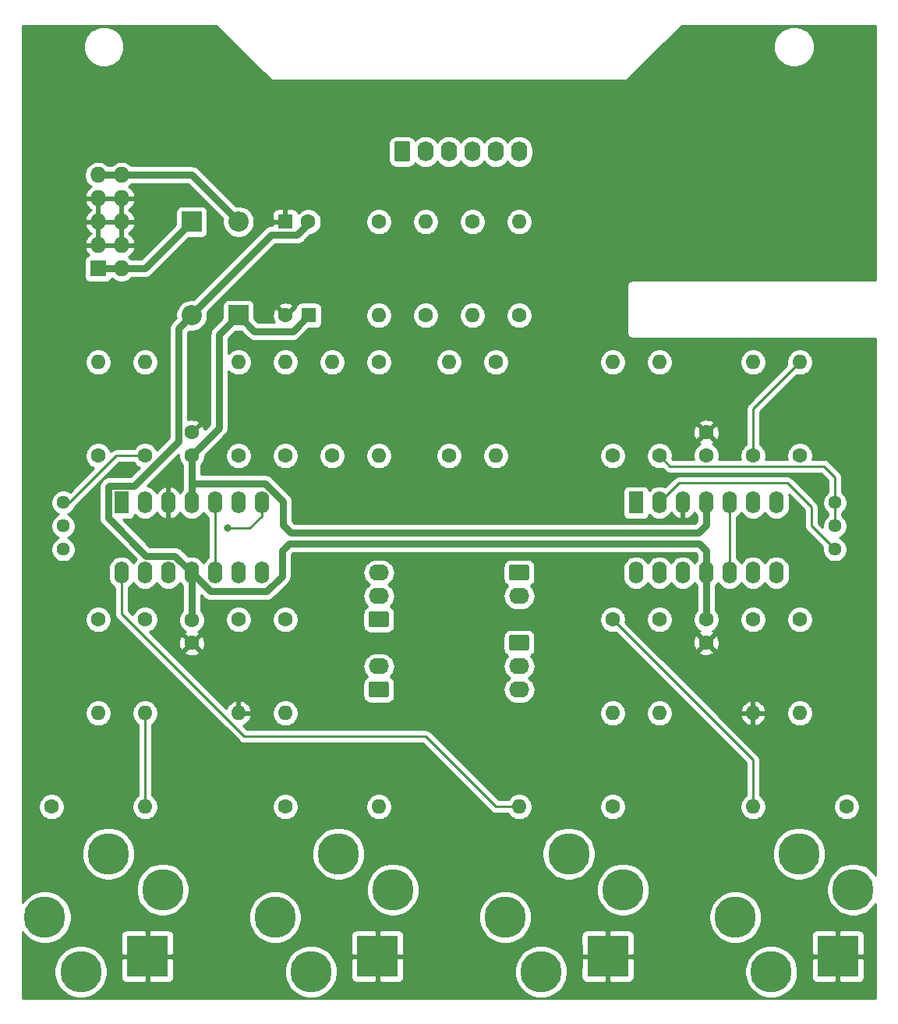
<source format=gtl>
G04 #@! TF.GenerationSoftware,KiCad,Pcbnew,6.0.5-a6ca702e91~116~ubuntu20.04.1*
G04 #@! TF.CreationDate,2022-06-21T20:26:15-04:00*
G04 #@! TF.ProjectId,joystick,6a6f7973-7469-4636-9b2e-6b696361645f,rev?*
G04 #@! TF.SameCoordinates,Original*
G04 #@! TF.FileFunction,Copper,L1,Top*
G04 #@! TF.FilePolarity,Positive*
%FSLAX46Y46*%
G04 Gerber Fmt 4.6, Leading zero omitted, Abs format (unit mm)*
G04 Created by KiCad (PCBNEW 6.0.5-a6ca702e91~116~ubuntu20.04.1) date 2022-06-21 20:26:15*
%MOMM*%
%LPD*%
G01*
G04 APERTURE LIST*
G04 Aperture macros list*
%AMRoundRect*
0 Rectangle with rounded corners*
0 $1 Rounding radius*
0 $2 $3 $4 $5 $6 $7 $8 $9 X,Y pos of 4 corners*
0 Add a 4 corners polygon primitive as box body*
4,1,4,$2,$3,$4,$5,$6,$7,$8,$9,$2,$3,0*
0 Add four circle primitives for the rounded corners*
1,1,$1+$1,$2,$3*
1,1,$1+$1,$4,$5*
1,1,$1+$1,$6,$7*
1,1,$1+$1,$8,$9*
0 Add four rect primitives between the rounded corners*
20,1,$1+$1,$2,$3,$4,$5,0*
20,1,$1+$1,$4,$5,$6,$7,0*
20,1,$1+$1,$6,$7,$8,$9,0*
20,1,$1+$1,$8,$9,$2,$3,0*%
G04 Aperture macros list end*
G04 #@! TA.AperFunction,ComponentPad*
%ADD10C,4.500001*%
G04 #@! TD*
G04 #@! TA.AperFunction,ComponentPad*
%ADD11R,4.500001X4.500001*%
G04 #@! TD*
G04 #@! TA.AperFunction,ComponentPad*
%ADD12C,4.500000*%
G04 #@! TD*
G04 #@! TA.AperFunction,ComponentPad*
%ADD13R,1.600000X1.600000*%
G04 #@! TD*
G04 #@! TA.AperFunction,ComponentPad*
%ADD14C,1.600000*%
G04 #@! TD*
G04 #@! TA.AperFunction,ComponentPad*
%ADD15R,2.200000X2.200000*%
G04 #@! TD*
G04 #@! TA.AperFunction,ComponentPad*
%ADD16O,2.200000X2.200000*%
G04 #@! TD*
G04 #@! TA.AperFunction,ComponentPad*
%ADD17R,1.727200X1.727200*%
G04 #@! TD*
G04 #@! TA.AperFunction,ComponentPad*
%ADD18O,1.727200X1.727200*%
G04 #@! TD*
G04 #@! TA.AperFunction,ComponentPad*
%ADD19RoundRect,0.249999X-0.620001X-0.845001X0.620001X-0.845001X0.620001X0.845001X-0.620001X0.845001X0*%
G04 #@! TD*
G04 #@! TA.AperFunction,ComponentPad*
%ADD20O,1.740000X2.190000*%
G04 #@! TD*
G04 #@! TA.AperFunction,ComponentPad*
%ADD21O,1.600000X1.600000*%
G04 #@! TD*
G04 #@! TA.AperFunction,ComponentPad*
%ADD22R,1.600000X2.400000*%
G04 #@! TD*
G04 #@! TA.AperFunction,ComponentPad*
%ADD23O,1.600000X2.400000*%
G04 #@! TD*
G04 #@! TA.AperFunction,ComponentPad*
%ADD24RoundRect,0.249999X0.850001X-0.620001X0.850001X0.620001X-0.850001X0.620001X-0.850001X-0.620001X0*%
G04 #@! TD*
G04 #@! TA.AperFunction,ComponentPad*
%ADD25O,2.200000X1.740000*%
G04 #@! TD*
G04 #@! TA.AperFunction,ComponentPad*
%ADD26RoundRect,0.249999X-0.850001X0.620001X-0.850001X-0.620001X0.850001X-0.620001X0.850001X0.620001X0*%
G04 #@! TD*
G04 #@! TA.AperFunction,ComponentPad*
%ADD27C,1.440000*%
G04 #@! TD*
G04 #@! TA.AperFunction,ViaPad*
%ADD28C,0.800000*%
G04 #@! TD*
G04 #@! TA.AperFunction,Conductor*
%ADD29C,0.750000*%
G04 #@! TD*
G04 #@! TA.AperFunction,Conductor*
%ADD30C,0.250000*%
G04 #@! TD*
G04 #@! TA.AperFunction,Conductor*
%ADD31C,0.254000*%
G04 #@! TD*
G04 APERTURE END LIST*
D10*
G04 #@! TO.P,J4,R*
G04 #@! TO.N,N/C*
X110000000Y-138600000D03*
G04 #@! TO.P,J4,RN*
X115900000Y-142500000D03*
D11*
G04 #@! TO.P,J4,S*
G04 #@! TO.N,GND*
X114240000Y-149740000D03*
D12*
G04 #@! TO.P,J4,T*
G04 #@! TO.N,/XOUT*
X103100000Y-145500000D03*
G04 #@! TO.P,J4,TN*
G04 #@! TO.N,N/C*
X107000000Y-151400000D03*
G04 #@! TD*
D10*
G04 #@! TO.P,J6,R*
G04 #@! TO.N,N/C*
X160000000Y-138600000D03*
G04 #@! TO.P,J6,RN*
X165900000Y-142500000D03*
D11*
G04 #@! TO.P,J6,S*
G04 #@! TO.N,GND*
X164240000Y-149740000D03*
D12*
G04 #@! TO.P,J6,T*
G04 #@! TO.N,/~{XOUT}*
X153100000Y-145500000D03*
G04 #@! TO.P,J6,TN*
G04 #@! TO.N,N/C*
X157000000Y-151400000D03*
G04 #@! TD*
D10*
G04 #@! TO.P,J11,R*
G04 #@! TO.N,N/C*
X135000000Y-138600000D03*
G04 #@! TO.P,J11,RN*
X140900000Y-142500000D03*
D11*
G04 #@! TO.P,J11,S*
G04 #@! TO.N,GND*
X139240000Y-149740000D03*
D12*
G04 #@! TO.P,J11,T*
G04 #@! TO.N,/Y channel/YOUT*
X128100000Y-145500000D03*
G04 #@! TO.P,J11,TN*
G04 #@! TO.N,N/C*
X132000000Y-151400000D03*
G04 #@! TD*
D10*
G04 #@! TO.P,J13,R*
G04 #@! TO.N,N/C*
X185000000Y-138600000D03*
G04 #@! TO.P,J13,RN*
X190900000Y-142500000D03*
D11*
G04 #@! TO.P,J13,S*
G04 #@! TO.N,GND*
X189240000Y-149740000D03*
D12*
G04 #@! TO.P,J13,T*
G04 #@! TO.N,/Y channel/~{YOUT}*
X178100000Y-145500000D03*
G04 #@! TO.P,J13,TN*
G04 #@! TO.N,N/C*
X182000000Y-151400000D03*
G04 #@! TD*
D13*
G04 #@! TO.P,C2,1*
G04 #@! TO.N,GND*
X129220000Y-70000000D03*
D14*
G04 #@! TO.P,C2,2*
G04 #@! TO.N,-12V*
X131720000Y-70000000D03*
G04 #@! TD*
D13*
G04 #@! TO.P,C1,1*
G04 #@! TO.N,+12V*
X131760000Y-80160000D03*
D14*
G04 #@! TO.P,C1,2*
G04 #@! TO.N,GND*
X129260000Y-80160000D03*
G04 #@! TD*
G04 #@! TO.P,C4,1*
G04 #@! TO.N,GND*
X119060000Y-115720000D03*
G04 #@! TO.P,C4,2*
G04 #@! TO.N,-12V*
X119060000Y-113220000D03*
G04 #@! TD*
G04 #@! TO.P,C3,1*
G04 #@! TO.N,+12V*
X119060000Y-95360000D03*
G04 #@! TO.P,C3,2*
G04 #@! TO.N,GND*
X119060000Y-92860000D03*
G04 #@! TD*
D15*
G04 #@! TO.P,D2,1*
G04 #@! TO.N,/-12_IN*
X119060000Y-70000000D03*
D16*
G04 #@! TO.P,D2,2*
G04 #@! TO.N,-12V*
X119060000Y-80160000D03*
G04 #@! TD*
D15*
G04 #@! TO.P,D1,1*
G04 #@! TO.N,+12V*
X124140000Y-80160000D03*
D16*
G04 #@! TO.P,D1,2*
G04 #@! TO.N,/+12_IN*
X124140000Y-70000000D03*
G04 #@! TD*
D17*
G04 #@! TO.P,J1,1*
G04 #@! TO.N,/-12_IN*
X108900000Y-75080000D03*
D18*
G04 #@! TO.P,J1,2*
X111440000Y-75080000D03*
G04 #@! TO.P,J1,3*
G04 #@! TO.N,GND*
X108900000Y-72540000D03*
G04 #@! TO.P,J1,4*
X111440000Y-72540000D03*
G04 #@! TO.P,J1,5*
X108900000Y-70000000D03*
G04 #@! TO.P,J1,6*
X111440000Y-70000000D03*
G04 #@! TO.P,J1,7*
X108900000Y-67460000D03*
G04 #@! TO.P,J1,8*
X111440000Y-67460000D03*
G04 #@! TO.P,J1,9*
G04 #@! TO.N,/+12_IN*
X108900000Y-64920000D03*
G04 #@! TO.P,J1,10*
X111440000Y-64920000D03*
G04 #@! TD*
D19*
G04 #@! TO.P,J5,1*
G04 #@! TO.N,XPOT_CCW*
X141920000Y-62380000D03*
D20*
G04 #@! TO.P,J5,2*
G04 #@! TO.N,XPOT_WIPER*
X144460000Y-62380000D03*
G04 #@! TO.P,J5,3*
G04 #@! TO.N,XPOT_CW*
X147000000Y-62380000D03*
G04 #@! TO.P,J5,4*
G04 #@! TO.N,YPOT_CCW*
X149540000Y-62380000D03*
G04 #@! TO.P,J5,5*
G04 #@! TO.N,YPOT_WIPER*
X152080000Y-62380000D03*
G04 #@! TO.P,J5,6*
G04 #@! TO.N,YPOT_CW*
X154620000Y-62380000D03*
G04 #@! TD*
D14*
G04 #@! TO.P,R3,1*
G04 #@! TO.N,Net-(R3-Pad1)*
X113980000Y-95400000D03*
D21*
G04 #@! TO.P,R3,2*
G04 #@! TO.N,XPOT_WIPER*
X113980000Y-85240000D03*
G04 #@! TD*
D14*
G04 #@! TO.P,R6,1*
G04 #@! TO.N,Net-(R6-Pad1)*
X108900000Y-95400000D03*
D21*
G04 #@! TO.P,R6,2*
G04 #@! TO.N,XRANGEPOT_WIPER*
X108900000Y-85240000D03*
G04 #@! TD*
D14*
G04 #@! TO.P,R7,1*
G04 #@! TO.N,Net-(R7-Pad1)*
X124140000Y-95400000D03*
D21*
G04 #@! TO.P,R7,2*
G04 #@! TO.N,Net-(R6-Pad1)*
X124140000Y-85240000D03*
G04 #@! TD*
D14*
G04 #@! TO.P,R8,1*
G04 #@! TO.N,Net-(R11-Pad2)*
X129220000Y-95400000D03*
D21*
G04 #@! TO.P,R8,2*
G04 #@! TO.N,Net-(R7-Pad1)*
X129220000Y-85240000D03*
G04 #@! TD*
D14*
G04 #@! TO.P,R9,1*
G04 #@! TO.N,Net-(R10-Pad2)*
X124140000Y-113180000D03*
D21*
G04 #@! TO.P,R9,2*
G04 #@! TO.N,GND*
X124140000Y-123340000D03*
G04 #@! TD*
D14*
G04 #@! TO.P,R10,1*
G04 #@! TO.N,Net-(R10-Pad1)*
X129220000Y-113180000D03*
D21*
G04 #@! TO.P,R10,2*
G04 #@! TO.N,Net-(R10-Pad2)*
X129220000Y-123340000D03*
G04 #@! TD*
D14*
G04 #@! TO.P,R11,1*
G04 #@! TO.N,/XOUT*
X103820000Y-133500000D03*
D21*
G04 #@! TO.P,R11,2*
G04 #@! TO.N,Net-(R11-Pad2)*
X113980000Y-133500000D03*
G04 #@! TD*
D14*
G04 #@! TO.P,R12,1*
G04 #@! TO.N,Net-(R12-Pad1)*
X113980000Y-113180000D03*
D21*
G04 #@! TO.P,R12,2*
G04 #@! TO.N,Net-(R11-Pad2)*
X113980000Y-123340000D03*
G04 #@! TD*
D14*
G04 #@! TO.P,R13,1*
G04 #@! TO.N,Net-(R13-Pad1)*
X108900000Y-113180000D03*
D21*
G04 #@! TO.P,R13,2*
G04 #@! TO.N,Net-(R12-Pad1)*
X108900000Y-123340000D03*
G04 #@! TD*
D14*
G04 #@! TO.P,R14,1*
G04 #@! TO.N,/~{XOUT}*
X164780000Y-133500000D03*
D21*
G04 #@! TO.P,R14,2*
G04 #@! TO.N,Net-(R13-Pad1)*
X154620000Y-133500000D03*
G04 #@! TD*
D22*
G04 #@! TO.P,U1,1*
G04 #@! TO.N,Net-(R6-Pad1)*
X111440000Y-100480000D03*
D23*
G04 #@! TO.P,U1,2*
G04 #@! TO.N,XRANGEPOT_CCW*
X113980000Y-100480000D03*
G04 #@! TO.P,U1,3*
G04 #@! TO.N,GND*
X116520000Y-100480000D03*
G04 #@! TO.P,U1,4*
G04 #@! TO.N,+12V*
X119060000Y-100480000D03*
G04 #@! TO.P,U1,5*
G04 #@! TO.N,XOFFPOT_WIPER*
X121600000Y-100480000D03*
G04 #@! TO.P,U1,6*
G04 #@! TO.N,Net-(R7-Pad1)*
X124140000Y-100480000D03*
G04 #@! TO.P,U1,7*
G04 #@! TO.N,Net-(R11-Pad2)*
X126680000Y-100480000D03*
G04 #@! TO.P,U1,8*
G04 #@! TO.N,Net-(R10-Pad1)*
X126680000Y-108100000D03*
G04 #@! TO.P,U1,9*
G04 #@! TO.N,Net-(R10-Pad2)*
X124140000Y-108100000D03*
G04 #@! TO.P,U1,10*
G04 #@! TO.N,XOFFPOT_WIPER*
X121600000Y-108100000D03*
G04 #@! TO.P,U1,11*
G04 #@! TO.N,-12V*
X119060000Y-108100000D03*
G04 #@! TO.P,U1,12*
G04 #@! TO.N,Net-(R10-Pad1)*
X116520000Y-108100000D03*
G04 #@! TO.P,U1,13*
G04 #@! TO.N,Net-(R12-Pad1)*
X113980000Y-108100000D03*
G04 #@! TO.P,U1,14*
G04 #@! TO.N,Net-(R13-Pad1)*
X111440000Y-108100000D03*
G04 #@! TD*
D14*
G04 #@! TO.P,R1,1*
G04 #@! TO.N,+12V*
X144460000Y-80160000D03*
D21*
G04 #@! TO.P,R1,2*
G04 #@! TO.N,XPOT_CW*
X144460000Y-70000000D03*
G04 #@! TD*
D14*
G04 #@! TO.P,R2,1*
G04 #@! TO.N,XPOT_CCW*
X139380000Y-70000000D03*
D21*
G04 #@! TO.P,R2,2*
G04 #@! TO.N,-12V*
X139380000Y-80160000D03*
G04 #@! TD*
D14*
G04 #@! TO.P,R4,1*
G04 #@! TO.N,+12V*
X139380000Y-85240000D03*
D21*
G04 #@! TO.P,R4,2*
G04 #@! TO.N,XOFFPOT_CW*
X139380000Y-95400000D03*
G04 #@! TD*
D14*
G04 #@! TO.P,R5,1*
G04 #@! TO.N,XOFFPOT_CCW*
X134300000Y-95400000D03*
D21*
G04 #@! TO.P,R5,2*
G04 #@! TO.N,-12V*
X134300000Y-85240000D03*
G04 #@! TD*
D14*
G04 #@! TO.P,C5,1*
G04 #@! TO.N,-12V*
X174940000Y-113180000D03*
G04 #@! TO.P,C5,2*
G04 #@! TO.N,GND*
X174940000Y-115680000D03*
G04 #@! TD*
G04 #@! TO.P,C6,1*
G04 #@! TO.N,GND*
X174940000Y-92860000D03*
G04 #@! TO.P,C6,2*
G04 #@! TO.N,+12V*
X174940000Y-95360000D03*
G04 #@! TD*
G04 #@! TO.P,R15,1*
G04 #@! TO.N,+12V*
X154620000Y-80160000D03*
D21*
G04 #@! TO.P,R15,2*
G04 #@! TO.N,YPOT_CW*
X154620000Y-70000000D03*
G04 #@! TD*
D14*
G04 #@! TO.P,R16,1*
G04 #@! TO.N,YPOT_CCW*
X149540000Y-70000000D03*
D21*
G04 #@! TO.P,R16,2*
G04 #@! TO.N,-12V*
X149540000Y-80160000D03*
G04 #@! TD*
D14*
G04 #@! TO.P,R18,1*
G04 #@! TO.N,+12V*
X152080000Y-85240000D03*
D21*
G04 #@! TO.P,R18,2*
G04 #@! TO.N,YOFFPOT_CW*
X152080000Y-95400000D03*
G04 #@! TD*
D14*
G04 #@! TO.P,R19,1*
G04 #@! TO.N,YOFFPOT_CCW*
X147000000Y-95400000D03*
D21*
G04 #@! TO.P,R19,2*
G04 #@! TO.N,-12V*
X147000000Y-85240000D03*
G04 #@! TD*
D14*
G04 #@! TO.P,R17,1*
G04 #@! TO.N,Net-(R17-Pad1)*
X169860000Y-95400000D03*
D21*
G04 #@! TO.P,R17,2*
G04 #@! TO.N,YPOT_WIPER*
X169860000Y-85240000D03*
G04 #@! TD*
D14*
G04 #@! TO.P,R21,1*
G04 #@! TO.N,Net-(R21-Pad1)*
X180020000Y-95400000D03*
D21*
G04 #@! TO.P,R21,2*
G04 #@! TO.N,Net-(R20-Pad1)*
X180020000Y-85240000D03*
G04 #@! TD*
D14*
G04 #@! TO.P,R22,1*
G04 #@! TO.N,Net-(R22-Pad1)*
X185100000Y-95400000D03*
D21*
G04 #@! TO.P,R22,2*
G04 #@! TO.N,Net-(R21-Pad1)*
X185100000Y-85240000D03*
G04 #@! TD*
D14*
G04 #@! TO.P,R23,1*
G04 #@! TO.N,Net-(R23-Pad1)*
X180020000Y-113180000D03*
D21*
G04 #@! TO.P,R23,2*
G04 #@! TO.N,GND*
X180020000Y-123340000D03*
G04 #@! TD*
D14*
G04 #@! TO.P,R24,1*
G04 #@! TO.N,Net-(R24-Pad1)*
X185100000Y-113180000D03*
D21*
G04 #@! TO.P,R24,2*
G04 #@! TO.N,Net-(R23-Pad1)*
X185100000Y-123340000D03*
G04 #@! TD*
D14*
G04 #@! TO.P,R25,1*
G04 #@! TO.N,/Y channel/YOUT*
X129220000Y-133500000D03*
D21*
G04 #@! TO.P,R25,2*
G04 #@! TO.N,Net-(R22-Pad1)*
X139380000Y-133500000D03*
G04 #@! TD*
D14*
G04 #@! TO.P,R26,1*
G04 #@! TO.N,Net-(R26-Pad1)*
X169860000Y-113180000D03*
D21*
G04 #@! TO.P,R26,2*
G04 #@! TO.N,Net-(R22-Pad1)*
X169860000Y-123340000D03*
G04 #@! TD*
D14*
G04 #@! TO.P,R27,1*
G04 #@! TO.N,Net-(R27-Pad1)*
X164780000Y-113180000D03*
D21*
G04 #@! TO.P,R27,2*
G04 #@! TO.N,Net-(R26-Pad1)*
X164780000Y-123340000D03*
G04 #@! TD*
D14*
G04 #@! TO.P,R28,1*
G04 #@! TO.N,/Y channel/~{YOUT}*
X190180000Y-133500000D03*
D21*
G04 #@! TO.P,R28,2*
G04 #@! TO.N,Net-(R27-Pad1)*
X180020000Y-133500000D03*
G04 #@! TD*
D24*
G04 #@! TO.P,J7,1*
G04 #@! TO.N,XOFFPOT_CW*
X139380000Y-113180000D03*
D25*
G04 #@! TO.P,J7,2*
G04 #@! TO.N,XOFFPOT_WIPER*
X139380000Y-110640000D03*
G04 #@! TO.P,J7,3*
G04 #@! TO.N,XOFFPOT_CCW*
X139380000Y-108100000D03*
G04 #@! TD*
D24*
G04 #@! TO.P,J8,1*
G04 #@! TO.N,XRANGEPOT_WIPER*
X139380000Y-120800000D03*
D25*
G04 #@! TO.P,J8,2*
G04 #@! TO.N,XRANGEPOT_CCW*
X139380000Y-118260000D03*
G04 #@! TD*
D26*
G04 #@! TO.P,J12,1*
G04 #@! TO.N,YOFFPOT_CW*
X154620000Y-115720000D03*
D25*
G04 #@! TO.P,J12,2*
G04 #@! TO.N,YOFFPOT_WIPER*
X154620000Y-118260000D03*
G04 #@! TO.P,J12,3*
G04 #@! TO.N,YOFFPOT_CCW*
X154620000Y-120800000D03*
G04 #@! TD*
D26*
G04 #@! TO.P,J14,1*
G04 #@! TO.N,YRANGEPOT_WIPER*
X154620000Y-108100000D03*
D25*
G04 #@! TO.P,J14,2*
G04 #@! TO.N,YRANGEPOT_CCW*
X154620000Y-110640000D03*
G04 #@! TD*
D14*
G04 #@! TO.P,R20,1*
G04 #@! TO.N,Net-(R20-Pad1)*
X164780000Y-95400000D03*
D21*
G04 #@! TO.P,R20,2*
G04 #@! TO.N,YRANGEPOT_WIPER*
X164780000Y-85240000D03*
G04 #@! TD*
D27*
G04 #@! TO.P,RV1,1*
G04 #@! TO.N,XRANGEPOT_CCW*
X105090000Y-105560000D03*
G04 #@! TO.P,RV1,2*
G04 #@! TO.N,Net-(R3-Pad1)*
X105090000Y-103020000D03*
G04 #@! TO.P,RV1,3*
X105090000Y-100480000D03*
G04 #@! TD*
G04 #@! TO.P,RV4,1*
G04 #@! TO.N,YRANGEPOT_CCW*
X188910000Y-105560000D03*
G04 #@! TO.P,RV4,2*
G04 #@! TO.N,Net-(R17-Pad1)*
X188910000Y-103020000D03*
G04 #@! TO.P,RV4,3*
X188910000Y-100480000D03*
G04 #@! TD*
D22*
G04 #@! TO.P,U2,1*
G04 #@! TO.N,Net-(R20-Pad1)*
X167320000Y-100480000D03*
D23*
G04 #@! TO.P,U2,2*
G04 #@! TO.N,YRANGEPOT_CCW*
X169860000Y-100480000D03*
G04 #@! TO.P,U2,3*
G04 #@! TO.N,GND*
X172400000Y-100480000D03*
G04 #@! TO.P,U2,4*
G04 #@! TO.N,+12V*
X174940000Y-100480000D03*
G04 #@! TO.P,U2,5*
G04 #@! TO.N,YOFFPOT_WIPER*
X177480000Y-100480000D03*
G04 #@! TO.P,U2,6*
G04 #@! TO.N,Net-(R21-Pad1)*
X180020000Y-100480000D03*
G04 #@! TO.P,U2,7*
G04 #@! TO.N,Net-(R22-Pad1)*
X182560000Y-100480000D03*
G04 #@! TO.P,U2,8*
G04 #@! TO.N,Net-(R24-Pad1)*
X182560000Y-108100000D03*
G04 #@! TO.P,U2,9*
G04 #@! TO.N,Net-(R23-Pad1)*
X180020000Y-108100000D03*
G04 #@! TO.P,U2,10*
G04 #@! TO.N,YOFFPOT_WIPER*
X177480000Y-108100000D03*
G04 #@! TO.P,U2,11*
G04 #@! TO.N,-12V*
X174940000Y-108100000D03*
G04 #@! TO.P,U2,12*
G04 #@! TO.N,Net-(R24-Pad1)*
X172400000Y-108100000D03*
G04 #@! TO.P,U2,13*
G04 #@! TO.N,Net-(R26-Pad1)*
X169860000Y-108100000D03*
G04 #@! TO.P,U2,14*
G04 #@! TO.N,Net-(R27-Pad1)*
X167320000Y-108100000D03*
G04 #@! TD*
D28*
G04 #@! TO.N,Net-(R11-Pad2)*
X122997000Y-103274000D03*
G04 #@! TD*
D29*
G04 #@! TO.N,+12V*
X174940000Y-100480000D02*
X174940000Y-102940000D01*
X129855000Y-103782000D02*
X128966000Y-102893000D01*
X128966000Y-102893000D02*
X128966000Y-100350732D01*
X119060000Y-98448000D02*
X119060000Y-100480000D01*
X130034999Y-81885001D02*
X131760000Y-80160000D01*
X125865001Y-81885001D02*
X130034999Y-81885001D01*
X124140000Y-80160000D02*
X125865001Y-81885001D01*
X122055001Y-82244999D02*
X124140000Y-80160000D01*
X119060000Y-95360000D02*
X122055001Y-92364999D01*
X128966000Y-100350732D02*
X127063268Y-98448000D01*
X174098000Y-103782000D02*
X129855000Y-103782000D01*
X174940000Y-102940000D02*
X174098000Y-103782000D01*
X122055001Y-92364999D02*
X122055001Y-82244999D01*
X127063268Y-98448000D02*
X119060000Y-98448000D01*
X119060000Y-95360000D02*
X119060000Y-98448000D01*
G04 #@! TO.N,-12V*
X119060000Y-80160000D02*
X117634999Y-81585001D01*
X128849000Y-105724000D02*
X129648000Y-104925000D01*
X110139999Y-98654999D02*
X110014999Y-98779999D01*
X110014999Y-98779999D02*
X110014999Y-102180001D01*
X127188000Y-110132000D02*
X128849000Y-108471000D01*
X131720000Y-70225002D02*
X131720000Y-70000000D01*
X117634999Y-81585001D02*
X117634999Y-93854003D01*
X174151000Y-104925000D02*
X174940000Y-105714000D01*
X121092000Y-110132000D02*
X127188000Y-110132000D01*
X119060000Y-80033000D02*
X127667999Y-71425001D01*
X112834003Y-98654999D02*
X110139999Y-98654999D01*
X117634999Y-93854003D02*
X112834003Y-98654999D01*
X174940000Y-113180000D02*
X174940000Y-108100000D01*
X129648000Y-104925000D02*
X174151000Y-104925000D01*
X117234990Y-106274990D02*
X119060000Y-108100000D01*
X128849000Y-108471000D02*
X128849000Y-105724000D01*
X119060000Y-80160000D02*
X119060000Y-80033000D01*
X130520001Y-71425001D02*
X131720000Y-70225002D01*
X110014999Y-102180001D02*
X114109988Y-106274990D01*
X174940000Y-105714000D02*
X174940000Y-108100000D01*
X119060000Y-108100000D02*
X121092000Y-110132000D01*
X127667999Y-71425001D02*
X130520001Y-71425001D01*
X114109988Y-106274990D02*
X117234990Y-106274990D01*
X119060000Y-108100000D02*
X119060000Y-113180000D01*
G04 #@! TO.N,/+12_IN*
X108900000Y-64920000D02*
X111440000Y-64920000D01*
X119060000Y-64920000D02*
X124140000Y-70000000D01*
X111440000Y-64920000D02*
X119060000Y-64920000D01*
G04 #@! TO.N,/-12_IN*
X113980000Y-75080000D02*
X119060000Y-70000000D01*
X108900000Y-75080000D02*
X111440000Y-75080000D01*
X111440000Y-75080000D02*
X113980000Y-75080000D01*
D30*
G04 #@! TO.N,Net-(R21-Pad1)*
X180020000Y-90320000D02*
X185100000Y-85240000D01*
X180020000Y-95400000D02*
X180020000Y-90320000D01*
G04 #@! TO.N,Net-(R27-Pad1)*
X180020000Y-133500000D02*
X180020000Y-128420000D01*
X180020000Y-128420000D02*
X164780000Y-113180000D01*
G04 #@! TO.N,YRANGEPOT_CCW*
X186370000Y-103020000D02*
X188910000Y-105560000D01*
X183740000Y-98358000D02*
X186370000Y-100988000D01*
X186370000Y-100988000D02*
X186370000Y-103020000D01*
X169860000Y-100480000D02*
X171982000Y-98358000D01*
X171982000Y-98358000D02*
X183740000Y-98358000D01*
G04 #@! TO.N,YOFFPOT_WIPER*
X177480000Y-108100000D02*
X177480000Y-100480000D01*
G04 #@! TO.N,XOFFPOT_WIPER*
X121600000Y-108100000D02*
X121600000Y-100480000D01*
G04 #@! TO.N,Net-(R11-Pad2)*
X126680000Y-100480000D02*
X126680000Y-101930000D01*
X126680000Y-101930000D02*
X125336000Y-103274000D01*
X113980000Y-123340000D02*
X113980000Y-133500000D01*
X125336000Y-103274000D02*
X122997000Y-103274000D01*
G04 #@! TO.N,Net-(R13-Pad1)*
X124774000Y-125880000D02*
X144460000Y-125880000D01*
X111440000Y-108100000D02*
X111440000Y-112546000D01*
X152080000Y-133500000D02*
X154620000Y-133500000D01*
X144460000Y-125880000D02*
X152080000Y-133500000D01*
X111440000Y-112546000D02*
X124774000Y-125880000D01*
G04 #@! TO.N,Net-(R3-Pad1)*
X110852000Y-95400000D02*
X113980000Y-95400000D01*
X105772000Y-100480000D02*
X110852000Y-95400000D01*
X105090000Y-100480000D02*
X105772000Y-100480000D01*
G04 #@! TO.N,Net-(R17-Pad1)*
X170995001Y-96535001D02*
X187725001Y-96535001D01*
X169860000Y-95400000D02*
X170995001Y-96535001D01*
X187725001Y-96535001D02*
X188910000Y-97720000D01*
X188910000Y-97720000D02*
X188910000Y-103020000D01*
G04 #@! TD*
G04 #@! TO.N,GND*
D31*
X127491842Y-54460578D02*
X127513289Y-54486711D01*
X127617593Y-54572312D01*
X127736594Y-54635919D01*
X127826547Y-54663206D01*
X127865716Y-54675088D01*
X127878766Y-54676373D01*
X127966353Y-54685000D01*
X127966360Y-54685000D01*
X127999999Y-54688313D01*
X128033638Y-54685000D01*
X165966361Y-54685000D01*
X166000000Y-54688313D01*
X166033639Y-54685000D01*
X166033647Y-54685000D01*
X166134283Y-54675088D01*
X166263406Y-54635919D01*
X166382407Y-54572312D01*
X166486711Y-54486711D01*
X166508158Y-54460578D01*
X170188864Y-50779872D01*
X182265000Y-50779872D01*
X182265000Y-51220128D01*
X182350890Y-51651925D01*
X182519369Y-52058669D01*
X182763962Y-52424729D01*
X183075271Y-52736038D01*
X183441331Y-52980631D01*
X183848075Y-53149110D01*
X184279872Y-53235000D01*
X184720128Y-53235000D01*
X185151925Y-53149110D01*
X185558669Y-52980631D01*
X185924729Y-52736038D01*
X186236038Y-52424729D01*
X186480631Y-52058669D01*
X186649110Y-51651925D01*
X186735000Y-51220128D01*
X186735000Y-50779872D01*
X186649110Y-50348075D01*
X186480631Y-49941331D01*
X186236038Y-49575271D01*
X185924729Y-49263962D01*
X185558669Y-49019369D01*
X185151925Y-48850890D01*
X184720128Y-48765000D01*
X184279872Y-48765000D01*
X183848075Y-48850890D01*
X183441331Y-49019369D01*
X183075271Y-49263962D01*
X182763962Y-49575271D01*
X182519369Y-49941331D01*
X182350890Y-50348075D01*
X182265000Y-50779872D01*
X170188864Y-50779872D01*
X172283736Y-48685000D01*
X193315001Y-48685000D01*
X193315000Y-76315000D01*
X167033647Y-76315000D01*
X167000000Y-76311686D01*
X166966353Y-76315000D01*
X166865717Y-76324912D01*
X166736594Y-76364081D01*
X166617593Y-76427688D01*
X166513289Y-76513289D01*
X166427688Y-76617593D01*
X166364081Y-76736594D01*
X166324912Y-76865717D01*
X166311686Y-77000000D01*
X166315000Y-77033646D01*
X166315001Y-81966343D01*
X166311686Y-82000000D01*
X166324912Y-82134283D01*
X166364081Y-82263406D01*
X166427688Y-82382407D01*
X166513289Y-82486711D01*
X166617593Y-82572312D01*
X166736594Y-82635919D01*
X166865717Y-82675088D01*
X166966353Y-82685000D01*
X167000000Y-82688314D01*
X167033647Y-82685000D01*
X193315001Y-82685000D01*
X193315000Y-140921440D01*
X193140926Y-140660920D01*
X192739080Y-140259074D01*
X192266560Y-139943346D01*
X191741523Y-139725869D01*
X191184148Y-139615000D01*
X190615852Y-139615000D01*
X190058477Y-139725869D01*
X189533440Y-139943346D01*
X189060920Y-140259074D01*
X188659074Y-140660920D01*
X188343346Y-141133440D01*
X188125869Y-141658477D01*
X188015000Y-142215852D01*
X188015000Y-142784148D01*
X188125869Y-143341523D01*
X188343346Y-143866560D01*
X188659074Y-144339080D01*
X189060920Y-144740926D01*
X189533440Y-145056654D01*
X190058477Y-145274131D01*
X190615852Y-145385000D01*
X191184148Y-145385000D01*
X191741523Y-145274131D01*
X192266560Y-145056654D01*
X192739080Y-144740926D01*
X193140926Y-144339080D01*
X193315000Y-144078560D01*
X193315000Y-154315000D01*
X100685000Y-154315000D01*
X100685000Y-151115852D01*
X104115000Y-151115852D01*
X104115000Y-151684148D01*
X104225869Y-152241523D01*
X104443346Y-152766560D01*
X104759074Y-153239080D01*
X105160920Y-153640926D01*
X105633440Y-153956654D01*
X106158477Y-154174131D01*
X106715852Y-154285000D01*
X107284148Y-154285000D01*
X107841523Y-154174131D01*
X108366560Y-153956654D01*
X108839080Y-153640926D01*
X109240926Y-153239080D01*
X109556654Y-152766560D01*
X109774131Y-152241523D01*
X109824162Y-151990000D01*
X111351928Y-151990000D01*
X111364188Y-152114482D01*
X111400498Y-152234180D01*
X111459463Y-152344494D01*
X111538815Y-152441185D01*
X111635506Y-152520537D01*
X111745820Y-152579502D01*
X111865518Y-152615812D01*
X111990000Y-152628072D01*
X113954250Y-152625000D01*
X114113000Y-152466250D01*
X114113000Y-149867000D01*
X114367000Y-149867000D01*
X114367000Y-152466250D01*
X114525750Y-152625000D01*
X116490000Y-152628072D01*
X116614482Y-152615812D01*
X116734180Y-152579502D01*
X116844494Y-152520537D01*
X116941185Y-152441185D01*
X117020537Y-152344494D01*
X117079502Y-152234180D01*
X117115812Y-152114482D01*
X117128072Y-151990000D01*
X117126705Y-151115852D01*
X129115000Y-151115852D01*
X129115000Y-151684148D01*
X129225869Y-152241523D01*
X129443346Y-152766560D01*
X129759074Y-153239080D01*
X130160920Y-153640926D01*
X130633440Y-153956654D01*
X131158477Y-154174131D01*
X131715852Y-154285000D01*
X132284148Y-154285000D01*
X132841523Y-154174131D01*
X133366560Y-153956654D01*
X133839080Y-153640926D01*
X134240926Y-153239080D01*
X134556654Y-152766560D01*
X134774131Y-152241523D01*
X134824162Y-151990000D01*
X136351928Y-151990000D01*
X136364188Y-152114482D01*
X136400498Y-152234180D01*
X136459463Y-152344494D01*
X136538815Y-152441185D01*
X136635506Y-152520537D01*
X136745820Y-152579502D01*
X136865518Y-152615812D01*
X136990000Y-152628072D01*
X138954250Y-152625000D01*
X139113000Y-152466250D01*
X139113000Y-149867000D01*
X139367000Y-149867000D01*
X139367000Y-152466250D01*
X139525750Y-152625000D01*
X141490000Y-152628072D01*
X141614482Y-152615812D01*
X141734180Y-152579502D01*
X141844494Y-152520537D01*
X141941185Y-152441185D01*
X142020537Y-152344494D01*
X142079502Y-152234180D01*
X142115812Y-152114482D01*
X142128072Y-151990000D01*
X142126705Y-151115852D01*
X154115000Y-151115852D01*
X154115000Y-151684148D01*
X154225869Y-152241523D01*
X154443346Y-152766560D01*
X154759074Y-153239080D01*
X155160920Y-153640926D01*
X155633440Y-153956654D01*
X156158477Y-154174131D01*
X156715852Y-154285000D01*
X157284148Y-154285000D01*
X157841523Y-154174131D01*
X158366560Y-153956654D01*
X158839080Y-153640926D01*
X159240926Y-153239080D01*
X159556654Y-152766560D01*
X159774131Y-152241523D01*
X159824162Y-151990000D01*
X161351928Y-151990000D01*
X161364188Y-152114482D01*
X161400498Y-152234180D01*
X161459463Y-152344494D01*
X161538815Y-152441185D01*
X161635506Y-152520537D01*
X161745820Y-152579502D01*
X161865518Y-152615812D01*
X161990000Y-152628072D01*
X163954250Y-152625000D01*
X164113000Y-152466250D01*
X164113000Y-149867000D01*
X164367000Y-149867000D01*
X164367000Y-152466250D01*
X164525750Y-152625000D01*
X166490000Y-152628072D01*
X166614482Y-152615812D01*
X166734180Y-152579502D01*
X166844494Y-152520537D01*
X166941185Y-152441185D01*
X167020537Y-152344494D01*
X167079502Y-152234180D01*
X167115812Y-152114482D01*
X167128072Y-151990000D01*
X167126705Y-151115852D01*
X179115000Y-151115852D01*
X179115000Y-151684148D01*
X179225869Y-152241523D01*
X179443346Y-152766560D01*
X179759074Y-153239080D01*
X180160920Y-153640926D01*
X180633440Y-153956654D01*
X181158477Y-154174131D01*
X181715852Y-154285000D01*
X182284148Y-154285000D01*
X182841523Y-154174131D01*
X183366560Y-153956654D01*
X183839080Y-153640926D01*
X184240926Y-153239080D01*
X184556654Y-152766560D01*
X184774131Y-152241523D01*
X184824162Y-151990000D01*
X186351928Y-151990000D01*
X186364188Y-152114482D01*
X186400498Y-152234180D01*
X186459463Y-152344494D01*
X186538815Y-152441185D01*
X186635506Y-152520537D01*
X186745820Y-152579502D01*
X186865518Y-152615812D01*
X186990000Y-152628072D01*
X188954250Y-152625000D01*
X189113000Y-152466250D01*
X189113000Y-149867000D01*
X189367000Y-149867000D01*
X189367000Y-152466250D01*
X189525750Y-152625000D01*
X191490000Y-152628072D01*
X191614482Y-152615812D01*
X191734180Y-152579502D01*
X191844494Y-152520537D01*
X191941185Y-152441185D01*
X192020537Y-152344494D01*
X192079502Y-152234180D01*
X192115812Y-152114482D01*
X192128072Y-151990000D01*
X192125000Y-150025750D01*
X191966250Y-149867000D01*
X189367000Y-149867000D01*
X189113000Y-149867000D01*
X186513750Y-149867000D01*
X186355000Y-150025750D01*
X186351928Y-151990000D01*
X184824162Y-151990000D01*
X184885000Y-151684148D01*
X184885000Y-151115852D01*
X184774131Y-150558477D01*
X184556654Y-150033440D01*
X184240926Y-149560920D01*
X183839080Y-149159074D01*
X183366560Y-148843346D01*
X182841523Y-148625869D01*
X182284148Y-148515000D01*
X181715852Y-148515000D01*
X181158477Y-148625869D01*
X180633440Y-148843346D01*
X180160920Y-149159074D01*
X179759074Y-149560920D01*
X179443346Y-150033440D01*
X179225869Y-150558477D01*
X179115000Y-151115852D01*
X167126705Y-151115852D01*
X167125000Y-150025750D01*
X166966250Y-149867000D01*
X164367000Y-149867000D01*
X164113000Y-149867000D01*
X161513750Y-149867000D01*
X161355000Y-150025750D01*
X161351928Y-151990000D01*
X159824162Y-151990000D01*
X159885000Y-151684148D01*
X159885000Y-151115852D01*
X159774131Y-150558477D01*
X159556654Y-150033440D01*
X159240926Y-149560920D01*
X158839080Y-149159074D01*
X158366560Y-148843346D01*
X157841523Y-148625869D01*
X157284148Y-148515000D01*
X156715852Y-148515000D01*
X156158477Y-148625869D01*
X155633440Y-148843346D01*
X155160920Y-149159074D01*
X154759074Y-149560920D01*
X154443346Y-150033440D01*
X154225869Y-150558477D01*
X154115000Y-151115852D01*
X142126705Y-151115852D01*
X142125000Y-150025750D01*
X141966250Y-149867000D01*
X139367000Y-149867000D01*
X139113000Y-149867000D01*
X136513750Y-149867000D01*
X136355000Y-150025750D01*
X136351928Y-151990000D01*
X134824162Y-151990000D01*
X134885000Y-151684148D01*
X134885000Y-151115852D01*
X134774131Y-150558477D01*
X134556654Y-150033440D01*
X134240926Y-149560920D01*
X133839080Y-149159074D01*
X133366560Y-148843346D01*
X132841523Y-148625869D01*
X132284148Y-148515000D01*
X131715852Y-148515000D01*
X131158477Y-148625869D01*
X130633440Y-148843346D01*
X130160920Y-149159074D01*
X129759074Y-149560920D01*
X129443346Y-150033440D01*
X129225869Y-150558477D01*
X129115000Y-151115852D01*
X117126705Y-151115852D01*
X117125000Y-150025750D01*
X116966250Y-149867000D01*
X114367000Y-149867000D01*
X114113000Y-149867000D01*
X111513750Y-149867000D01*
X111355000Y-150025750D01*
X111351928Y-151990000D01*
X109824162Y-151990000D01*
X109885000Y-151684148D01*
X109885000Y-151115852D01*
X109774131Y-150558477D01*
X109556654Y-150033440D01*
X109240926Y-149560920D01*
X108839080Y-149159074D01*
X108366560Y-148843346D01*
X107841523Y-148625869D01*
X107284148Y-148515000D01*
X106715852Y-148515000D01*
X106158477Y-148625869D01*
X105633440Y-148843346D01*
X105160920Y-149159074D01*
X104759074Y-149560920D01*
X104443346Y-150033440D01*
X104225869Y-150558477D01*
X104115000Y-151115852D01*
X100685000Y-151115852D01*
X100685000Y-147078560D01*
X100859074Y-147339080D01*
X101260920Y-147740926D01*
X101733440Y-148056654D01*
X102258477Y-148274131D01*
X102815852Y-148385000D01*
X103384148Y-148385000D01*
X103941523Y-148274131D01*
X104466560Y-148056654D01*
X104939080Y-147740926D01*
X105190006Y-147490000D01*
X111351928Y-147490000D01*
X111355000Y-149454250D01*
X111513750Y-149613000D01*
X114113000Y-149613000D01*
X114113000Y-147013750D01*
X114367000Y-147013750D01*
X114367000Y-149613000D01*
X116966250Y-149613000D01*
X117125000Y-149454250D01*
X117128072Y-147490000D01*
X117115812Y-147365518D01*
X117079502Y-147245820D01*
X117020537Y-147135506D01*
X116941185Y-147038815D01*
X116844494Y-146959463D01*
X116734180Y-146900498D01*
X116614482Y-146864188D01*
X116490000Y-146851928D01*
X114525750Y-146855000D01*
X114367000Y-147013750D01*
X114113000Y-147013750D01*
X113954250Y-146855000D01*
X111990000Y-146851928D01*
X111865518Y-146864188D01*
X111745820Y-146900498D01*
X111635506Y-146959463D01*
X111538815Y-147038815D01*
X111459463Y-147135506D01*
X111400498Y-147245820D01*
X111364188Y-147365518D01*
X111351928Y-147490000D01*
X105190006Y-147490000D01*
X105340926Y-147339080D01*
X105656654Y-146866560D01*
X105874131Y-146341523D01*
X105985000Y-145784148D01*
X105985000Y-145215852D01*
X105874131Y-144658477D01*
X105656654Y-144133440D01*
X105340926Y-143660920D01*
X104939080Y-143259074D01*
X104466560Y-142943346D01*
X103941523Y-142725869D01*
X103384148Y-142615000D01*
X102815852Y-142615000D01*
X102258477Y-142725869D01*
X101733440Y-142943346D01*
X101260920Y-143259074D01*
X100859074Y-143660920D01*
X100685000Y-143921440D01*
X100685000Y-142215852D01*
X113015000Y-142215852D01*
X113015000Y-142784148D01*
X113125869Y-143341523D01*
X113343346Y-143866560D01*
X113659074Y-144339080D01*
X114060920Y-144740926D01*
X114533440Y-145056654D01*
X115058477Y-145274131D01*
X115615852Y-145385000D01*
X116184148Y-145385000D01*
X116741523Y-145274131D01*
X116882221Y-145215852D01*
X125215000Y-145215852D01*
X125215000Y-145784148D01*
X125325869Y-146341523D01*
X125543346Y-146866560D01*
X125859074Y-147339080D01*
X126260920Y-147740926D01*
X126733440Y-148056654D01*
X127258477Y-148274131D01*
X127815852Y-148385000D01*
X128384148Y-148385000D01*
X128941523Y-148274131D01*
X129466560Y-148056654D01*
X129939080Y-147740926D01*
X130190006Y-147490000D01*
X136351928Y-147490000D01*
X136355000Y-149454250D01*
X136513750Y-149613000D01*
X139113000Y-149613000D01*
X139113000Y-147013750D01*
X139367000Y-147013750D01*
X139367000Y-149613000D01*
X141966250Y-149613000D01*
X142125000Y-149454250D01*
X142128072Y-147490000D01*
X142115812Y-147365518D01*
X142079502Y-147245820D01*
X142020537Y-147135506D01*
X141941185Y-147038815D01*
X141844494Y-146959463D01*
X141734180Y-146900498D01*
X141614482Y-146864188D01*
X141490000Y-146851928D01*
X139525750Y-146855000D01*
X139367000Y-147013750D01*
X139113000Y-147013750D01*
X138954250Y-146855000D01*
X136990000Y-146851928D01*
X136865518Y-146864188D01*
X136745820Y-146900498D01*
X136635506Y-146959463D01*
X136538815Y-147038815D01*
X136459463Y-147135506D01*
X136400498Y-147245820D01*
X136364188Y-147365518D01*
X136351928Y-147490000D01*
X130190006Y-147490000D01*
X130340926Y-147339080D01*
X130656654Y-146866560D01*
X130874131Y-146341523D01*
X130985000Y-145784148D01*
X130985000Y-145215852D01*
X130874131Y-144658477D01*
X130656654Y-144133440D01*
X130340926Y-143660920D01*
X129939080Y-143259074D01*
X129466560Y-142943346D01*
X128941523Y-142725869D01*
X128384148Y-142615000D01*
X127815852Y-142615000D01*
X127258477Y-142725869D01*
X126733440Y-142943346D01*
X126260920Y-143259074D01*
X125859074Y-143660920D01*
X125543346Y-144133440D01*
X125325869Y-144658477D01*
X125215000Y-145215852D01*
X116882221Y-145215852D01*
X117266560Y-145056654D01*
X117739080Y-144740926D01*
X118140926Y-144339080D01*
X118456654Y-143866560D01*
X118674131Y-143341523D01*
X118785000Y-142784148D01*
X118785000Y-142215852D01*
X138015000Y-142215852D01*
X138015000Y-142784148D01*
X138125869Y-143341523D01*
X138343346Y-143866560D01*
X138659074Y-144339080D01*
X139060920Y-144740926D01*
X139533440Y-145056654D01*
X140058477Y-145274131D01*
X140615852Y-145385000D01*
X141184148Y-145385000D01*
X141741523Y-145274131D01*
X141882221Y-145215852D01*
X150215000Y-145215852D01*
X150215000Y-145784148D01*
X150325869Y-146341523D01*
X150543346Y-146866560D01*
X150859074Y-147339080D01*
X151260920Y-147740926D01*
X151733440Y-148056654D01*
X152258477Y-148274131D01*
X152815852Y-148385000D01*
X153384148Y-148385000D01*
X153941523Y-148274131D01*
X154466560Y-148056654D01*
X154939080Y-147740926D01*
X155190006Y-147490000D01*
X161351928Y-147490000D01*
X161355000Y-149454250D01*
X161513750Y-149613000D01*
X164113000Y-149613000D01*
X164113000Y-147013750D01*
X164367000Y-147013750D01*
X164367000Y-149613000D01*
X166966250Y-149613000D01*
X167125000Y-149454250D01*
X167128072Y-147490000D01*
X167115812Y-147365518D01*
X167079502Y-147245820D01*
X167020537Y-147135506D01*
X166941185Y-147038815D01*
X166844494Y-146959463D01*
X166734180Y-146900498D01*
X166614482Y-146864188D01*
X166490000Y-146851928D01*
X164525750Y-146855000D01*
X164367000Y-147013750D01*
X164113000Y-147013750D01*
X163954250Y-146855000D01*
X161990000Y-146851928D01*
X161865518Y-146864188D01*
X161745820Y-146900498D01*
X161635506Y-146959463D01*
X161538815Y-147038815D01*
X161459463Y-147135506D01*
X161400498Y-147245820D01*
X161364188Y-147365518D01*
X161351928Y-147490000D01*
X155190006Y-147490000D01*
X155340926Y-147339080D01*
X155656654Y-146866560D01*
X155874131Y-146341523D01*
X155985000Y-145784148D01*
X155985000Y-145215852D01*
X155874131Y-144658477D01*
X155656654Y-144133440D01*
X155340926Y-143660920D01*
X154939080Y-143259074D01*
X154466560Y-142943346D01*
X153941523Y-142725869D01*
X153384148Y-142615000D01*
X152815852Y-142615000D01*
X152258477Y-142725869D01*
X151733440Y-142943346D01*
X151260920Y-143259074D01*
X150859074Y-143660920D01*
X150543346Y-144133440D01*
X150325869Y-144658477D01*
X150215000Y-145215852D01*
X141882221Y-145215852D01*
X142266560Y-145056654D01*
X142739080Y-144740926D01*
X143140926Y-144339080D01*
X143456654Y-143866560D01*
X143674131Y-143341523D01*
X143785000Y-142784148D01*
X143785000Y-142215852D01*
X163015000Y-142215852D01*
X163015000Y-142784148D01*
X163125869Y-143341523D01*
X163343346Y-143866560D01*
X163659074Y-144339080D01*
X164060920Y-144740926D01*
X164533440Y-145056654D01*
X165058477Y-145274131D01*
X165615852Y-145385000D01*
X166184148Y-145385000D01*
X166741523Y-145274131D01*
X166882221Y-145215852D01*
X175215000Y-145215852D01*
X175215000Y-145784148D01*
X175325869Y-146341523D01*
X175543346Y-146866560D01*
X175859074Y-147339080D01*
X176260920Y-147740926D01*
X176733440Y-148056654D01*
X177258477Y-148274131D01*
X177815852Y-148385000D01*
X178384148Y-148385000D01*
X178941523Y-148274131D01*
X179466560Y-148056654D01*
X179939080Y-147740926D01*
X180190006Y-147490000D01*
X186351928Y-147490000D01*
X186355000Y-149454250D01*
X186513750Y-149613000D01*
X189113000Y-149613000D01*
X189113000Y-147013750D01*
X189367000Y-147013750D01*
X189367000Y-149613000D01*
X191966250Y-149613000D01*
X192125000Y-149454250D01*
X192128072Y-147490000D01*
X192115812Y-147365518D01*
X192079502Y-147245820D01*
X192020537Y-147135506D01*
X191941185Y-147038815D01*
X191844494Y-146959463D01*
X191734180Y-146900498D01*
X191614482Y-146864188D01*
X191490000Y-146851928D01*
X189525750Y-146855000D01*
X189367000Y-147013750D01*
X189113000Y-147013750D01*
X188954250Y-146855000D01*
X186990000Y-146851928D01*
X186865518Y-146864188D01*
X186745820Y-146900498D01*
X186635506Y-146959463D01*
X186538815Y-147038815D01*
X186459463Y-147135506D01*
X186400498Y-147245820D01*
X186364188Y-147365518D01*
X186351928Y-147490000D01*
X180190006Y-147490000D01*
X180340926Y-147339080D01*
X180656654Y-146866560D01*
X180874131Y-146341523D01*
X180985000Y-145784148D01*
X180985000Y-145215852D01*
X180874131Y-144658477D01*
X180656654Y-144133440D01*
X180340926Y-143660920D01*
X179939080Y-143259074D01*
X179466560Y-142943346D01*
X178941523Y-142725869D01*
X178384148Y-142615000D01*
X177815852Y-142615000D01*
X177258477Y-142725869D01*
X176733440Y-142943346D01*
X176260920Y-143259074D01*
X175859074Y-143660920D01*
X175543346Y-144133440D01*
X175325869Y-144658477D01*
X175215000Y-145215852D01*
X166882221Y-145215852D01*
X167266560Y-145056654D01*
X167739080Y-144740926D01*
X168140926Y-144339080D01*
X168456654Y-143866560D01*
X168674131Y-143341523D01*
X168785000Y-142784148D01*
X168785000Y-142215852D01*
X168674131Y-141658477D01*
X168456654Y-141133440D01*
X168140926Y-140660920D01*
X167739080Y-140259074D01*
X167266560Y-139943346D01*
X166741523Y-139725869D01*
X166184148Y-139615000D01*
X165615852Y-139615000D01*
X165058477Y-139725869D01*
X164533440Y-139943346D01*
X164060920Y-140259074D01*
X163659074Y-140660920D01*
X163343346Y-141133440D01*
X163125869Y-141658477D01*
X163015000Y-142215852D01*
X143785000Y-142215852D01*
X143674131Y-141658477D01*
X143456654Y-141133440D01*
X143140926Y-140660920D01*
X142739080Y-140259074D01*
X142266560Y-139943346D01*
X141741523Y-139725869D01*
X141184148Y-139615000D01*
X140615852Y-139615000D01*
X140058477Y-139725869D01*
X139533440Y-139943346D01*
X139060920Y-140259074D01*
X138659074Y-140660920D01*
X138343346Y-141133440D01*
X138125869Y-141658477D01*
X138015000Y-142215852D01*
X118785000Y-142215852D01*
X118674131Y-141658477D01*
X118456654Y-141133440D01*
X118140926Y-140660920D01*
X117739080Y-140259074D01*
X117266560Y-139943346D01*
X116741523Y-139725869D01*
X116184148Y-139615000D01*
X115615852Y-139615000D01*
X115058477Y-139725869D01*
X114533440Y-139943346D01*
X114060920Y-140259074D01*
X113659074Y-140660920D01*
X113343346Y-141133440D01*
X113125869Y-141658477D01*
X113015000Y-142215852D01*
X100685000Y-142215852D01*
X100685000Y-138315852D01*
X107115000Y-138315852D01*
X107115000Y-138884148D01*
X107225869Y-139441523D01*
X107443346Y-139966560D01*
X107759074Y-140439080D01*
X108160920Y-140840926D01*
X108633440Y-141156654D01*
X109158477Y-141374131D01*
X109715852Y-141485000D01*
X110284148Y-141485000D01*
X110841523Y-141374131D01*
X111366560Y-141156654D01*
X111839080Y-140840926D01*
X112240926Y-140439080D01*
X112556654Y-139966560D01*
X112774131Y-139441523D01*
X112885000Y-138884148D01*
X112885000Y-138315852D01*
X132115000Y-138315852D01*
X132115000Y-138884148D01*
X132225869Y-139441523D01*
X132443346Y-139966560D01*
X132759074Y-140439080D01*
X133160920Y-140840926D01*
X133633440Y-141156654D01*
X134158477Y-141374131D01*
X134715852Y-141485000D01*
X135284148Y-141485000D01*
X135841523Y-141374131D01*
X136366560Y-141156654D01*
X136839080Y-140840926D01*
X137240926Y-140439080D01*
X137556654Y-139966560D01*
X137774131Y-139441523D01*
X137885000Y-138884148D01*
X137885000Y-138315852D01*
X157115000Y-138315852D01*
X157115000Y-138884148D01*
X157225869Y-139441523D01*
X157443346Y-139966560D01*
X157759074Y-140439080D01*
X158160920Y-140840926D01*
X158633440Y-141156654D01*
X159158477Y-141374131D01*
X159715852Y-141485000D01*
X160284148Y-141485000D01*
X160841523Y-141374131D01*
X161366560Y-141156654D01*
X161839080Y-140840926D01*
X162240926Y-140439080D01*
X162556654Y-139966560D01*
X162774131Y-139441523D01*
X162885000Y-138884148D01*
X162885000Y-138315852D01*
X182115000Y-138315852D01*
X182115000Y-138884148D01*
X182225869Y-139441523D01*
X182443346Y-139966560D01*
X182759074Y-140439080D01*
X183160920Y-140840926D01*
X183633440Y-141156654D01*
X184158477Y-141374131D01*
X184715852Y-141485000D01*
X185284148Y-141485000D01*
X185841523Y-141374131D01*
X186366560Y-141156654D01*
X186839080Y-140840926D01*
X187240926Y-140439080D01*
X187556654Y-139966560D01*
X187774131Y-139441523D01*
X187885000Y-138884148D01*
X187885000Y-138315852D01*
X187774131Y-137758477D01*
X187556654Y-137233440D01*
X187240926Y-136760920D01*
X186839080Y-136359074D01*
X186366560Y-136043346D01*
X185841523Y-135825869D01*
X185284148Y-135715000D01*
X184715852Y-135715000D01*
X184158477Y-135825869D01*
X183633440Y-136043346D01*
X183160920Y-136359074D01*
X182759074Y-136760920D01*
X182443346Y-137233440D01*
X182225869Y-137758477D01*
X182115000Y-138315852D01*
X162885000Y-138315852D01*
X162774131Y-137758477D01*
X162556654Y-137233440D01*
X162240926Y-136760920D01*
X161839080Y-136359074D01*
X161366560Y-136043346D01*
X160841523Y-135825869D01*
X160284148Y-135715000D01*
X159715852Y-135715000D01*
X159158477Y-135825869D01*
X158633440Y-136043346D01*
X158160920Y-136359074D01*
X157759074Y-136760920D01*
X157443346Y-137233440D01*
X157225869Y-137758477D01*
X157115000Y-138315852D01*
X137885000Y-138315852D01*
X137774131Y-137758477D01*
X137556654Y-137233440D01*
X137240926Y-136760920D01*
X136839080Y-136359074D01*
X136366560Y-136043346D01*
X135841523Y-135825869D01*
X135284148Y-135715000D01*
X134715852Y-135715000D01*
X134158477Y-135825869D01*
X133633440Y-136043346D01*
X133160920Y-136359074D01*
X132759074Y-136760920D01*
X132443346Y-137233440D01*
X132225869Y-137758477D01*
X132115000Y-138315852D01*
X112885000Y-138315852D01*
X112774131Y-137758477D01*
X112556654Y-137233440D01*
X112240926Y-136760920D01*
X111839080Y-136359074D01*
X111366560Y-136043346D01*
X110841523Y-135825869D01*
X110284148Y-135715000D01*
X109715852Y-135715000D01*
X109158477Y-135825869D01*
X108633440Y-136043346D01*
X108160920Y-136359074D01*
X107759074Y-136760920D01*
X107443346Y-137233440D01*
X107225869Y-137758477D01*
X107115000Y-138315852D01*
X100685000Y-138315852D01*
X100685000Y-133358665D01*
X102385000Y-133358665D01*
X102385000Y-133641335D01*
X102440147Y-133918574D01*
X102548320Y-134179727D01*
X102705363Y-134414759D01*
X102905241Y-134614637D01*
X103140273Y-134771680D01*
X103401426Y-134879853D01*
X103678665Y-134935000D01*
X103961335Y-134935000D01*
X104238574Y-134879853D01*
X104499727Y-134771680D01*
X104734759Y-134614637D01*
X104934637Y-134414759D01*
X105091680Y-134179727D01*
X105199853Y-133918574D01*
X105255000Y-133641335D01*
X105255000Y-133358665D01*
X105199853Y-133081426D01*
X105091680Y-132820273D01*
X104934637Y-132585241D01*
X104734759Y-132385363D01*
X104499727Y-132228320D01*
X104238574Y-132120147D01*
X103961335Y-132065000D01*
X103678665Y-132065000D01*
X103401426Y-132120147D01*
X103140273Y-132228320D01*
X102905241Y-132385363D01*
X102705363Y-132585241D01*
X102548320Y-132820273D01*
X102440147Y-133081426D01*
X102385000Y-133358665D01*
X100685000Y-133358665D01*
X100685000Y-123198665D01*
X107465000Y-123198665D01*
X107465000Y-123481335D01*
X107520147Y-123758574D01*
X107628320Y-124019727D01*
X107785363Y-124254759D01*
X107985241Y-124454637D01*
X108220273Y-124611680D01*
X108481426Y-124719853D01*
X108758665Y-124775000D01*
X109041335Y-124775000D01*
X109318574Y-124719853D01*
X109579727Y-124611680D01*
X109814759Y-124454637D01*
X110014637Y-124254759D01*
X110171680Y-124019727D01*
X110279853Y-123758574D01*
X110335000Y-123481335D01*
X110335000Y-123198665D01*
X112545000Y-123198665D01*
X112545000Y-123481335D01*
X112600147Y-123758574D01*
X112708320Y-124019727D01*
X112865363Y-124254759D01*
X113065241Y-124454637D01*
X113220000Y-124558044D01*
X113220001Y-132281956D01*
X113065241Y-132385363D01*
X112865363Y-132585241D01*
X112708320Y-132820273D01*
X112600147Y-133081426D01*
X112545000Y-133358665D01*
X112545000Y-133641335D01*
X112600147Y-133918574D01*
X112708320Y-134179727D01*
X112865363Y-134414759D01*
X113065241Y-134614637D01*
X113300273Y-134771680D01*
X113561426Y-134879853D01*
X113838665Y-134935000D01*
X114121335Y-134935000D01*
X114398574Y-134879853D01*
X114659727Y-134771680D01*
X114894759Y-134614637D01*
X115094637Y-134414759D01*
X115251680Y-134179727D01*
X115359853Y-133918574D01*
X115415000Y-133641335D01*
X115415000Y-133358665D01*
X127785000Y-133358665D01*
X127785000Y-133641335D01*
X127840147Y-133918574D01*
X127948320Y-134179727D01*
X128105363Y-134414759D01*
X128305241Y-134614637D01*
X128540273Y-134771680D01*
X128801426Y-134879853D01*
X129078665Y-134935000D01*
X129361335Y-134935000D01*
X129638574Y-134879853D01*
X129899727Y-134771680D01*
X130134759Y-134614637D01*
X130334637Y-134414759D01*
X130491680Y-134179727D01*
X130599853Y-133918574D01*
X130655000Y-133641335D01*
X130655000Y-133358665D01*
X137945000Y-133358665D01*
X137945000Y-133641335D01*
X138000147Y-133918574D01*
X138108320Y-134179727D01*
X138265363Y-134414759D01*
X138465241Y-134614637D01*
X138700273Y-134771680D01*
X138961426Y-134879853D01*
X139238665Y-134935000D01*
X139521335Y-134935000D01*
X139798574Y-134879853D01*
X140059727Y-134771680D01*
X140294759Y-134614637D01*
X140494637Y-134414759D01*
X140651680Y-134179727D01*
X140759853Y-133918574D01*
X140815000Y-133641335D01*
X140815000Y-133358665D01*
X140759853Y-133081426D01*
X140651680Y-132820273D01*
X140494637Y-132585241D01*
X140294759Y-132385363D01*
X140059727Y-132228320D01*
X139798574Y-132120147D01*
X139521335Y-132065000D01*
X139238665Y-132065000D01*
X138961426Y-132120147D01*
X138700273Y-132228320D01*
X138465241Y-132385363D01*
X138265363Y-132585241D01*
X138108320Y-132820273D01*
X138000147Y-133081426D01*
X137945000Y-133358665D01*
X130655000Y-133358665D01*
X130599853Y-133081426D01*
X130491680Y-132820273D01*
X130334637Y-132585241D01*
X130134759Y-132385363D01*
X129899727Y-132228320D01*
X129638574Y-132120147D01*
X129361335Y-132065000D01*
X129078665Y-132065000D01*
X128801426Y-132120147D01*
X128540273Y-132228320D01*
X128305241Y-132385363D01*
X128105363Y-132585241D01*
X127948320Y-132820273D01*
X127840147Y-133081426D01*
X127785000Y-133358665D01*
X115415000Y-133358665D01*
X115359853Y-133081426D01*
X115251680Y-132820273D01*
X115094637Y-132585241D01*
X114894759Y-132385363D01*
X114740000Y-132281957D01*
X114740000Y-124558043D01*
X114894759Y-124454637D01*
X115094637Y-124254759D01*
X115251680Y-124019727D01*
X115359853Y-123758574D01*
X115415000Y-123481335D01*
X115415000Y-123198665D01*
X115359853Y-122921426D01*
X115251680Y-122660273D01*
X115094637Y-122425241D01*
X114894759Y-122225363D01*
X114659727Y-122068320D01*
X114398574Y-121960147D01*
X114121335Y-121905000D01*
X113838665Y-121905000D01*
X113561426Y-121960147D01*
X113300273Y-122068320D01*
X113065241Y-122225363D01*
X112865363Y-122425241D01*
X112708320Y-122660273D01*
X112600147Y-122921426D01*
X112545000Y-123198665D01*
X110335000Y-123198665D01*
X110279853Y-122921426D01*
X110171680Y-122660273D01*
X110014637Y-122425241D01*
X109814759Y-122225363D01*
X109579727Y-122068320D01*
X109318574Y-121960147D01*
X109041335Y-121905000D01*
X108758665Y-121905000D01*
X108481426Y-121960147D01*
X108220273Y-122068320D01*
X107985241Y-122225363D01*
X107785363Y-122425241D01*
X107628320Y-122660273D01*
X107520147Y-122921426D01*
X107465000Y-123198665D01*
X100685000Y-123198665D01*
X100685000Y-113038665D01*
X107465000Y-113038665D01*
X107465000Y-113321335D01*
X107520147Y-113598574D01*
X107628320Y-113859727D01*
X107785363Y-114094759D01*
X107985241Y-114294637D01*
X108220273Y-114451680D01*
X108481426Y-114559853D01*
X108758665Y-114615000D01*
X109041335Y-114615000D01*
X109318574Y-114559853D01*
X109579727Y-114451680D01*
X109814759Y-114294637D01*
X110014637Y-114094759D01*
X110171680Y-113859727D01*
X110279853Y-113598574D01*
X110335000Y-113321335D01*
X110335000Y-113038665D01*
X110279853Y-112761426D01*
X110171680Y-112500273D01*
X110014637Y-112265241D01*
X109814759Y-112065363D01*
X109579727Y-111908320D01*
X109318574Y-111800147D01*
X109041335Y-111745000D01*
X108758665Y-111745000D01*
X108481426Y-111800147D01*
X108220273Y-111908320D01*
X107985241Y-112065363D01*
X107785363Y-112265241D01*
X107628320Y-112500273D01*
X107520147Y-112761426D01*
X107465000Y-113038665D01*
X100685000Y-113038665D01*
X100685000Y-100346544D01*
X103735000Y-100346544D01*
X103735000Y-100613456D01*
X103787072Y-100875239D01*
X103889215Y-101121833D01*
X104037503Y-101343762D01*
X104226238Y-101532497D01*
X104448167Y-101680785D01*
X104615266Y-101750000D01*
X104448167Y-101819215D01*
X104226238Y-101967503D01*
X104037503Y-102156238D01*
X103889215Y-102378167D01*
X103787072Y-102624761D01*
X103735000Y-102886544D01*
X103735000Y-103153456D01*
X103787072Y-103415239D01*
X103889215Y-103661833D01*
X104037503Y-103883762D01*
X104226238Y-104072497D01*
X104448167Y-104220785D01*
X104615266Y-104290000D01*
X104448167Y-104359215D01*
X104226238Y-104507503D01*
X104037503Y-104696238D01*
X103889215Y-104918167D01*
X103787072Y-105164761D01*
X103735000Y-105426544D01*
X103735000Y-105693456D01*
X103787072Y-105955239D01*
X103889215Y-106201833D01*
X104037503Y-106423762D01*
X104226238Y-106612497D01*
X104448167Y-106760785D01*
X104694761Y-106862928D01*
X104956544Y-106915000D01*
X105223456Y-106915000D01*
X105485239Y-106862928D01*
X105731833Y-106760785D01*
X105953762Y-106612497D01*
X106142497Y-106423762D01*
X106290785Y-106201833D01*
X106392928Y-105955239D01*
X106445000Y-105693456D01*
X106445000Y-105426544D01*
X106392928Y-105164761D01*
X106290785Y-104918167D01*
X106142497Y-104696238D01*
X105953762Y-104507503D01*
X105731833Y-104359215D01*
X105564734Y-104290000D01*
X105731833Y-104220785D01*
X105953762Y-104072497D01*
X106142497Y-103883762D01*
X106290785Y-103661833D01*
X106392928Y-103415239D01*
X106445000Y-103153456D01*
X106445000Y-102886544D01*
X106392928Y-102624761D01*
X106290785Y-102378167D01*
X106142497Y-102156238D01*
X105953762Y-101967503D01*
X105731833Y-101819215D01*
X105564734Y-101750000D01*
X105731833Y-101680785D01*
X105953762Y-101532497D01*
X106142497Y-101343762D01*
X106290785Y-101121833D01*
X106351467Y-100975334D01*
X111166802Y-96160000D01*
X112761957Y-96160000D01*
X112865363Y-96314759D01*
X113065241Y-96514637D01*
X113300273Y-96671680D01*
X113362989Y-96697658D01*
X112415648Y-97644999D01*
X110189607Y-97644999D01*
X110139999Y-97640113D01*
X110090391Y-97644999D01*
X109942005Y-97659614D01*
X109751619Y-97717367D01*
X109576159Y-97811152D01*
X109422366Y-97937366D01*
X109390738Y-97975905D01*
X109335905Y-98030738D01*
X109297366Y-98062366D01*
X109171152Y-98216159D01*
X109096955Y-98354974D01*
X109077367Y-98391620D01*
X109019614Y-98582005D01*
X109000113Y-98779999D01*
X109004999Y-98829607D01*
X109005000Y-102130383D01*
X109000113Y-102180001D01*
X109019614Y-102377995D01*
X109077367Y-102568380D01*
X109171153Y-102743841D01*
X109206257Y-102786615D01*
X109297367Y-102897634D01*
X109335900Y-102929257D01*
X113029950Y-106623308D01*
X112960393Y-106680392D01*
X112781068Y-106898899D01*
X112710000Y-107031858D01*
X112638932Y-106898899D01*
X112459608Y-106680392D01*
X112241101Y-106501068D01*
X111991808Y-106367818D01*
X111721309Y-106285764D01*
X111440000Y-106258057D01*
X111158692Y-106285764D01*
X110888193Y-106367818D01*
X110638900Y-106501068D01*
X110420393Y-106680392D01*
X110241068Y-106898899D01*
X110107818Y-107148192D01*
X110025764Y-107418691D01*
X110005000Y-107629508D01*
X110005000Y-108570491D01*
X110025764Y-108781308D01*
X110107818Y-109051807D01*
X110241068Y-109301100D01*
X110420392Y-109519607D01*
X110638899Y-109698932D01*
X110680000Y-109720901D01*
X110680001Y-112508668D01*
X110676324Y-112546000D01*
X110690998Y-112694985D01*
X110734454Y-112838246D01*
X110805026Y-112970276D01*
X110854874Y-113031015D01*
X110900000Y-113086001D01*
X110928998Y-113109799D01*
X124210200Y-126391002D01*
X124233999Y-126420001D01*
X124349724Y-126514974D01*
X124481753Y-126585546D01*
X124625014Y-126629003D01*
X124736667Y-126640000D01*
X124736675Y-126640000D01*
X124774000Y-126643676D01*
X124811325Y-126640000D01*
X144145199Y-126640000D01*
X151516201Y-134011003D01*
X151539999Y-134040001D01*
X151655724Y-134134974D01*
X151787753Y-134205546D01*
X151931014Y-134249003D01*
X152042667Y-134260000D01*
X152042676Y-134260000D01*
X152079999Y-134263676D01*
X152117322Y-134260000D01*
X153401957Y-134260000D01*
X153505363Y-134414759D01*
X153705241Y-134614637D01*
X153940273Y-134771680D01*
X154201426Y-134879853D01*
X154478665Y-134935000D01*
X154761335Y-134935000D01*
X155038574Y-134879853D01*
X155299727Y-134771680D01*
X155534759Y-134614637D01*
X155734637Y-134414759D01*
X155891680Y-134179727D01*
X155999853Y-133918574D01*
X156055000Y-133641335D01*
X156055000Y-133358665D01*
X163345000Y-133358665D01*
X163345000Y-133641335D01*
X163400147Y-133918574D01*
X163508320Y-134179727D01*
X163665363Y-134414759D01*
X163865241Y-134614637D01*
X164100273Y-134771680D01*
X164361426Y-134879853D01*
X164638665Y-134935000D01*
X164921335Y-134935000D01*
X165198574Y-134879853D01*
X165459727Y-134771680D01*
X165694759Y-134614637D01*
X165894637Y-134414759D01*
X166051680Y-134179727D01*
X166159853Y-133918574D01*
X166215000Y-133641335D01*
X166215000Y-133358665D01*
X166159853Y-133081426D01*
X166051680Y-132820273D01*
X165894637Y-132585241D01*
X165694759Y-132385363D01*
X165459727Y-132228320D01*
X165198574Y-132120147D01*
X164921335Y-132065000D01*
X164638665Y-132065000D01*
X164361426Y-132120147D01*
X164100273Y-132228320D01*
X163865241Y-132385363D01*
X163665363Y-132585241D01*
X163508320Y-132820273D01*
X163400147Y-133081426D01*
X163345000Y-133358665D01*
X156055000Y-133358665D01*
X155999853Y-133081426D01*
X155891680Y-132820273D01*
X155734637Y-132585241D01*
X155534759Y-132385363D01*
X155299727Y-132228320D01*
X155038574Y-132120147D01*
X154761335Y-132065000D01*
X154478665Y-132065000D01*
X154201426Y-132120147D01*
X153940273Y-132228320D01*
X153705241Y-132385363D01*
X153505363Y-132585241D01*
X153401957Y-132740000D01*
X152394802Y-132740000D01*
X145023804Y-125369003D01*
X145000001Y-125339999D01*
X144884276Y-125245026D01*
X144752247Y-125174454D01*
X144608986Y-125130997D01*
X144497333Y-125120000D01*
X144497322Y-125120000D01*
X144460000Y-125116324D01*
X144422678Y-125120000D01*
X125088802Y-125120000D01*
X124648185Y-124679383D01*
X124877420Y-124571037D01*
X125103414Y-124403519D01*
X125292385Y-124195131D01*
X125437070Y-123953881D01*
X125531909Y-123689040D01*
X125410624Y-123467000D01*
X124267000Y-123467000D01*
X124267000Y-123487000D01*
X124013000Y-123487000D01*
X124013000Y-123467000D01*
X123993000Y-123467000D01*
X123993000Y-123213000D01*
X124013000Y-123213000D01*
X124013000Y-122070085D01*
X124267000Y-122070085D01*
X124267000Y-123213000D01*
X125410624Y-123213000D01*
X125418454Y-123198665D01*
X127785000Y-123198665D01*
X127785000Y-123481335D01*
X127840147Y-123758574D01*
X127948320Y-124019727D01*
X128105363Y-124254759D01*
X128305241Y-124454637D01*
X128540273Y-124611680D01*
X128801426Y-124719853D01*
X129078665Y-124775000D01*
X129361335Y-124775000D01*
X129638574Y-124719853D01*
X129899727Y-124611680D01*
X130134759Y-124454637D01*
X130334637Y-124254759D01*
X130491680Y-124019727D01*
X130599853Y-123758574D01*
X130655000Y-123481335D01*
X130655000Y-123198665D01*
X163345000Y-123198665D01*
X163345000Y-123481335D01*
X163400147Y-123758574D01*
X163508320Y-124019727D01*
X163665363Y-124254759D01*
X163865241Y-124454637D01*
X164100273Y-124611680D01*
X164361426Y-124719853D01*
X164638665Y-124775000D01*
X164921335Y-124775000D01*
X165198574Y-124719853D01*
X165459727Y-124611680D01*
X165694759Y-124454637D01*
X165894637Y-124254759D01*
X166051680Y-124019727D01*
X166159853Y-123758574D01*
X166215000Y-123481335D01*
X166215000Y-123198665D01*
X168425000Y-123198665D01*
X168425000Y-123481335D01*
X168480147Y-123758574D01*
X168588320Y-124019727D01*
X168745363Y-124254759D01*
X168945241Y-124454637D01*
X169180273Y-124611680D01*
X169441426Y-124719853D01*
X169718665Y-124775000D01*
X170001335Y-124775000D01*
X170278574Y-124719853D01*
X170539727Y-124611680D01*
X170774759Y-124454637D01*
X170974637Y-124254759D01*
X171131680Y-124019727D01*
X171239853Y-123758574D01*
X171295000Y-123481335D01*
X171295000Y-123198665D01*
X171239853Y-122921426D01*
X171131680Y-122660273D01*
X170974637Y-122425241D01*
X170774759Y-122225363D01*
X170539727Y-122068320D01*
X170278574Y-121960147D01*
X170001335Y-121905000D01*
X169718665Y-121905000D01*
X169441426Y-121960147D01*
X169180273Y-122068320D01*
X168945241Y-122225363D01*
X168745363Y-122425241D01*
X168588320Y-122660273D01*
X168480147Y-122921426D01*
X168425000Y-123198665D01*
X166215000Y-123198665D01*
X166159853Y-122921426D01*
X166051680Y-122660273D01*
X165894637Y-122425241D01*
X165694759Y-122225363D01*
X165459727Y-122068320D01*
X165198574Y-121960147D01*
X164921335Y-121905000D01*
X164638665Y-121905000D01*
X164361426Y-121960147D01*
X164100273Y-122068320D01*
X163865241Y-122225363D01*
X163665363Y-122425241D01*
X163508320Y-122660273D01*
X163400147Y-122921426D01*
X163345000Y-123198665D01*
X130655000Y-123198665D01*
X130599853Y-122921426D01*
X130491680Y-122660273D01*
X130334637Y-122425241D01*
X130134759Y-122225363D01*
X129899727Y-122068320D01*
X129638574Y-121960147D01*
X129361335Y-121905000D01*
X129078665Y-121905000D01*
X128801426Y-121960147D01*
X128540273Y-122068320D01*
X128305241Y-122225363D01*
X128105363Y-122425241D01*
X127948320Y-122660273D01*
X127840147Y-122921426D01*
X127785000Y-123198665D01*
X125418454Y-123198665D01*
X125531909Y-122990960D01*
X125437070Y-122726119D01*
X125292385Y-122484869D01*
X125103414Y-122276481D01*
X124877420Y-122108963D01*
X124623087Y-121988754D01*
X124489039Y-121948096D01*
X124267000Y-122070085D01*
X124013000Y-122070085D01*
X123790961Y-121948096D01*
X123656913Y-121988754D01*
X123402580Y-122108963D01*
X123176586Y-122276481D01*
X122987615Y-122484869D01*
X122842930Y-122726119D01*
X122803904Y-122835102D01*
X118228802Y-118260000D01*
X137637718Y-118260000D01*
X137666776Y-118555032D01*
X137752834Y-118838725D01*
X137892583Y-119100179D01*
X138080655Y-119329345D01*
X138146114Y-119383066D01*
X138036613Y-119441595D01*
X137902038Y-119552038D01*
X137791595Y-119686613D01*
X137709528Y-119840149D01*
X137658992Y-120006745D01*
X137641928Y-120179999D01*
X137641928Y-121420001D01*
X137658992Y-121593255D01*
X137709528Y-121759851D01*
X137791595Y-121913387D01*
X137902038Y-122047962D01*
X138036613Y-122158405D01*
X138190149Y-122240472D01*
X138356745Y-122291008D01*
X138529999Y-122308072D01*
X140230001Y-122308072D01*
X140403255Y-122291008D01*
X140569851Y-122240472D01*
X140723387Y-122158405D01*
X140857962Y-122047962D01*
X140968405Y-121913387D01*
X141050472Y-121759851D01*
X141101008Y-121593255D01*
X141118072Y-121420001D01*
X141118072Y-120179999D01*
X141101008Y-120006745D01*
X141050472Y-119840149D01*
X140968405Y-119686613D01*
X140857962Y-119552038D01*
X140723387Y-119441595D01*
X140613886Y-119383066D01*
X140679345Y-119329345D01*
X140867417Y-119100179D01*
X141007166Y-118838725D01*
X141093224Y-118555032D01*
X141122282Y-118260000D01*
X152877718Y-118260000D01*
X152906776Y-118555032D01*
X152992834Y-118838725D01*
X153132583Y-119100179D01*
X153320655Y-119329345D01*
X153549821Y-119517417D01*
X153573362Y-119530000D01*
X153549821Y-119542583D01*
X153320655Y-119730655D01*
X153132583Y-119959821D01*
X152992834Y-120221275D01*
X152906776Y-120504968D01*
X152877718Y-120800000D01*
X152906776Y-121095032D01*
X152992834Y-121378725D01*
X153132583Y-121640179D01*
X153320655Y-121869345D01*
X153549821Y-122057417D01*
X153811275Y-122197166D01*
X154094968Y-122283224D01*
X154316064Y-122305000D01*
X154923936Y-122305000D01*
X155145032Y-122283224D01*
X155428725Y-122197166D01*
X155690179Y-122057417D01*
X155919345Y-121869345D01*
X156107417Y-121640179D01*
X156247166Y-121378725D01*
X156333224Y-121095032D01*
X156362282Y-120800000D01*
X156333224Y-120504968D01*
X156247166Y-120221275D01*
X156107417Y-119959821D01*
X155919345Y-119730655D01*
X155690179Y-119542583D01*
X155666638Y-119530000D01*
X155690179Y-119517417D01*
X155919345Y-119329345D01*
X156107417Y-119100179D01*
X156247166Y-118838725D01*
X156333224Y-118555032D01*
X156362282Y-118260000D01*
X156333224Y-117964968D01*
X156247166Y-117681275D01*
X156107417Y-117419821D01*
X155919345Y-117190655D01*
X155853886Y-117136934D01*
X155963387Y-117078405D01*
X156097962Y-116967962D01*
X156208405Y-116833387D01*
X156290472Y-116679851D01*
X156341008Y-116513255D01*
X156358072Y-116340001D01*
X156358072Y-115099999D01*
X156341008Y-114926745D01*
X156290472Y-114760149D01*
X156208405Y-114606613D01*
X156097962Y-114472038D01*
X155963387Y-114361595D01*
X155809851Y-114279528D01*
X155643255Y-114228992D01*
X155470001Y-114211928D01*
X153769999Y-114211928D01*
X153596745Y-114228992D01*
X153430149Y-114279528D01*
X153276613Y-114361595D01*
X153142038Y-114472038D01*
X153031595Y-114606613D01*
X152949528Y-114760149D01*
X152898992Y-114926745D01*
X152881928Y-115099999D01*
X152881928Y-116340001D01*
X152898992Y-116513255D01*
X152949528Y-116679851D01*
X153031595Y-116833387D01*
X153142038Y-116967962D01*
X153276613Y-117078405D01*
X153386114Y-117136934D01*
X153320655Y-117190655D01*
X153132583Y-117419821D01*
X152992834Y-117681275D01*
X152906776Y-117964968D01*
X152877718Y-118260000D01*
X141122282Y-118260000D01*
X141093224Y-117964968D01*
X141007166Y-117681275D01*
X140867417Y-117419821D01*
X140679345Y-117190655D01*
X140450179Y-117002583D01*
X140188725Y-116862834D01*
X139905032Y-116776776D01*
X139683936Y-116755000D01*
X139076064Y-116755000D01*
X138854968Y-116776776D01*
X138571275Y-116862834D01*
X138309821Y-117002583D01*
X138080655Y-117190655D01*
X137892583Y-117419821D01*
X137752834Y-117681275D01*
X137666776Y-117964968D01*
X137637718Y-118260000D01*
X118228802Y-118260000D01*
X116681504Y-116712702D01*
X118246903Y-116712702D01*
X118318486Y-116956671D01*
X118573996Y-117077571D01*
X118848184Y-117146300D01*
X119130512Y-117160217D01*
X119410130Y-117118787D01*
X119676292Y-117023603D01*
X119801514Y-116956671D01*
X119873097Y-116712702D01*
X119060000Y-115899605D01*
X118246903Y-116712702D01*
X116681504Y-116712702D01*
X115759314Y-115790512D01*
X117619783Y-115790512D01*
X117661213Y-116070130D01*
X117756397Y-116336292D01*
X117823329Y-116461514D01*
X118067298Y-116533097D01*
X118880395Y-115720000D01*
X119239605Y-115720000D01*
X120052702Y-116533097D01*
X120296671Y-116461514D01*
X120417571Y-116206004D01*
X120486300Y-115931816D01*
X120500217Y-115649488D01*
X120458787Y-115369870D01*
X120363603Y-115103708D01*
X120296671Y-114978486D01*
X120052702Y-114906903D01*
X119239605Y-115720000D01*
X118880395Y-115720000D01*
X118067298Y-114906903D01*
X117823329Y-114978486D01*
X117702429Y-115233996D01*
X117633700Y-115508184D01*
X117619783Y-115790512D01*
X115759314Y-115790512D01*
X114490555Y-114521753D01*
X114659727Y-114451680D01*
X114894759Y-114294637D01*
X115094637Y-114094759D01*
X115251680Y-113859727D01*
X115359853Y-113598574D01*
X115415000Y-113321335D01*
X115415000Y-113038665D01*
X115359853Y-112761426D01*
X115251680Y-112500273D01*
X115094637Y-112265241D01*
X114894759Y-112065363D01*
X114659727Y-111908320D01*
X114398574Y-111800147D01*
X114121335Y-111745000D01*
X113838665Y-111745000D01*
X113561426Y-111800147D01*
X113300273Y-111908320D01*
X113065241Y-112065363D01*
X112865363Y-112265241D01*
X112708320Y-112500273D01*
X112638247Y-112669445D01*
X112200000Y-112231199D01*
X112200000Y-109720900D01*
X112241100Y-109698932D01*
X112459607Y-109519608D01*
X112638932Y-109301101D01*
X112710000Y-109168142D01*
X112781068Y-109301100D01*
X112960392Y-109519607D01*
X113178899Y-109698932D01*
X113428192Y-109832182D01*
X113698691Y-109914236D01*
X113980000Y-109941943D01*
X114261308Y-109914236D01*
X114531807Y-109832182D01*
X114781100Y-109698932D01*
X114999607Y-109519608D01*
X115178932Y-109301101D01*
X115250000Y-109168142D01*
X115321068Y-109301100D01*
X115500392Y-109519607D01*
X115718899Y-109698932D01*
X115968192Y-109832182D01*
X116238691Y-109914236D01*
X116520000Y-109941943D01*
X116801308Y-109914236D01*
X117071807Y-109832182D01*
X117321100Y-109698932D01*
X117539607Y-109519608D01*
X117718932Y-109301101D01*
X117790000Y-109168142D01*
X117861068Y-109301100D01*
X118040392Y-109519607D01*
X118050000Y-109527492D01*
X118050001Y-112200603D01*
X117945363Y-112305241D01*
X117788320Y-112540273D01*
X117680147Y-112801426D01*
X117625000Y-113078665D01*
X117625000Y-113361335D01*
X117680147Y-113638574D01*
X117788320Y-113899727D01*
X117945363Y-114134759D01*
X118145241Y-114334637D01*
X118345869Y-114468692D01*
X118318486Y-114483329D01*
X118246903Y-114727298D01*
X119060000Y-115540395D01*
X119873097Y-114727298D01*
X119801514Y-114483329D01*
X119772659Y-114469676D01*
X119974759Y-114334637D01*
X120174637Y-114134759D01*
X120331680Y-113899727D01*
X120439853Y-113638574D01*
X120495000Y-113361335D01*
X120495000Y-113078665D01*
X120487044Y-113038665D01*
X122705000Y-113038665D01*
X122705000Y-113321335D01*
X122760147Y-113598574D01*
X122868320Y-113859727D01*
X123025363Y-114094759D01*
X123225241Y-114294637D01*
X123460273Y-114451680D01*
X123721426Y-114559853D01*
X123998665Y-114615000D01*
X124281335Y-114615000D01*
X124558574Y-114559853D01*
X124819727Y-114451680D01*
X125054759Y-114294637D01*
X125254637Y-114094759D01*
X125411680Y-113859727D01*
X125519853Y-113598574D01*
X125575000Y-113321335D01*
X125575000Y-113038665D01*
X127785000Y-113038665D01*
X127785000Y-113321335D01*
X127840147Y-113598574D01*
X127948320Y-113859727D01*
X128105363Y-114094759D01*
X128305241Y-114294637D01*
X128540273Y-114451680D01*
X128801426Y-114559853D01*
X129078665Y-114615000D01*
X129361335Y-114615000D01*
X129638574Y-114559853D01*
X129899727Y-114451680D01*
X130134759Y-114294637D01*
X130334637Y-114094759D01*
X130491680Y-113859727D01*
X130599853Y-113598574D01*
X130655000Y-113321335D01*
X130655000Y-113038665D01*
X130599853Y-112761426D01*
X130491680Y-112500273D01*
X130334637Y-112265241D01*
X130134759Y-112065363D01*
X129899727Y-111908320D01*
X129638574Y-111800147D01*
X129361335Y-111745000D01*
X129078665Y-111745000D01*
X128801426Y-111800147D01*
X128540273Y-111908320D01*
X128305241Y-112065363D01*
X128105363Y-112265241D01*
X127948320Y-112500273D01*
X127840147Y-112761426D01*
X127785000Y-113038665D01*
X125575000Y-113038665D01*
X125519853Y-112761426D01*
X125411680Y-112500273D01*
X125254637Y-112265241D01*
X125054759Y-112065363D01*
X124819727Y-111908320D01*
X124558574Y-111800147D01*
X124281335Y-111745000D01*
X123998665Y-111745000D01*
X123721426Y-111800147D01*
X123460273Y-111908320D01*
X123225241Y-112065363D01*
X123025363Y-112265241D01*
X122868320Y-112500273D01*
X122760147Y-112761426D01*
X122705000Y-113038665D01*
X120487044Y-113038665D01*
X120439853Y-112801426D01*
X120331680Y-112540273D01*
X120174637Y-112305241D01*
X120070000Y-112200604D01*
X120070000Y-110538356D01*
X120342744Y-110811100D01*
X120374367Y-110849633D01*
X120528160Y-110975847D01*
X120703620Y-111069632D01*
X120894005Y-111127385D01*
X121092000Y-111146886D01*
X121141608Y-111142000D01*
X127138392Y-111142000D01*
X127188000Y-111146886D01*
X127385994Y-111127385D01*
X127576380Y-111069632D01*
X127751840Y-110975847D01*
X127905633Y-110849633D01*
X127937261Y-110811094D01*
X129528099Y-109220256D01*
X129566633Y-109188633D01*
X129692847Y-109034840D01*
X129786632Y-108859380D01*
X129844385Y-108668994D01*
X129859000Y-108520608D01*
X129859000Y-108520607D01*
X129863886Y-108471000D01*
X129859000Y-108421392D01*
X129859000Y-108100000D01*
X137637718Y-108100000D01*
X137666776Y-108395032D01*
X137752834Y-108678725D01*
X137892583Y-108940179D01*
X138080655Y-109169345D01*
X138309821Y-109357417D01*
X138333362Y-109370000D01*
X138309821Y-109382583D01*
X138080655Y-109570655D01*
X137892583Y-109799821D01*
X137752834Y-110061275D01*
X137666776Y-110344968D01*
X137637718Y-110640000D01*
X137666776Y-110935032D01*
X137752834Y-111218725D01*
X137892583Y-111480179D01*
X138080655Y-111709345D01*
X138146114Y-111763066D01*
X138036613Y-111821595D01*
X137902038Y-111932038D01*
X137791595Y-112066613D01*
X137709528Y-112220149D01*
X137658992Y-112386745D01*
X137641928Y-112559999D01*
X137641928Y-113800001D01*
X137658992Y-113973255D01*
X137709528Y-114139851D01*
X137791595Y-114293387D01*
X137902038Y-114427962D01*
X138036613Y-114538405D01*
X138190149Y-114620472D01*
X138356745Y-114671008D01*
X138529999Y-114688072D01*
X140230001Y-114688072D01*
X140403255Y-114671008D01*
X140569851Y-114620472D01*
X140723387Y-114538405D01*
X140857962Y-114427962D01*
X140968405Y-114293387D01*
X141050472Y-114139851D01*
X141101008Y-113973255D01*
X141118072Y-113800001D01*
X141118072Y-113038665D01*
X163345000Y-113038665D01*
X163345000Y-113321335D01*
X163400147Y-113598574D01*
X163508320Y-113859727D01*
X163665363Y-114094759D01*
X163865241Y-114294637D01*
X164100273Y-114451680D01*
X164361426Y-114559853D01*
X164638665Y-114615000D01*
X164921335Y-114615000D01*
X165103887Y-114578688D01*
X179260001Y-128734803D01*
X179260000Y-132281956D01*
X179105241Y-132385363D01*
X178905363Y-132585241D01*
X178748320Y-132820273D01*
X178640147Y-133081426D01*
X178585000Y-133358665D01*
X178585000Y-133641335D01*
X178640147Y-133918574D01*
X178748320Y-134179727D01*
X178905363Y-134414759D01*
X179105241Y-134614637D01*
X179340273Y-134771680D01*
X179601426Y-134879853D01*
X179878665Y-134935000D01*
X180161335Y-134935000D01*
X180438574Y-134879853D01*
X180699727Y-134771680D01*
X180934759Y-134614637D01*
X181134637Y-134414759D01*
X181291680Y-134179727D01*
X181399853Y-133918574D01*
X181455000Y-133641335D01*
X181455000Y-133358665D01*
X188745000Y-133358665D01*
X188745000Y-133641335D01*
X188800147Y-133918574D01*
X188908320Y-134179727D01*
X189065363Y-134414759D01*
X189265241Y-134614637D01*
X189500273Y-134771680D01*
X189761426Y-134879853D01*
X190038665Y-134935000D01*
X190321335Y-134935000D01*
X190598574Y-134879853D01*
X190859727Y-134771680D01*
X191094759Y-134614637D01*
X191294637Y-134414759D01*
X191451680Y-134179727D01*
X191559853Y-133918574D01*
X191615000Y-133641335D01*
X191615000Y-133358665D01*
X191559853Y-133081426D01*
X191451680Y-132820273D01*
X191294637Y-132585241D01*
X191094759Y-132385363D01*
X190859727Y-132228320D01*
X190598574Y-132120147D01*
X190321335Y-132065000D01*
X190038665Y-132065000D01*
X189761426Y-132120147D01*
X189500273Y-132228320D01*
X189265241Y-132385363D01*
X189065363Y-132585241D01*
X188908320Y-132820273D01*
X188800147Y-133081426D01*
X188745000Y-133358665D01*
X181455000Y-133358665D01*
X181399853Y-133081426D01*
X181291680Y-132820273D01*
X181134637Y-132585241D01*
X180934759Y-132385363D01*
X180780000Y-132281957D01*
X180780000Y-128457325D01*
X180783676Y-128420000D01*
X180780000Y-128382675D01*
X180780000Y-128382667D01*
X180769003Y-128271014D01*
X180725546Y-128127753D01*
X180654974Y-127995724D01*
X180560001Y-127879999D01*
X180531003Y-127856201D01*
X176363842Y-123689040D01*
X178628091Y-123689040D01*
X178722930Y-123953881D01*
X178867615Y-124195131D01*
X179056586Y-124403519D01*
X179282580Y-124571037D01*
X179536913Y-124691246D01*
X179670961Y-124731904D01*
X179893000Y-124609915D01*
X179893000Y-123467000D01*
X180147000Y-123467000D01*
X180147000Y-124609915D01*
X180369039Y-124731904D01*
X180503087Y-124691246D01*
X180757420Y-124571037D01*
X180983414Y-124403519D01*
X181172385Y-124195131D01*
X181317070Y-123953881D01*
X181411909Y-123689040D01*
X181290624Y-123467000D01*
X180147000Y-123467000D01*
X179893000Y-123467000D01*
X178749376Y-123467000D01*
X178628091Y-123689040D01*
X176363842Y-123689040D01*
X175665762Y-122990960D01*
X178628091Y-122990960D01*
X178749376Y-123213000D01*
X179893000Y-123213000D01*
X179893000Y-122070085D01*
X180147000Y-122070085D01*
X180147000Y-123213000D01*
X181290624Y-123213000D01*
X181298454Y-123198665D01*
X183665000Y-123198665D01*
X183665000Y-123481335D01*
X183720147Y-123758574D01*
X183828320Y-124019727D01*
X183985363Y-124254759D01*
X184185241Y-124454637D01*
X184420273Y-124611680D01*
X184681426Y-124719853D01*
X184958665Y-124775000D01*
X185241335Y-124775000D01*
X185518574Y-124719853D01*
X185779727Y-124611680D01*
X186014759Y-124454637D01*
X186214637Y-124254759D01*
X186371680Y-124019727D01*
X186479853Y-123758574D01*
X186535000Y-123481335D01*
X186535000Y-123198665D01*
X186479853Y-122921426D01*
X186371680Y-122660273D01*
X186214637Y-122425241D01*
X186014759Y-122225363D01*
X185779727Y-122068320D01*
X185518574Y-121960147D01*
X185241335Y-121905000D01*
X184958665Y-121905000D01*
X184681426Y-121960147D01*
X184420273Y-122068320D01*
X184185241Y-122225363D01*
X183985363Y-122425241D01*
X183828320Y-122660273D01*
X183720147Y-122921426D01*
X183665000Y-123198665D01*
X181298454Y-123198665D01*
X181411909Y-122990960D01*
X181317070Y-122726119D01*
X181172385Y-122484869D01*
X180983414Y-122276481D01*
X180757420Y-122108963D01*
X180503087Y-121988754D01*
X180369039Y-121948096D01*
X180147000Y-122070085D01*
X179893000Y-122070085D01*
X179670961Y-121948096D01*
X179536913Y-121988754D01*
X179282580Y-122108963D01*
X179056586Y-122276481D01*
X178867615Y-122484869D01*
X178722930Y-122726119D01*
X178628091Y-122990960D01*
X175665762Y-122990960D01*
X169347504Y-116672702D01*
X174126903Y-116672702D01*
X174198486Y-116916671D01*
X174453996Y-117037571D01*
X174728184Y-117106300D01*
X175010512Y-117120217D01*
X175290130Y-117078787D01*
X175556292Y-116983603D01*
X175681514Y-116916671D01*
X175753097Y-116672702D01*
X174940000Y-115859605D01*
X174126903Y-116672702D01*
X169347504Y-116672702D01*
X168425314Y-115750512D01*
X173499783Y-115750512D01*
X173541213Y-116030130D01*
X173636397Y-116296292D01*
X173703329Y-116421514D01*
X173947298Y-116493097D01*
X174760395Y-115680000D01*
X175119605Y-115680000D01*
X175932702Y-116493097D01*
X176176671Y-116421514D01*
X176297571Y-116166004D01*
X176366300Y-115891816D01*
X176380217Y-115609488D01*
X176338787Y-115329870D01*
X176243603Y-115063708D01*
X176176671Y-114938486D01*
X175932702Y-114866903D01*
X175119605Y-115680000D01*
X174760395Y-115680000D01*
X173947298Y-114866903D01*
X173703329Y-114938486D01*
X173582429Y-115193996D01*
X173513700Y-115468184D01*
X173499783Y-115750512D01*
X168425314Y-115750512D01*
X166178688Y-113503887D01*
X166215000Y-113321335D01*
X166215000Y-113038665D01*
X168425000Y-113038665D01*
X168425000Y-113321335D01*
X168480147Y-113598574D01*
X168588320Y-113859727D01*
X168745363Y-114094759D01*
X168945241Y-114294637D01*
X169180273Y-114451680D01*
X169441426Y-114559853D01*
X169718665Y-114615000D01*
X170001335Y-114615000D01*
X170278574Y-114559853D01*
X170539727Y-114451680D01*
X170774759Y-114294637D01*
X170974637Y-114094759D01*
X171131680Y-113859727D01*
X171239853Y-113598574D01*
X171295000Y-113321335D01*
X171295000Y-113038665D01*
X171239853Y-112761426D01*
X171131680Y-112500273D01*
X170974637Y-112265241D01*
X170774759Y-112065363D01*
X170539727Y-111908320D01*
X170278574Y-111800147D01*
X170001335Y-111745000D01*
X169718665Y-111745000D01*
X169441426Y-111800147D01*
X169180273Y-111908320D01*
X168945241Y-112065363D01*
X168745363Y-112265241D01*
X168588320Y-112500273D01*
X168480147Y-112761426D01*
X168425000Y-113038665D01*
X166215000Y-113038665D01*
X166159853Y-112761426D01*
X166051680Y-112500273D01*
X165894637Y-112265241D01*
X165694759Y-112065363D01*
X165459727Y-111908320D01*
X165198574Y-111800147D01*
X164921335Y-111745000D01*
X164638665Y-111745000D01*
X164361426Y-111800147D01*
X164100273Y-111908320D01*
X163865241Y-112065363D01*
X163665363Y-112265241D01*
X163508320Y-112500273D01*
X163400147Y-112761426D01*
X163345000Y-113038665D01*
X141118072Y-113038665D01*
X141118072Y-112559999D01*
X141101008Y-112386745D01*
X141050472Y-112220149D01*
X140968405Y-112066613D01*
X140857962Y-111932038D01*
X140723387Y-111821595D01*
X140613886Y-111763066D01*
X140679345Y-111709345D01*
X140867417Y-111480179D01*
X141007166Y-111218725D01*
X141093224Y-110935032D01*
X141122282Y-110640000D01*
X152877718Y-110640000D01*
X152906776Y-110935032D01*
X152992834Y-111218725D01*
X153132583Y-111480179D01*
X153320655Y-111709345D01*
X153549821Y-111897417D01*
X153811275Y-112037166D01*
X154094968Y-112123224D01*
X154316064Y-112145000D01*
X154923936Y-112145000D01*
X155145032Y-112123224D01*
X155428725Y-112037166D01*
X155690179Y-111897417D01*
X155919345Y-111709345D01*
X156107417Y-111480179D01*
X156247166Y-111218725D01*
X156333224Y-110935032D01*
X156362282Y-110640000D01*
X156333224Y-110344968D01*
X156247166Y-110061275D01*
X156107417Y-109799821D01*
X155919345Y-109570655D01*
X155853886Y-109516934D01*
X155963387Y-109458405D01*
X156097962Y-109347962D01*
X156208405Y-109213387D01*
X156290472Y-109059851D01*
X156341008Y-108893255D01*
X156358072Y-108720001D01*
X156358072Y-107479999D01*
X156341008Y-107306745D01*
X156290472Y-107140149D01*
X156208405Y-106986613D01*
X156097962Y-106852038D01*
X155963387Y-106741595D01*
X155809851Y-106659528D01*
X155643255Y-106608992D01*
X155470001Y-106591928D01*
X153769999Y-106591928D01*
X153596745Y-106608992D01*
X153430149Y-106659528D01*
X153276613Y-106741595D01*
X153142038Y-106852038D01*
X153031595Y-106986613D01*
X152949528Y-107140149D01*
X152898992Y-107306745D01*
X152881928Y-107479999D01*
X152881928Y-108720001D01*
X152898992Y-108893255D01*
X152949528Y-109059851D01*
X153031595Y-109213387D01*
X153142038Y-109347962D01*
X153276613Y-109458405D01*
X153386114Y-109516934D01*
X153320655Y-109570655D01*
X153132583Y-109799821D01*
X152992834Y-110061275D01*
X152906776Y-110344968D01*
X152877718Y-110640000D01*
X141122282Y-110640000D01*
X141093224Y-110344968D01*
X141007166Y-110061275D01*
X140867417Y-109799821D01*
X140679345Y-109570655D01*
X140450179Y-109382583D01*
X140426638Y-109370000D01*
X140450179Y-109357417D01*
X140679345Y-109169345D01*
X140867417Y-108940179D01*
X141007166Y-108678725D01*
X141093224Y-108395032D01*
X141122282Y-108100000D01*
X141093224Y-107804968D01*
X141007166Y-107521275D01*
X140867417Y-107259821D01*
X140679345Y-107030655D01*
X140450179Y-106842583D01*
X140188725Y-106702834D01*
X139905032Y-106616776D01*
X139683936Y-106595000D01*
X139076064Y-106595000D01*
X138854968Y-106616776D01*
X138571275Y-106702834D01*
X138309821Y-106842583D01*
X138080655Y-107030655D01*
X137892583Y-107259821D01*
X137752834Y-107521275D01*
X137666776Y-107804968D01*
X137637718Y-108100000D01*
X129859000Y-108100000D01*
X129859000Y-106142355D01*
X130066356Y-105935000D01*
X173732645Y-105935000D01*
X173930000Y-106132356D01*
X173930000Y-106672507D01*
X173920393Y-106680392D01*
X173741068Y-106898899D01*
X173670000Y-107031858D01*
X173598932Y-106898899D01*
X173419608Y-106680392D01*
X173201101Y-106501068D01*
X172951808Y-106367818D01*
X172681309Y-106285764D01*
X172400000Y-106258057D01*
X172118692Y-106285764D01*
X171848193Y-106367818D01*
X171598900Y-106501068D01*
X171380393Y-106680392D01*
X171201068Y-106898899D01*
X171130000Y-107031858D01*
X171058932Y-106898899D01*
X170879608Y-106680392D01*
X170661101Y-106501068D01*
X170411808Y-106367818D01*
X170141309Y-106285764D01*
X169860000Y-106258057D01*
X169578692Y-106285764D01*
X169308193Y-106367818D01*
X169058900Y-106501068D01*
X168840393Y-106680392D01*
X168661068Y-106898899D01*
X168590000Y-107031858D01*
X168518932Y-106898899D01*
X168339608Y-106680392D01*
X168121101Y-106501068D01*
X167871808Y-106367818D01*
X167601309Y-106285764D01*
X167320000Y-106258057D01*
X167038692Y-106285764D01*
X166768193Y-106367818D01*
X166518900Y-106501068D01*
X166300393Y-106680392D01*
X166121068Y-106898899D01*
X165987818Y-107148192D01*
X165905764Y-107418691D01*
X165885000Y-107629508D01*
X165885000Y-108570491D01*
X165905764Y-108781308D01*
X165987818Y-109051807D01*
X166121068Y-109301100D01*
X166300392Y-109519607D01*
X166518899Y-109698932D01*
X166768192Y-109832182D01*
X167038691Y-109914236D01*
X167320000Y-109941943D01*
X167601308Y-109914236D01*
X167871807Y-109832182D01*
X168121100Y-109698932D01*
X168339607Y-109519608D01*
X168518932Y-109301101D01*
X168590000Y-109168142D01*
X168661068Y-109301100D01*
X168840392Y-109519607D01*
X169058899Y-109698932D01*
X169308192Y-109832182D01*
X169578691Y-109914236D01*
X169860000Y-109941943D01*
X170141308Y-109914236D01*
X170411807Y-109832182D01*
X170661100Y-109698932D01*
X170879607Y-109519608D01*
X171058932Y-109301101D01*
X171130000Y-109168142D01*
X171201068Y-109301100D01*
X171380392Y-109519607D01*
X171598899Y-109698932D01*
X171848192Y-109832182D01*
X172118691Y-109914236D01*
X172400000Y-109941943D01*
X172681308Y-109914236D01*
X172951807Y-109832182D01*
X173201100Y-109698932D01*
X173419607Y-109519608D01*
X173598932Y-109301101D01*
X173670000Y-109168142D01*
X173741068Y-109301100D01*
X173920392Y-109519607D01*
X173930001Y-109527493D01*
X173930000Y-112160604D01*
X173825363Y-112265241D01*
X173668320Y-112500273D01*
X173560147Y-112761426D01*
X173505000Y-113038665D01*
X173505000Y-113321335D01*
X173560147Y-113598574D01*
X173668320Y-113859727D01*
X173825363Y-114094759D01*
X174025241Y-114294637D01*
X174225869Y-114428692D01*
X174198486Y-114443329D01*
X174126903Y-114687298D01*
X174940000Y-115500395D01*
X175753097Y-114687298D01*
X175681514Y-114443329D01*
X175652659Y-114429676D01*
X175854759Y-114294637D01*
X176054637Y-114094759D01*
X176211680Y-113859727D01*
X176319853Y-113598574D01*
X176375000Y-113321335D01*
X176375000Y-113038665D01*
X178585000Y-113038665D01*
X178585000Y-113321335D01*
X178640147Y-113598574D01*
X178748320Y-113859727D01*
X178905363Y-114094759D01*
X179105241Y-114294637D01*
X179340273Y-114451680D01*
X179601426Y-114559853D01*
X179878665Y-114615000D01*
X180161335Y-114615000D01*
X180438574Y-114559853D01*
X180699727Y-114451680D01*
X180934759Y-114294637D01*
X181134637Y-114094759D01*
X181291680Y-113859727D01*
X181399853Y-113598574D01*
X181455000Y-113321335D01*
X181455000Y-113038665D01*
X183665000Y-113038665D01*
X183665000Y-113321335D01*
X183720147Y-113598574D01*
X183828320Y-113859727D01*
X183985363Y-114094759D01*
X184185241Y-114294637D01*
X184420273Y-114451680D01*
X184681426Y-114559853D01*
X184958665Y-114615000D01*
X185241335Y-114615000D01*
X185518574Y-114559853D01*
X185779727Y-114451680D01*
X186014759Y-114294637D01*
X186214637Y-114094759D01*
X186371680Y-113859727D01*
X186479853Y-113598574D01*
X186535000Y-113321335D01*
X186535000Y-113038665D01*
X186479853Y-112761426D01*
X186371680Y-112500273D01*
X186214637Y-112265241D01*
X186014759Y-112065363D01*
X185779727Y-111908320D01*
X185518574Y-111800147D01*
X185241335Y-111745000D01*
X184958665Y-111745000D01*
X184681426Y-111800147D01*
X184420273Y-111908320D01*
X184185241Y-112065363D01*
X183985363Y-112265241D01*
X183828320Y-112500273D01*
X183720147Y-112761426D01*
X183665000Y-113038665D01*
X181455000Y-113038665D01*
X181399853Y-112761426D01*
X181291680Y-112500273D01*
X181134637Y-112265241D01*
X180934759Y-112065363D01*
X180699727Y-111908320D01*
X180438574Y-111800147D01*
X180161335Y-111745000D01*
X179878665Y-111745000D01*
X179601426Y-111800147D01*
X179340273Y-111908320D01*
X179105241Y-112065363D01*
X178905363Y-112265241D01*
X178748320Y-112500273D01*
X178640147Y-112761426D01*
X178585000Y-113038665D01*
X176375000Y-113038665D01*
X176319853Y-112761426D01*
X176211680Y-112500273D01*
X176054637Y-112265241D01*
X175950000Y-112160604D01*
X175950000Y-109527492D01*
X175959607Y-109519608D01*
X176138932Y-109301101D01*
X176210000Y-109168142D01*
X176281068Y-109301100D01*
X176460392Y-109519607D01*
X176678899Y-109698932D01*
X176928192Y-109832182D01*
X177198691Y-109914236D01*
X177480000Y-109941943D01*
X177761308Y-109914236D01*
X178031807Y-109832182D01*
X178281100Y-109698932D01*
X178499607Y-109519608D01*
X178678932Y-109301101D01*
X178750000Y-109168142D01*
X178821068Y-109301100D01*
X179000392Y-109519607D01*
X179218899Y-109698932D01*
X179468192Y-109832182D01*
X179738691Y-109914236D01*
X180020000Y-109941943D01*
X180301308Y-109914236D01*
X180571807Y-109832182D01*
X180821100Y-109698932D01*
X181039607Y-109519608D01*
X181218932Y-109301101D01*
X181290000Y-109168142D01*
X181361068Y-109301100D01*
X181540392Y-109519607D01*
X181758899Y-109698932D01*
X182008192Y-109832182D01*
X182278691Y-109914236D01*
X182560000Y-109941943D01*
X182841308Y-109914236D01*
X183111807Y-109832182D01*
X183361100Y-109698932D01*
X183579607Y-109519608D01*
X183758932Y-109301101D01*
X183892182Y-109051808D01*
X183974236Y-108781309D01*
X183995000Y-108570492D01*
X183995000Y-107629509D01*
X183974236Y-107418691D01*
X183892182Y-107148192D01*
X183758932Y-106898899D01*
X183579608Y-106680392D01*
X183361101Y-106501068D01*
X183111808Y-106367818D01*
X182841309Y-106285764D01*
X182560000Y-106258057D01*
X182278692Y-106285764D01*
X182008193Y-106367818D01*
X181758900Y-106501068D01*
X181540393Y-106680392D01*
X181361068Y-106898899D01*
X181290000Y-107031858D01*
X181218932Y-106898899D01*
X181039608Y-106680392D01*
X180821101Y-106501068D01*
X180571808Y-106367818D01*
X180301309Y-106285764D01*
X180020000Y-106258057D01*
X179738692Y-106285764D01*
X179468193Y-106367818D01*
X179218900Y-106501068D01*
X179000393Y-106680392D01*
X178821068Y-106898899D01*
X178750000Y-107031858D01*
X178678932Y-106898899D01*
X178499608Y-106680392D01*
X178281101Y-106501068D01*
X178240000Y-106479099D01*
X178240000Y-102100900D01*
X178281100Y-102078932D01*
X178499607Y-101899608D01*
X178678932Y-101681101D01*
X178750000Y-101548142D01*
X178821068Y-101681100D01*
X179000392Y-101899607D01*
X179218899Y-102078932D01*
X179468192Y-102212182D01*
X179738691Y-102294236D01*
X180020000Y-102321943D01*
X180301308Y-102294236D01*
X180571807Y-102212182D01*
X180821100Y-102078932D01*
X181039607Y-101899608D01*
X181218932Y-101681101D01*
X181290000Y-101548142D01*
X181361068Y-101681100D01*
X181540392Y-101899607D01*
X181758899Y-102078932D01*
X182008192Y-102212182D01*
X182278691Y-102294236D01*
X182560000Y-102321943D01*
X182841308Y-102294236D01*
X183111807Y-102212182D01*
X183361100Y-102078932D01*
X183579607Y-101899608D01*
X183758932Y-101681101D01*
X183892182Y-101431808D01*
X183974236Y-101161309D01*
X183995000Y-100950492D01*
X183995000Y-100009509D01*
X183974236Y-99798691D01*
X183916910Y-99609712D01*
X185610000Y-101302802D01*
X185610001Y-102982668D01*
X185606324Y-103020000D01*
X185610001Y-103057333D01*
X185620998Y-103168986D01*
X185628855Y-103194887D01*
X185664454Y-103312246D01*
X185735026Y-103444276D01*
X185806201Y-103531002D01*
X185830000Y-103560001D01*
X185858998Y-103583799D01*
X187579346Y-105304148D01*
X187555000Y-105426544D01*
X187555000Y-105693456D01*
X187607072Y-105955239D01*
X187709215Y-106201833D01*
X187857503Y-106423762D01*
X188046238Y-106612497D01*
X188268167Y-106760785D01*
X188514761Y-106862928D01*
X188776544Y-106915000D01*
X189043456Y-106915000D01*
X189305239Y-106862928D01*
X189551833Y-106760785D01*
X189773762Y-106612497D01*
X189962497Y-106423762D01*
X190110785Y-106201833D01*
X190212928Y-105955239D01*
X190265000Y-105693456D01*
X190265000Y-105426544D01*
X190212928Y-105164761D01*
X190110785Y-104918167D01*
X189962497Y-104696238D01*
X189773762Y-104507503D01*
X189551833Y-104359215D01*
X189384734Y-104290000D01*
X189551833Y-104220785D01*
X189773762Y-104072497D01*
X189962497Y-103883762D01*
X190110785Y-103661833D01*
X190212928Y-103415239D01*
X190265000Y-103153456D01*
X190265000Y-102886544D01*
X190212928Y-102624761D01*
X190110785Y-102378167D01*
X189962497Y-102156238D01*
X189773762Y-101967503D01*
X189670000Y-101898172D01*
X189670000Y-101601828D01*
X189773762Y-101532497D01*
X189962497Y-101343762D01*
X190110785Y-101121833D01*
X190212928Y-100875239D01*
X190265000Y-100613456D01*
X190265000Y-100346544D01*
X190212928Y-100084761D01*
X190110785Y-99838167D01*
X189962497Y-99616238D01*
X189773762Y-99427503D01*
X189670000Y-99358172D01*
X189670000Y-97757325D01*
X189673676Y-97720000D01*
X189670000Y-97682675D01*
X189670000Y-97682667D01*
X189659003Y-97571014D01*
X189615546Y-97427753D01*
X189544974Y-97295724D01*
X189450001Y-97179999D01*
X189421004Y-97156202D01*
X188288805Y-96024004D01*
X188265002Y-95995000D01*
X188149277Y-95900027D01*
X188017248Y-95829455D01*
X187873987Y-95785998D01*
X187762334Y-95775001D01*
X187762323Y-95775001D01*
X187725001Y-95771325D01*
X187687679Y-95775001D01*
X186488520Y-95775001D01*
X186535000Y-95541335D01*
X186535000Y-95258665D01*
X186479853Y-94981426D01*
X186371680Y-94720273D01*
X186214637Y-94485241D01*
X186014759Y-94285363D01*
X185779727Y-94128320D01*
X185518574Y-94020147D01*
X185241335Y-93965000D01*
X184958665Y-93965000D01*
X184681426Y-94020147D01*
X184420273Y-94128320D01*
X184185241Y-94285363D01*
X183985363Y-94485241D01*
X183828320Y-94720273D01*
X183720147Y-94981426D01*
X183665000Y-95258665D01*
X183665000Y-95541335D01*
X183711480Y-95775001D01*
X181408520Y-95775001D01*
X181455000Y-95541335D01*
X181455000Y-95258665D01*
X181399853Y-94981426D01*
X181291680Y-94720273D01*
X181134637Y-94485241D01*
X180934759Y-94285363D01*
X180780000Y-94181957D01*
X180780000Y-90634801D01*
X184776114Y-86638688D01*
X184958665Y-86675000D01*
X185241335Y-86675000D01*
X185518574Y-86619853D01*
X185779727Y-86511680D01*
X186014759Y-86354637D01*
X186214637Y-86154759D01*
X186371680Y-85919727D01*
X186479853Y-85658574D01*
X186535000Y-85381335D01*
X186535000Y-85098665D01*
X186479853Y-84821426D01*
X186371680Y-84560273D01*
X186214637Y-84325241D01*
X186014759Y-84125363D01*
X185779727Y-83968320D01*
X185518574Y-83860147D01*
X185241335Y-83805000D01*
X184958665Y-83805000D01*
X184681426Y-83860147D01*
X184420273Y-83968320D01*
X184185241Y-84125363D01*
X183985363Y-84325241D01*
X183828320Y-84560273D01*
X183720147Y-84821426D01*
X183665000Y-85098665D01*
X183665000Y-85381335D01*
X183701312Y-85563886D01*
X179508998Y-89756201D01*
X179480000Y-89779999D01*
X179456202Y-89808997D01*
X179456201Y-89808998D01*
X179385026Y-89895724D01*
X179314454Y-90027754D01*
X179270998Y-90171015D01*
X179256324Y-90320000D01*
X179260001Y-90357332D01*
X179260000Y-94181956D01*
X179105241Y-94285363D01*
X178905363Y-94485241D01*
X178748320Y-94720273D01*
X178640147Y-94981426D01*
X178585000Y-95258665D01*
X178585000Y-95541335D01*
X178631480Y-95775001D01*
X176320564Y-95775001D01*
X176375000Y-95501335D01*
X176375000Y-95218665D01*
X176319853Y-94941426D01*
X176211680Y-94680273D01*
X176054637Y-94445241D01*
X175854759Y-94245363D01*
X175654131Y-94111308D01*
X175681514Y-94096671D01*
X175753097Y-93852702D01*
X174940000Y-93039605D01*
X174126903Y-93852702D01*
X174198486Y-94096671D01*
X174227341Y-94110324D01*
X174025241Y-94245363D01*
X173825363Y-94445241D01*
X173668320Y-94680273D01*
X173560147Y-94941426D01*
X173505000Y-95218665D01*
X173505000Y-95501335D01*
X173559436Y-95775001D01*
X171309803Y-95775001D01*
X171258688Y-95723886D01*
X171295000Y-95541335D01*
X171295000Y-95258665D01*
X171239853Y-94981426D01*
X171131680Y-94720273D01*
X170974637Y-94485241D01*
X170774759Y-94285363D01*
X170539727Y-94128320D01*
X170278574Y-94020147D01*
X170001335Y-93965000D01*
X169718665Y-93965000D01*
X169441426Y-94020147D01*
X169180273Y-94128320D01*
X168945241Y-94285363D01*
X168745363Y-94485241D01*
X168588320Y-94720273D01*
X168480147Y-94981426D01*
X168425000Y-95258665D01*
X168425000Y-95541335D01*
X168480147Y-95818574D01*
X168588320Y-96079727D01*
X168745363Y-96314759D01*
X168945241Y-96514637D01*
X169180273Y-96671680D01*
X169441426Y-96779853D01*
X169718665Y-96835000D01*
X170001335Y-96835000D01*
X170183886Y-96798688D01*
X170431201Y-97046003D01*
X170455000Y-97075002D01*
X170570725Y-97169975D01*
X170702754Y-97240547D01*
X170846015Y-97284004D01*
X170957668Y-97295001D01*
X170957678Y-97295001D01*
X170995001Y-97298677D01*
X171032324Y-97295001D01*
X187410200Y-97295001D01*
X188150000Y-98034802D01*
X188150000Y-99358171D01*
X188046238Y-99427503D01*
X187857503Y-99616238D01*
X187709215Y-99838167D01*
X187607072Y-100084761D01*
X187555000Y-100346544D01*
X187555000Y-100613456D01*
X187607072Y-100875239D01*
X187709215Y-101121833D01*
X187857503Y-101343762D01*
X188046238Y-101532497D01*
X188150001Y-101601829D01*
X188150001Y-101898171D01*
X188046238Y-101967503D01*
X187857503Y-102156238D01*
X187709215Y-102378167D01*
X187607072Y-102624761D01*
X187555000Y-102886544D01*
X187555000Y-103130198D01*
X187130000Y-102705199D01*
X187130000Y-101025325D01*
X187133676Y-100988000D01*
X187130000Y-100950675D01*
X187130000Y-100950667D01*
X187119003Y-100839014D01*
X187075546Y-100695753D01*
X187004974Y-100563724D01*
X186910001Y-100447999D01*
X186881004Y-100424202D01*
X184303804Y-97847003D01*
X184280001Y-97817999D01*
X184164276Y-97723026D01*
X184032247Y-97652454D01*
X183888986Y-97608997D01*
X183777333Y-97598000D01*
X183777322Y-97598000D01*
X183740000Y-97594324D01*
X183702678Y-97598000D01*
X172019322Y-97598000D01*
X171981999Y-97594324D01*
X171944676Y-97598000D01*
X171944667Y-97598000D01*
X171833014Y-97608997D01*
X171689753Y-97652454D01*
X171557724Y-97723026D01*
X171441999Y-97817999D01*
X171418201Y-97846997D01*
X170480607Y-98784592D01*
X170411808Y-98747818D01*
X170141309Y-98665764D01*
X169860000Y-98638057D01*
X169578692Y-98665764D01*
X169308193Y-98747818D01*
X169058900Y-98881068D01*
X168840393Y-99060392D01*
X168747581Y-99173483D01*
X168745812Y-99155518D01*
X168709502Y-99035820D01*
X168650537Y-98925506D01*
X168571185Y-98828815D01*
X168474494Y-98749463D01*
X168364180Y-98690498D01*
X168244482Y-98654188D01*
X168120000Y-98641928D01*
X166520000Y-98641928D01*
X166395518Y-98654188D01*
X166275820Y-98690498D01*
X166165506Y-98749463D01*
X166068815Y-98828815D01*
X165989463Y-98925506D01*
X165930498Y-99035820D01*
X165894188Y-99155518D01*
X165881928Y-99280000D01*
X165881928Y-101680000D01*
X165894188Y-101804482D01*
X165930498Y-101924180D01*
X165989463Y-102034494D01*
X166068815Y-102131185D01*
X166165506Y-102210537D01*
X166275820Y-102269502D01*
X166395518Y-102305812D01*
X166520000Y-102318072D01*
X168120000Y-102318072D01*
X168244482Y-102305812D01*
X168364180Y-102269502D01*
X168474494Y-102210537D01*
X168571185Y-102131185D01*
X168650537Y-102034494D01*
X168709502Y-101924180D01*
X168745812Y-101804482D01*
X168747581Y-101786517D01*
X168840392Y-101899607D01*
X169058899Y-102078932D01*
X169308192Y-102212182D01*
X169578691Y-102294236D01*
X169860000Y-102321943D01*
X170141308Y-102294236D01*
X170411807Y-102212182D01*
X170661100Y-102078932D01*
X170879607Y-101899608D01*
X171058932Y-101681101D01*
X171127265Y-101553259D01*
X171277399Y-101782839D01*
X171475105Y-101984500D01*
X171708354Y-102143715D01*
X171968182Y-102254367D01*
X172050961Y-102271904D01*
X172273000Y-102149915D01*
X172273000Y-100607000D01*
X172253000Y-100607000D01*
X172253000Y-100353000D01*
X172273000Y-100353000D01*
X172273000Y-100333000D01*
X172527000Y-100333000D01*
X172527000Y-100353000D01*
X172547000Y-100353000D01*
X172547000Y-100607000D01*
X172527000Y-100607000D01*
X172527000Y-102149915D01*
X172749039Y-102271904D01*
X172831818Y-102254367D01*
X173091646Y-102143715D01*
X173324895Y-101984500D01*
X173522601Y-101782839D01*
X173672735Y-101553258D01*
X173741068Y-101681100D01*
X173920392Y-101899607D01*
X173930001Y-101907493D01*
X173930001Y-102521644D01*
X173679645Y-102772000D01*
X130273356Y-102772000D01*
X129976000Y-102474645D01*
X129976000Y-100400336D01*
X129980886Y-100350731D01*
X129974117Y-100282006D01*
X129961385Y-100152738D01*
X129903632Y-99962352D01*
X129809847Y-99786892D01*
X129683633Y-99633099D01*
X129645094Y-99601471D01*
X127812529Y-97768906D01*
X127780901Y-97730367D01*
X127627108Y-97604153D01*
X127451648Y-97510368D01*
X127261262Y-97452615D01*
X127112876Y-97438000D01*
X127063268Y-97433114D01*
X127013660Y-97438000D01*
X120070000Y-97438000D01*
X120070000Y-96379396D01*
X120174637Y-96274759D01*
X120331680Y-96039727D01*
X120439853Y-95778574D01*
X120495000Y-95501335D01*
X120495000Y-95353355D01*
X120589690Y-95258665D01*
X122705000Y-95258665D01*
X122705000Y-95541335D01*
X122760147Y-95818574D01*
X122868320Y-96079727D01*
X123025363Y-96314759D01*
X123225241Y-96514637D01*
X123460273Y-96671680D01*
X123721426Y-96779853D01*
X123998665Y-96835000D01*
X124281335Y-96835000D01*
X124558574Y-96779853D01*
X124819727Y-96671680D01*
X125054759Y-96514637D01*
X125254637Y-96314759D01*
X125411680Y-96079727D01*
X125519853Y-95818574D01*
X125575000Y-95541335D01*
X125575000Y-95258665D01*
X127785000Y-95258665D01*
X127785000Y-95541335D01*
X127840147Y-95818574D01*
X127948320Y-96079727D01*
X128105363Y-96314759D01*
X128305241Y-96514637D01*
X128540273Y-96671680D01*
X128801426Y-96779853D01*
X129078665Y-96835000D01*
X129361335Y-96835000D01*
X129638574Y-96779853D01*
X129899727Y-96671680D01*
X130134759Y-96514637D01*
X130334637Y-96314759D01*
X130491680Y-96079727D01*
X130599853Y-95818574D01*
X130655000Y-95541335D01*
X130655000Y-95258665D01*
X132865000Y-95258665D01*
X132865000Y-95541335D01*
X132920147Y-95818574D01*
X133028320Y-96079727D01*
X133185363Y-96314759D01*
X133385241Y-96514637D01*
X133620273Y-96671680D01*
X133881426Y-96779853D01*
X134158665Y-96835000D01*
X134441335Y-96835000D01*
X134718574Y-96779853D01*
X134979727Y-96671680D01*
X135214759Y-96514637D01*
X135414637Y-96314759D01*
X135571680Y-96079727D01*
X135679853Y-95818574D01*
X135735000Y-95541335D01*
X135735000Y-95258665D01*
X137945000Y-95258665D01*
X137945000Y-95541335D01*
X138000147Y-95818574D01*
X138108320Y-96079727D01*
X138265363Y-96314759D01*
X138465241Y-96514637D01*
X138700273Y-96671680D01*
X138961426Y-96779853D01*
X139238665Y-96835000D01*
X139521335Y-96835000D01*
X139798574Y-96779853D01*
X140059727Y-96671680D01*
X140294759Y-96514637D01*
X140494637Y-96314759D01*
X140651680Y-96079727D01*
X140759853Y-95818574D01*
X140815000Y-95541335D01*
X140815000Y-95258665D01*
X145565000Y-95258665D01*
X145565000Y-95541335D01*
X145620147Y-95818574D01*
X145728320Y-96079727D01*
X145885363Y-96314759D01*
X146085241Y-96514637D01*
X146320273Y-96671680D01*
X146581426Y-96779853D01*
X146858665Y-96835000D01*
X147141335Y-96835000D01*
X147418574Y-96779853D01*
X147679727Y-96671680D01*
X147914759Y-96514637D01*
X148114637Y-96314759D01*
X148271680Y-96079727D01*
X148379853Y-95818574D01*
X148435000Y-95541335D01*
X148435000Y-95258665D01*
X150645000Y-95258665D01*
X150645000Y-95541335D01*
X150700147Y-95818574D01*
X150808320Y-96079727D01*
X150965363Y-96314759D01*
X151165241Y-96514637D01*
X151400273Y-96671680D01*
X151661426Y-96779853D01*
X151938665Y-96835000D01*
X152221335Y-96835000D01*
X152498574Y-96779853D01*
X152759727Y-96671680D01*
X152994759Y-96514637D01*
X153194637Y-96314759D01*
X153351680Y-96079727D01*
X153459853Y-95818574D01*
X153515000Y-95541335D01*
X153515000Y-95258665D01*
X163345000Y-95258665D01*
X163345000Y-95541335D01*
X163400147Y-95818574D01*
X163508320Y-96079727D01*
X163665363Y-96314759D01*
X163865241Y-96514637D01*
X164100273Y-96671680D01*
X164361426Y-96779853D01*
X164638665Y-96835000D01*
X164921335Y-96835000D01*
X165198574Y-96779853D01*
X165459727Y-96671680D01*
X165694759Y-96514637D01*
X165894637Y-96314759D01*
X166051680Y-96079727D01*
X166159853Y-95818574D01*
X166215000Y-95541335D01*
X166215000Y-95258665D01*
X166159853Y-94981426D01*
X166051680Y-94720273D01*
X165894637Y-94485241D01*
X165694759Y-94285363D01*
X165459727Y-94128320D01*
X165198574Y-94020147D01*
X164921335Y-93965000D01*
X164638665Y-93965000D01*
X164361426Y-94020147D01*
X164100273Y-94128320D01*
X163865241Y-94285363D01*
X163665363Y-94485241D01*
X163508320Y-94720273D01*
X163400147Y-94981426D01*
X163345000Y-95258665D01*
X153515000Y-95258665D01*
X153459853Y-94981426D01*
X153351680Y-94720273D01*
X153194637Y-94485241D01*
X152994759Y-94285363D01*
X152759727Y-94128320D01*
X152498574Y-94020147D01*
X152221335Y-93965000D01*
X151938665Y-93965000D01*
X151661426Y-94020147D01*
X151400273Y-94128320D01*
X151165241Y-94285363D01*
X150965363Y-94485241D01*
X150808320Y-94720273D01*
X150700147Y-94981426D01*
X150645000Y-95258665D01*
X148435000Y-95258665D01*
X148379853Y-94981426D01*
X148271680Y-94720273D01*
X148114637Y-94485241D01*
X147914759Y-94285363D01*
X147679727Y-94128320D01*
X147418574Y-94020147D01*
X147141335Y-93965000D01*
X146858665Y-93965000D01*
X146581426Y-94020147D01*
X146320273Y-94128320D01*
X146085241Y-94285363D01*
X145885363Y-94485241D01*
X145728320Y-94720273D01*
X145620147Y-94981426D01*
X145565000Y-95258665D01*
X140815000Y-95258665D01*
X140759853Y-94981426D01*
X140651680Y-94720273D01*
X140494637Y-94485241D01*
X140294759Y-94285363D01*
X140059727Y-94128320D01*
X139798574Y-94020147D01*
X139521335Y-93965000D01*
X139238665Y-93965000D01*
X138961426Y-94020147D01*
X138700273Y-94128320D01*
X138465241Y-94285363D01*
X138265363Y-94485241D01*
X138108320Y-94720273D01*
X138000147Y-94981426D01*
X137945000Y-95258665D01*
X135735000Y-95258665D01*
X135679853Y-94981426D01*
X135571680Y-94720273D01*
X135414637Y-94485241D01*
X135214759Y-94285363D01*
X134979727Y-94128320D01*
X134718574Y-94020147D01*
X134441335Y-93965000D01*
X134158665Y-93965000D01*
X133881426Y-94020147D01*
X133620273Y-94128320D01*
X133385241Y-94285363D01*
X133185363Y-94485241D01*
X133028320Y-94720273D01*
X132920147Y-94981426D01*
X132865000Y-95258665D01*
X130655000Y-95258665D01*
X130599853Y-94981426D01*
X130491680Y-94720273D01*
X130334637Y-94485241D01*
X130134759Y-94285363D01*
X129899727Y-94128320D01*
X129638574Y-94020147D01*
X129361335Y-93965000D01*
X129078665Y-93965000D01*
X128801426Y-94020147D01*
X128540273Y-94128320D01*
X128305241Y-94285363D01*
X128105363Y-94485241D01*
X127948320Y-94720273D01*
X127840147Y-94981426D01*
X127785000Y-95258665D01*
X125575000Y-95258665D01*
X125519853Y-94981426D01*
X125411680Y-94720273D01*
X125254637Y-94485241D01*
X125054759Y-94285363D01*
X124819727Y-94128320D01*
X124558574Y-94020147D01*
X124281335Y-93965000D01*
X123998665Y-93965000D01*
X123721426Y-94020147D01*
X123460273Y-94128320D01*
X123225241Y-94285363D01*
X123025363Y-94485241D01*
X122868320Y-94720273D01*
X122760147Y-94981426D01*
X122705000Y-95258665D01*
X120589690Y-95258665D01*
X122734095Y-93114260D01*
X122772634Y-93082632D01*
X122897475Y-92930512D01*
X173499783Y-92930512D01*
X173541213Y-93210130D01*
X173636397Y-93476292D01*
X173703329Y-93601514D01*
X173947298Y-93673097D01*
X174760395Y-92860000D01*
X175119605Y-92860000D01*
X175932702Y-93673097D01*
X176176671Y-93601514D01*
X176297571Y-93346004D01*
X176366300Y-93071816D01*
X176380217Y-92789488D01*
X176338787Y-92509870D01*
X176243603Y-92243708D01*
X176176671Y-92118486D01*
X175932702Y-92046903D01*
X175119605Y-92860000D01*
X174760395Y-92860000D01*
X173947298Y-92046903D01*
X173703329Y-92118486D01*
X173582429Y-92373996D01*
X173513700Y-92648184D01*
X173499783Y-92930512D01*
X122897475Y-92930512D01*
X122898848Y-92928839D01*
X122992633Y-92753379D01*
X123050386Y-92562993D01*
X123065001Y-92414607D01*
X123065001Y-92414605D01*
X123069887Y-92365000D01*
X123065001Y-92315395D01*
X123065001Y-91867298D01*
X174126903Y-91867298D01*
X174940000Y-92680395D01*
X175753097Y-91867298D01*
X175681514Y-91623329D01*
X175426004Y-91502429D01*
X175151816Y-91433700D01*
X174869488Y-91419783D01*
X174589870Y-91461213D01*
X174323708Y-91556397D01*
X174198486Y-91623329D01*
X174126903Y-91867298D01*
X123065001Y-91867298D01*
X123065001Y-86194397D01*
X123225241Y-86354637D01*
X123460273Y-86511680D01*
X123721426Y-86619853D01*
X123998665Y-86675000D01*
X124281335Y-86675000D01*
X124558574Y-86619853D01*
X124819727Y-86511680D01*
X125054759Y-86354637D01*
X125254637Y-86154759D01*
X125411680Y-85919727D01*
X125519853Y-85658574D01*
X125575000Y-85381335D01*
X125575000Y-85098665D01*
X127785000Y-85098665D01*
X127785000Y-85381335D01*
X127840147Y-85658574D01*
X127948320Y-85919727D01*
X128105363Y-86154759D01*
X128305241Y-86354637D01*
X128540273Y-86511680D01*
X128801426Y-86619853D01*
X129078665Y-86675000D01*
X129361335Y-86675000D01*
X129638574Y-86619853D01*
X129899727Y-86511680D01*
X130134759Y-86354637D01*
X130334637Y-86154759D01*
X130491680Y-85919727D01*
X130599853Y-85658574D01*
X130655000Y-85381335D01*
X130655000Y-85098665D01*
X132865000Y-85098665D01*
X132865000Y-85381335D01*
X132920147Y-85658574D01*
X133028320Y-85919727D01*
X133185363Y-86154759D01*
X133385241Y-86354637D01*
X133620273Y-86511680D01*
X133881426Y-86619853D01*
X134158665Y-86675000D01*
X134441335Y-86675000D01*
X134718574Y-86619853D01*
X134979727Y-86511680D01*
X135214759Y-86354637D01*
X135414637Y-86154759D01*
X135571680Y-85919727D01*
X135679853Y-85658574D01*
X135735000Y-85381335D01*
X135735000Y-85098665D01*
X137945000Y-85098665D01*
X137945000Y-85381335D01*
X138000147Y-85658574D01*
X138108320Y-85919727D01*
X138265363Y-86154759D01*
X138465241Y-86354637D01*
X138700273Y-86511680D01*
X138961426Y-86619853D01*
X139238665Y-86675000D01*
X139521335Y-86675000D01*
X139798574Y-86619853D01*
X140059727Y-86511680D01*
X140294759Y-86354637D01*
X140494637Y-86154759D01*
X140651680Y-85919727D01*
X140759853Y-85658574D01*
X140815000Y-85381335D01*
X140815000Y-85098665D01*
X145565000Y-85098665D01*
X145565000Y-85381335D01*
X145620147Y-85658574D01*
X145728320Y-85919727D01*
X145885363Y-86154759D01*
X146085241Y-86354637D01*
X146320273Y-86511680D01*
X146581426Y-86619853D01*
X146858665Y-86675000D01*
X147141335Y-86675000D01*
X147418574Y-86619853D01*
X147679727Y-86511680D01*
X147914759Y-86354637D01*
X148114637Y-86154759D01*
X148271680Y-85919727D01*
X148379853Y-85658574D01*
X148435000Y-85381335D01*
X148435000Y-85098665D01*
X150645000Y-85098665D01*
X150645000Y-85381335D01*
X150700147Y-85658574D01*
X150808320Y-85919727D01*
X150965363Y-86154759D01*
X151165241Y-86354637D01*
X151400273Y-86511680D01*
X151661426Y-86619853D01*
X151938665Y-86675000D01*
X152221335Y-86675000D01*
X152498574Y-86619853D01*
X152759727Y-86511680D01*
X152994759Y-86354637D01*
X153194637Y-86154759D01*
X153351680Y-85919727D01*
X153459853Y-85658574D01*
X153515000Y-85381335D01*
X153515000Y-85098665D01*
X163345000Y-85098665D01*
X163345000Y-85381335D01*
X163400147Y-85658574D01*
X163508320Y-85919727D01*
X163665363Y-86154759D01*
X163865241Y-86354637D01*
X164100273Y-86511680D01*
X164361426Y-86619853D01*
X164638665Y-86675000D01*
X164921335Y-86675000D01*
X165198574Y-86619853D01*
X165459727Y-86511680D01*
X165694759Y-86354637D01*
X165894637Y-86154759D01*
X166051680Y-85919727D01*
X166159853Y-85658574D01*
X166215000Y-85381335D01*
X166215000Y-85098665D01*
X168425000Y-85098665D01*
X168425000Y-85381335D01*
X168480147Y-85658574D01*
X168588320Y-85919727D01*
X168745363Y-86154759D01*
X168945241Y-86354637D01*
X169180273Y-86511680D01*
X169441426Y-86619853D01*
X169718665Y-86675000D01*
X170001335Y-86675000D01*
X170278574Y-86619853D01*
X170539727Y-86511680D01*
X170774759Y-86354637D01*
X170974637Y-86154759D01*
X171131680Y-85919727D01*
X171239853Y-85658574D01*
X171295000Y-85381335D01*
X171295000Y-85098665D01*
X178585000Y-85098665D01*
X178585000Y-85381335D01*
X178640147Y-85658574D01*
X178748320Y-85919727D01*
X178905363Y-86154759D01*
X179105241Y-86354637D01*
X179340273Y-86511680D01*
X179601426Y-86619853D01*
X179878665Y-86675000D01*
X180161335Y-86675000D01*
X180438574Y-86619853D01*
X180699727Y-86511680D01*
X180934759Y-86354637D01*
X181134637Y-86154759D01*
X181291680Y-85919727D01*
X181399853Y-85658574D01*
X181455000Y-85381335D01*
X181455000Y-85098665D01*
X181399853Y-84821426D01*
X181291680Y-84560273D01*
X181134637Y-84325241D01*
X180934759Y-84125363D01*
X180699727Y-83968320D01*
X180438574Y-83860147D01*
X180161335Y-83805000D01*
X179878665Y-83805000D01*
X179601426Y-83860147D01*
X179340273Y-83968320D01*
X179105241Y-84125363D01*
X178905363Y-84325241D01*
X178748320Y-84560273D01*
X178640147Y-84821426D01*
X178585000Y-85098665D01*
X171295000Y-85098665D01*
X171239853Y-84821426D01*
X171131680Y-84560273D01*
X170974637Y-84325241D01*
X170774759Y-84125363D01*
X170539727Y-83968320D01*
X170278574Y-83860147D01*
X170001335Y-83805000D01*
X169718665Y-83805000D01*
X169441426Y-83860147D01*
X169180273Y-83968320D01*
X168945241Y-84125363D01*
X168745363Y-84325241D01*
X168588320Y-84560273D01*
X168480147Y-84821426D01*
X168425000Y-85098665D01*
X166215000Y-85098665D01*
X166159853Y-84821426D01*
X166051680Y-84560273D01*
X165894637Y-84325241D01*
X165694759Y-84125363D01*
X165459727Y-83968320D01*
X165198574Y-83860147D01*
X164921335Y-83805000D01*
X164638665Y-83805000D01*
X164361426Y-83860147D01*
X164100273Y-83968320D01*
X163865241Y-84125363D01*
X163665363Y-84325241D01*
X163508320Y-84560273D01*
X163400147Y-84821426D01*
X163345000Y-85098665D01*
X153515000Y-85098665D01*
X153459853Y-84821426D01*
X153351680Y-84560273D01*
X153194637Y-84325241D01*
X152994759Y-84125363D01*
X152759727Y-83968320D01*
X152498574Y-83860147D01*
X152221335Y-83805000D01*
X151938665Y-83805000D01*
X151661426Y-83860147D01*
X151400273Y-83968320D01*
X151165241Y-84125363D01*
X150965363Y-84325241D01*
X150808320Y-84560273D01*
X150700147Y-84821426D01*
X150645000Y-85098665D01*
X148435000Y-85098665D01*
X148379853Y-84821426D01*
X148271680Y-84560273D01*
X148114637Y-84325241D01*
X147914759Y-84125363D01*
X147679727Y-83968320D01*
X147418574Y-83860147D01*
X147141335Y-83805000D01*
X146858665Y-83805000D01*
X146581426Y-83860147D01*
X146320273Y-83968320D01*
X146085241Y-84125363D01*
X145885363Y-84325241D01*
X145728320Y-84560273D01*
X145620147Y-84821426D01*
X145565000Y-85098665D01*
X140815000Y-85098665D01*
X140759853Y-84821426D01*
X140651680Y-84560273D01*
X140494637Y-84325241D01*
X140294759Y-84125363D01*
X140059727Y-83968320D01*
X139798574Y-83860147D01*
X139521335Y-83805000D01*
X139238665Y-83805000D01*
X138961426Y-83860147D01*
X138700273Y-83968320D01*
X138465241Y-84125363D01*
X138265363Y-84325241D01*
X138108320Y-84560273D01*
X138000147Y-84821426D01*
X137945000Y-85098665D01*
X135735000Y-85098665D01*
X135679853Y-84821426D01*
X135571680Y-84560273D01*
X135414637Y-84325241D01*
X135214759Y-84125363D01*
X134979727Y-83968320D01*
X134718574Y-83860147D01*
X134441335Y-83805000D01*
X134158665Y-83805000D01*
X133881426Y-83860147D01*
X133620273Y-83968320D01*
X133385241Y-84125363D01*
X133185363Y-84325241D01*
X133028320Y-84560273D01*
X132920147Y-84821426D01*
X132865000Y-85098665D01*
X130655000Y-85098665D01*
X130599853Y-84821426D01*
X130491680Y-84560273D01*
X130334637Y-84325241D01*
X130134759Y-84125363D01*
X129899727Y-83968320D01*
X129638574Y-83860147D01*
X129361335Y-83805000D01*
X129078665Y-83805000D01*
X128801426Y-83860147D01*
X128540273Y-83968320D01*
X128305241Y-84125363D01*
X128105363Y-84325241D01*
X127948320Y-84560273D01*
X127840147Y-84821426D01*
X127785000Y-85098665D01*
X125575000Y-85098665D01*
X125519853Y-84821426D01*
X125411680Y-84560273D01*
X125254637Y-84325241D01*
X125054759Y-84125363D01*
X124819727Y-83968320D01*
X124558574Y-83860147D01*
X124281335Y-83805000D01*
X123998665Y-83805000D01*
X123721426Y-83860147D01*
X123460273Y-83968320D01*
X123225241Y-84125363D01*
X123065001Y-84285603D01*
X123065001Y-82663354D01*
X123830284Y-81898072D01*
X124449716Y-81898072D01*
X125115745Y-82564100D01*
X125147368Y-82602634D01*
X125301161Y-82728848D01*
X125450814Y-82808839D01*
X125476621Y-82822633D01*
X125667006Y-82880386D01*
X125865001Y-82899887D01*
X125914609Y-82895001D01*
X129985391Y-82895001D01*
X130034999Y-82899887D01*
X130232993Y-82880386D01*
X130423379Y-82822633D01*
X130598839Y-82728848D01*
X130752632Y-82602634D01*
X130784260Y-82564095D01*
X131750284Y-81598072D01*
X132560000Y-81598072D01*
X132684482Y-81585812D01*
X132804180Y-81549502D01*
X132914494Y-81490537D01*
X133011185Y-81411185D01*
X133090537Y-81314494D01*
X133149502Y-81204180D01*
X133185812Y-81084482D01*
X133198072Y-80960000D01*
X133198072Y-80018665D01*
X137945000Y-80018665D01*
X137945000Y-80301335D01*
X138000147Y-80578574D01*
X138108320Y-80839727D01*
X138265363Y-81074759D01*
X138465241Y-81274637D01*
X138700273Y-81431680D01*
X138961426Y-81539853D01*
X139238665Y-81595000D01*
X139521335Y-81595000D01*
X139798574Y-81539853D01*
X140059727Y-81431680D01*
X140294759Y-81274637D01*
X140494637Y-81074759D01*
X140651680Y-80839727D01*
X140759853Y-80578574D01*
X140815000Y-80301335D01*
X140815000Y-80018665D01*
X143025000Y-80018665D01*
X143025000Y-80301335D01*
X143080147Y-80578574D01*
X143188320Y-80839727D01*
X143345363Y-81074759D01*
X143545241Y-81274637D01*
X143780273Y-81431680D01*
X144041426Y-81539853D01*
X144318665Y-81595000D01*
X144601335Y-81595000D01*
X144878574Y-81539853D01*
X145139727Y-81431680D01*
X145374759Y-81274637D01*
X145574637Y-81074759D01*
X145731680Y-80839727D01*
X145839853Y-80578574D01*
X145895000Y-80301335D01*
X145895000Y-80018665D01*
X148105000Y-80018665D01*
X148105000Y-80301335D01*
X148160147Y-80578574D01*
X148268320Y-80839727D01*
X148425363Y-81074759D01*
X148625241Y-81274637D01*
X148860273Y-81431680D01*
X149121426Y-81539853D01*
X149398665Y-81595000D01*
X149681335Y-81595000D01*
X149958574Y-81539853D01*
X150219727Y-81431680D01*
X150454759Y-81274637D01*
X150654637Y-81074759D01*
X150811680Y-80839727D01*
X150919853Y-80578574D01*
X150975000Y-80301335D01*
X150975000Y-80018665D01*
X153185000Y-80018665D01*
X153185000Y-80301335D01*
X153240147Y-80578574D01*
X153348320Y-80839727D01*
X153505363Y-81074759D01*
X153705241Y-81274637D01*
X153940273Y-81431680D01*
X154201426Y-81539853D01*
X154478665Y-81595000D01*
X154761335Y-81595000D01*
X155038574Y-81539853D01*
X155299727Y-81431680D01*
X155534759Y-81274637D01*
X155734637Y-81074759D01*
X155891680Y-80839727D01*
X155999853Y-80578574D01*
X156055000Y-80301335D01*
X156055000Y-80018665D01*
X155999853Y-79741426D01*
X155891680Y-79480273D01*
X155734637Y-79245241D01*
X155534759Y-79045363D01*
X155299727Y-78888320D01*
X155038574Y-78780147D01*
X154761335Y-78725000D01*
X154478665Y-78725000D01*
X154201426Y-78780147D01*
X153940273Y-78888320D01*
X153705241Y-79045363D01*
X153505363Y-79245241D01*
X153348320Y-79480273D01*
X153240147Y-79741426D01*
X153185000Y-80018665D01*
X150975000Y-80018665D01*
X150919853Y-79741426D01*
X150811680Y-79480273D01*
X150654637Y-79245241D01*
X150454759Y-79045363D01*
X150219727Y-78888320D01*
X149958574Y-78780147D01*
X149681335Y-78725000D01*
X149398665Y-78725000D01*
X149121426Y-78780147D01*
X148860273Y-78888320D01*
X148625241Y-79045363D01*
X148425363Y-79245241D01*
X148268320Y-79480273D01*
X148160147Y-79741426D01*
X148105000Y-80018665D01*
X145895000Y-80018665D01*
X145839853Y-79741426D01*
X145731680Y-79480273D01*
X145574637Y-79245241D01*
X145374759Y-79045363D01*
X145139727Y-78888320D01*
X144878574Y-78780147D01*
X144601335Y-78725000D01*
X144318665Y-78725000D01*
X144041426Y-78780147D01*
X143780273Y-78888320D01*
X143545241Y-79045363D01*
X143345363Y-79245241D01*
X143188320Y-79480273D01*
X143080147Y-79741426D01*
X143025000Y-80018665D01*
X140815000Y-80018665D01*
X140759853Y-79741426D01*
X140651680Y-79480273D01*
X140494637Y-79245241D01*
X140294759Y-79045363D01*
X140059727Y-78888320D01*
X139798574Y-78780147D01*
X139521335Y-78725000D01*
X139238665Y-78725000D01*
X138961426Y-78780147D01*
X138700273Y-78888320D01*
X138465241Y-79045363D01*
X138265363Y-79245241D01*
X138108320Y-79480273D01*
X138000147Y-79741426D01*
X137945000Y-80018665D01*
X133198072Y-80018665D01*
X133198072Y-79360000D01*
X133185812Y-79235518D01*
X133149502Y-79115820D01*
X133090537Y-79005506D01*
X133011185Y-78908815D01*
X132914494Y-78829463D01*
X132804180Y-78770498D01*
X132684482Y-78734188D01*
X132560000Y-78721928D01*
X130960000Y-78721928D01*
X130835518Y-78734188D01*
X130715820Y-78770498D01*
X130605506Y-78829463D01*
X130508815Y-78908815D01*
X130429463Y-79005506D01*
X130370498Y-79115820D01*
X130334188Y-79235518D01*
X130321928Y-79360000D01*
X130321928Y-79367215D01*
X130252702Y-79346903D01*
X129439605Y-80160000D01*
X129453748Y-80174143D01*
X129274143Y-80353748D01*
X129260000Y-80339605D01*
X129245858Y-80353748D01*
X129066253Y-80174143D01*
X129080395Y-80160000D01*
X128267298Y-79346903D01*
X128023329Y-79418486D01*
X127902429Y-79673996D01*
X127833700Y-79948184D01*
X127819783Y-80230512D01*
X127861213Y-80510130D01*
X127956397Y-80776292D01*
X128009158Y-80875001D01*
X126283357Y-80875001D01*
X125878072Y-80469716D01*
X125878072Y-79167298D01*
X128446903Y-79167298D01*
X129260000Y-79980395D01*
X130073097Y-79167298D01*
X130001514Y-78923329D01*
X129746004Y-78802429D01*
X129471816Y-78733700D01*
X129189488Y-78719783D01*
X128909870Y-78761213D01*
X128643708Y-78856397D01*
X128518486Y-78923329D01*
X128446903Y-79167298D01*
X125878072Y-79167298D01*
X125878072Y-79060000D01*
X125865812Y-78935518D01*
X125829502Y-78815820D01*
X125770537Y-78705506D01*
X125691185Y-78608815D01*
X125594494Y-78529463D01*
X125484180Y-78470498D01*
X125364482Y-78434188D01*
X125240000Y-78421928D01*
X123040000Y-78421928D01*
X122915518Y-78434188D01*
X122795820Y-78470498D01*
X122685506Y-78529463D01*
X122588815Y-78608815D01*
X122509463Y-78705506D01*
X122450498Y-78815820D01*
X122414188Y-78935518D01*
X122401928Y-79060000D01*
X122401928Y-80469716D01*
X121375902Y-81495743D01*
X121337369Y-81527366D01*
X121305746Y-81565899D01*
X121305745Y-81565900D01*
X121211155Y-81681159D01*
X121117369Y-81856620D01*
X121059616Y-82047005D01*
X121040115Y-82244999D01*
X121045002Y-82294617D01*
X121045001Y-91946644D01*
X120461754Y-92529891D01*
X120458787Y-92509870D01*
X120363603Y-92243708D01*
X120296671Y-92118486D01*
X120052702Y-92046903D01*
X119239605Y-92860000D01*
X119253748Y-92874143D01*
X119074143Y-93053748D01*
X119060000Y-93039605D01*
X119045858Y-93053748D01*
X118866253Y-92874143D01*
X118880395Y-92860000D01*
X118866253Y-92845858D01*
X119045858Y-92666253D01*
X119060000Y-92680395D01*
X119873097Y-91867298D01*
X119801514Y-91623329D01*
X119546004Y-91502429D01*
X119271816Y-91433700D01*
X118989488Y-91419783D01*
X118709870Y-91461213D01*
X118644999Y-91484412D01*
X118644999Y-82003356D01*
X118775880Y-81872476D01*
X118889117Y-81895000D01*
X119230883Y-81895000D01*
X119566081Y-81828325D01*
X119881831Y-81697537D01*
X120165998Y-81507663D01*
X120407663Y-81265998D01*
X120597537Y-80981831D01*
X120728325Y-80666081D01*
X120795000Y-80330883D01*
X120795000Y-79989117D01*
X120751405Y-79769950D01*
X128086355Y-72435001D01*
X130470393Y-72435001D01*
X130520001Y-72439887D01*
X130717995Y-72420386D01*
X130742343Y-72413000D01*
X130908381Y-72362633D01*
X131083841Y-72268848D01*
X131237634Y-72142634D01*
X131269262Y-72104095D01*
X131957483Y-71415875D01*
X132138574Y-71379853D01*
X132399727Y-71271680D01*
X132634759Y-71114637D01*
X132834637Y-70914759D01*
X132991680Y-70679727D01*
X133099853Y-70418574D01*
X133155000Y-70141335D01*
X133155000Y-69858665D01*
X137945000Y-69858665D01*
X137945000Y-70141335D01*
X138000147Y-70418574D01*
X138108320Y-70679727D01*
X138265363Y-70914759D01*
X138465241Y-71114637D01*
X138700273Y-71271680D01*
X138961426Y-71379853D01*
X139238665Y-71435000D01*
X139521335Y-71435000D01*
X139798574Y-71379853D01*
X140059727Y-71271680D01*
X140294759Y-71114637D01*
X140494637Y-70914759D01*
X140651680Y-70679727D01*
X140759853Y-70418574D01*
X140815000Y-70141335D01*
X140815000Y-69858665D01*
X143025000Y-69858665D01*
X143025000Y-70141335D01*
X143080147Y-70418574D01*
X143188320Y-70679727D01*
X143345363Y-70914759D01*
X143545241Y-71114637D01*
X143780273Y-71271680D01*
X144041426Y-71379853D01*
X144318665Y-71435000D01*
X144601335Y-71435000D01*
X144878574Y-71379853D01*
X145139727Y-71271680D01*
X145374759Y-71114637D01*
X145574637Y-70914759D01*
X145731680Y-70679727D01*
X145839853Y-70418574D01*
X145895000Y-70141335D01*
X145895000Y-69858665D01*
X148105000Y-69858665D01*
X148105000Y-70141335D01*
X148160147Y-70418574D01*
X148268320Y-70679727D01*
X148425363Y-70914759D01*
X148625241Y-71114637D01*
X148860273Y-71271680D01*
X149121426Y-71379853D01*
X149398665Y-71435000D01*
X149681335Y-71435000D01*
X149958574Y-71379853D01*
X150219727Y-71271680D01*
X150454759Y-71114637D01*
X150654637Y-70914759D01*
X150811680Y-70679727D01*
X150919853Y-70418574D01*
X150975000Y-70141335D01*
X150975000Y-69858665D01*
X153185000Y-69858665D01*
X153185000Y-70141335D01*
X153240147Y-70418574D01*
X153348320Y-70679727D01*
X153505363Y-70914759D01*
X153705241Y-71114637D01*
X153940273Y-71271680D01*
X154201426Y-71379853D01*
X154478665Y-71435000D01*
X154761335Y-71435000D01*
X155038574Y-71379853D01*
X155299727Y-71271680D01*
X155534759Y-71114637D01*
X155734637Y-70914759D01*
X155891680Y-70679727D01*
X155999853Y-70418574D01*
X156055000Y-70141335D01*
X156055000Y-69858665D01*
X155999853Y-69581426D01*
X155891680Y-69320273D01*
X155734637Y-69085241D01*
X155534759Y-68885363D01*
X155299727Y-68728320D01*
X155038574Y-68620147D01*
X154761335Y-68565000D01*
X154478665Y-68565000D01*
X154201426Y-68620147D01*
X153940273Y-68728320D01*
X153705241Y-68885363D01*
X153505363Y-69085241D01*
X153348320Y-69320273D01*
X153240147Y-69581426D01*
X153185000Y-69858665D01*
X150975000Y-69858665D01*
X150919853Y-69581426D01*
X150811680Y-69320273D01*
X150654637Y-69085241D01*
X150454759Y-68885363D01*
X150219727Y-68728320D01*
X149958574Y-68620147D01*
X149681335Y-68565000D01*
X149398665Y-68565000D01*
X149121426Y-68620147D01*
X148860273Y-68728320D01*
X148625241Y-68885363D01*
X148425363Y-69085241D01*
X148268320Y-69320273D01*
X148160147Y-69581426D01*
X148105000Y-69858665D01*
X145895000Y-69858665D01*
X145839853Y-69581426D01*
X145731680Y-69320273D01*
X145574637Y-69085241D01*
X145374759Y-68885363D01*
X145139727Y-68728320D01*
X144878574Y-68620147D01*
X144601335Y-68565000D01*
X144318665Y-68565000D01*
X144041426Y-68620147D01*
X143780273Y-68728320D01*
X143545241Y-68885363D01*
X143345363Y-69085241D01*
X143188320Y-69320273D01*
X143080147Y-69581426D01*
X143025000Y-69858665D01*
X140815000Y-69858665D01*
X140759853Y-69581426D01*
X140651680Y-69320273D01*
X140494637Y-69085241D01*
X140294759Y-68885363D01*
X140059727Y-68728320D01*
X139798574Y-68620147D01*
X139521335Y-68565000D01*
X139238665Y-68565000D01*
X138961426Y-68620147D01*
X138700273Y-68728320D01*
X138465241Y-68885363D01*
X138265363Y-69085241D01*
X138108320Y-69320273D01*
X138000147Y-69581426D01*
X137945000Y-69858665D01*
X133155000Y-69858665D01*
X133099853Y-69581426D01*
X132991680Y-69320273D01*
X132834637Y-69085241D01*
X132634759Y-68885363D01*
X132399727Y-68728320D01*
X132138574Y-68620147D01*
X131861335Y-68565000D01*
X131578665Y-68565000D01*
X131301426Y-68620147D01*
X131040273Y-68728320D01*
X130805241Y-68885363D01*
X130638661Y-69051943D01*
X130609502Y-68955820D01*
X130550537Y-68845506D01*
X130471185Y-68748815D01*
X130374494Y-68669463D01*
X130264180Y-68610498D01*
X130144482Y-68574188D01*
X130020000Y-68561928D01*
X129505750Y-68565000D01*
X129347000Y-68723750D01*
X129347000Y-69873000D01*
X129367000Y-69873000D01*
X129367000Y-70127000D01*
X129347000Y-70127000D01*
X129347000Y-70147000D01*
X129093000Y-70147000D01*
X129093000Y-70127000D01*
X127943750Y-70127000D01*
X127785000Y-70285750D01*
X127784228Y-70415001D01*
X127717607Y-70415001D01*
X127667999Y-70410115D01*
X127470004Y-70429616D01*
X127279619Y-70487369D01*
X127104159Y-70581154D01*
X126950366Y-70707368D01*
X126918743Y-70745901D01*
X119238191Y-78426454D01*
X119230883Y-78425000D01*
X118889117Y-78425000D01*
X118553919Y-78491675D01*
X118238169Y-78622463D01*
X117954002Y-78812337D01*
X117712337Y-79054002D01*
X117522463Y-79338169D01*
X117391675Y-79653919D01*
X117325000Y-79989117D01*
X117325000Y-80330883D01*
X117347524Y-80444120D01*
X116955905Y-80835740D01*
X116917366Y-80867368D01*
X116791152Y-81021161D01*
X116708985Y-81174886D01*
X116697367Y-81196622D01*
X116639614Y-81387007D01*
X116620113Y-81585001D01*
X116624999Y-81634609D01*
X116625000Y-93435646D01*
X115277658Y-94782989D01*
X115251680Y-94720273D01*
X115094637Y-94485241D01*
X114894759Y-94285363D01*
X114659727Y-94128320D01*
X114398574Y-94020147D01*
X114121335Y-93965000D01*
X113838665Y-93965000D01*
X113561426Y-94020147D01*
X113300273Y-94128320D01*
X113065241Y-94285363D01*
X112865363Y-94485241D01*
X112761957Y-94640000D01*
X110889323Y-94640000D01*
X110852000Y-94636324D01*
X110814677Y-94640000D01*
X110814667Y-94640000D01*
X110703014Y-94650997D01*
X110559753Y-94694454D01*
X110427723Y-94765026D01*
X110389787Y-94796160D01*
X110311999Y-94859999D01*
X110288201Y-94888997D01*
X110255226Y-94921972D01*
X110171680Y-94720273D01*
X110014637Y-94485241D01*
X109814759Y-94285363D01*
X109579727Y-94128320D01*
X109318574Y-94020147D01*
X109041335Y-93965000D01*
X108758665Y-93965000D01*
X108481426Y-94020147D01*
X108220273Y-94128320D01*
X107985241Y-94285363D01*
X107785363Y-94485241D01*
X107628320Y-94720273D01*
X107520147Y-94981426D01*
X107465000Y-95258665D01*
X107465000Y-95541335D01*
X107520147Y-95818574D01*
X107628320Y-96079727D01*
X107785363Y-96314759D01*
X107985241Y-96514637D01*
X108220273Y-96671680D01*
X108421972Y-96755226D01*
X105831433Y-99345766D01*
X105731833Y-99279215D01*
X105485239Y-99177072D01*
X105223456Y-99125000D01*
X104956544Y-99125000D01*
X104694761Y-99177072D01*
X104448167Y-99279215D01*
X104226238Y-99427503D01*
X104037503Y-99616238D01*
X103889215Y-99838167D01*
X103787072Y-100084761D01*
X103735000Y-100346544D01*
X100685000Y-100346544D01*
X100685000Y-85098665D01*
X107465000Y-85098665D01*
X107465000Y-85381335D01*
X107520147Y-85658574D01*
X107628320Y-85919727D01*
X107785363Y-86154759D01*
X107985241Y-86354637D01*
X108220273Y-86511680D01*
X108481426Y-86619853D01*
X108758665Y-86675000D01*
X109041335Y-86675000D01*
X109318574Y-86619853D01*
X109579727Y-86511680D01*
X109814759Y-86354637D01*
X110014637Y-86154759D01*
X110171680Y-85919727D01*
X110279853Y-85658574D01*
X110335000Y-85381335D01*
X110335000Y-85098665D01*
X112545000Y-85098665D01*
X112545000Y-85381335D01*
X112600147Y-85658574D01*
X112708320Y-85919727D01*
X112865363Y-86154759D01*
X113065241Y-86354637D01*
X113300273Y-86511680D01*
X113561426Y-86619853D01*
X113838665Y-86675000D01*
X114121335Y-86675000D01*
X114398574Y-86619853D01*
X114659727Y-86511680D01*
X114894759Y-86354637D01*
X115094637Y-86154759D01*
X115251680Y-85919727D01*
X115359853Y-85658574D01*
X115415000Y-85381335D01*
X115415000Y-85098665D01*
X115359853Y-84821426D01*
X115251680Y-84560273D01*
X115094637Y-84325241D01*
X114894759Y-84125363D01*
X114659727Y-83968320D01*
X114398574Y-83860147D01*
X114121335Y-83805000D01*
X113838665Y-83805000D01*
X113561426Y-83860147D01*
X113300273Y-83968320D01*
X113065241Y-84125363D01*
X112865363Y-84325241D01*
X112708320Y-84560273D01*
X112600147Y-84821426D01*
X112545000Y-85098665D01*
X110335000Y-85098665D01*
X110279853Y-84821426D01*
X110171680Y-84560273D01*
X110014637Y-84325241D01*
X109814759Y-84125363D01*
X109579727Y-83968320D01*
X109318574Y-83860147D01*
X109041335Y-83805000D01*
X108758665Y-83805000D01*
X108481426Y-83860147D01*
X108220273Y-83968320D01*
X107985241Y-84125363D01*
X107785363Y-84325241D01*
X107628320Y-84560273D01*
X107520147Y-84821426D01*
X107465000Y-85098665D01*
X100685000Y-85098665D01*
X100685000Y-74216400D01*
X107398328Y-74216400D01*
X107398328Y-75943600D01*
X107410588Y-76068082D01*
X107446898Y-76187780D01*
X107505863Y-76298094D01*
X107585215Y-76394785D01*
X107681906Y-76474137D01*
X107792220Y-76533102D01*
X107911918Y-76569412D01*
X108036400Y-76581672D01*
X109763600Y-76581672D01*
X109888082Y-76569412D01*
X110007780Y-76533102D01*
X110118094Y-76474137D01*
X110214785Y-76394785D01*
X110294137Y-76298094D01*
X110353102Y-76187780D01*
X110370636Y-76129977D01*
X110484698Y-76244039D01*
X110730147Y-76408042D01*
X111002875Y-76521010D01*
X111292401Y-76578600D01*
X111587599Y-76578600D01*
X111877125Y-76521010D01*
X112149853Y-76408042D01*
X112395302Y-76244039D01*
X112549341Y-76090000D01*
X113930392Y-76090000D01*
X113980000Y-76094886D01*
X114177994Y-76075385D01*
X114202069Y-76068082D01*
X114368380Y-76017632D01*
X114543840Y-75923847D01*
X114697633Y-75797633D01*
X114729261Y-75759094D01*
X118750284Y-71738072D01*
X120160000Y-71738072D01*
X120284482Y-71725812D01*
X120404180Y-71689502D01*
X120514494Y-71630537D01*
X120611185Y-71551185D01*
X120690537Y-71454494D01*
X120749502Y-71344180D01*
X120785812Y-71224482D01*
X120798072Y-71100000D01*
X120798072Y-68900000D01*
X120785812Y-68775518D01*
X120749502Y-68655820D01*
X120690537Y-68545506D01*
X120611185Y-68448815D01*
X120514494Y-68369463D01*
X120404180Y-68310498D01*
X120284482Y-68274188D01*
X120160000Y-68261928D01*
X117960000Y-68261928D01*
X117835518Y-68274188D01*
X117715820Y-68310498D01*
X117605506Y-68369463D01*
X117508815Y-68448815D01*
X117429463Y-68545506D01*
X117370498Y-68655820D01*
X117334188Y-68775518D01*
X117321928Y-68900000D01*
X117321928Y-70309716D01*
X113561645Y-74070000D01*
X112549341Y-74070000D01*
X112395302Y-73915961D01*
X112229897Y-73805441D01*
X112328488Y-73746817D01*
X112546854Y-73550293D01*
X112722684Y-73314944D01*
X112849222Y-73049814D01*
X112894958Y-72899026D01*
X112773817Y-72667000D01*
X111567000Y-72667000D01*
X111567000Y-72687000D01*
X111313000Y-72687000D01*
X111313000Y-72667000D01*
X109027000Y-72667000D01*
X109027000Y-72687000D01*
X108773000Y-72687000D01*
X108773000Y-72667000D01*
X107566183Y-72667000D01*
X107445042Y-72899026D01*
X107490778Y-73049814D01*
X107617316Y-73314944D01*
X107793146Y-73550293D01*
X107856574Y-73607376D01*
X107792220Y-73626898D01*
X107681906Y-73685863D01*
X107585215Y-73765215D01*
X107505863Y-73861906D01*
X107446898Y-73972220D01*
X107410588Y-74091918D01*
X107398328Y-74216400D01*
X100685000Y-74216400D01*
X100685000Y-70359026D01*
X107445042Y-70359026D01*
X107490778Y-70509814D01*
X107617316Y-70774944D01*
X107793146Y-71010293D01*
X108011512Y-71206817D01*
X108117770Y-71270000D01*
X108011512Y-71333183D01*
X107793146Y-71529707D01*
X107617316Y-71765056D01*
X107490778Y-72030186D01*
X107445042Y-72180974D01*
X107566183Y-72413000D01*
X108773000Y-72413000D01*
X108773000Y-70127000D01*
X109027000Y-70127000D01*
X109027000Y-72413000D01*
X111313000Y-72413000D01*
X111313000Y-70127000D01*
X111567000Y-70127000D01*
X111567000Y-72413000D01*
X112773817Y-72413000D01*
X112894958Y-72180974D01*
X112849222Y-72030186D01*
X112722684Y-71765056D01*
X112546854Y-71529707D01*
X112328488Y-71333183D01*
X112222230Y-71270000D01*
X112328488Y-71206817D01*
X112546854Y-71010293D01*
X112722684Y-70774944D01*
X112849222Y-70509814D01*
X112894958Y-70359026D01*
X112773817Y-70127000D01*
X111567000Y-70127000D01*
X111313000Y-70127000D01*
X109027000Y-70127000D01*
X108773000Y-70127000D01*
X107566183Y-70127000D01*
X107445042Y-70359026D01*
X100685000Y-70359026D01*
X100685000Y-67819026D01*
X107445042Y-67819026D01*
X107490778Y-67969814D01*
X107617316Y-68234944D01*
X107793146Y-68470293D01*
X108011512Y-68666817D01*
X108117770Y-68730000D01*
X108011512Y-68793183D01*
X107793146Y-68989707D01*
X107617316Y-69225056D01*
X107490778Y-69490186D01*
X107445042Y-69640974D01*
X107566183Y-69873000D01*
X108773000Y-69873000D01*
X108773000Y-67587000D01*
X109027000Y-67587000D01*
X109027000Y-69873000D01*
X111313000Y-69873000D01*
X111313000Y-67587000D01*
X111567000Y-67587000D01*
X111567000Y-69873000D01*
X112773817Y-69873000D01*
X112894958Y-69640974D01*
X112849222Y-69490186D01*
X112722684Y-69225056D01*
X112546854Y-68989707D01*
X112328488Y-68793183D01*
X112222230Y-68730000D01*
X112328488Y-68666817D01*
X112546854Y-68470293D01*
X112722684Y-68234944D01*
X112849222Y-67969814D01*
X112894958Y-67819026D01*
X112773817Y-67587000D01*
X111567000Y-67587000D01*
X111313000Y-67587000D01*
X109027000Y-67587000D01*
X108773000Y-67587000D01*
X107566183Y-67587000D01*
X107445042Y-67819026D01*
X100685000Y-67819026D01*
X100685000Y-64772401D01*
X107401400Y-64772401D01*
X107401400Y-65067599D01*
X107458990Y-65357125D01*
X107571958Y-65629853D01*
X107735961Y-65875302D01*
X107944698Y-66084039D01*
X108110103Y-66194559D01*
X108011512Y-66253183D01*
X107793146Y-66449707D01*
X107617316Y-66685056D01*
X107490778Y-66950186D01*
X107445042Y-67100974D01*
X107566183Y-67333000D01*
X108773000Y-67333000D01*
X108773000Y-67313000D01*
X109027000Y-67313000D01*
X109027000Y-67333000D01*
X111313000Y-67333000D01*
X111313000Y-67313000D01*
X111567000Y-67313000D01*
X111567000Y-67333000D01*
X112773817Y-67333000D01*
X112894958Y-67100974D01*
X112849222Y-66950186D01*
X112722684Y-66685056D01*
X112546854Y-66449707D01*
X112328488Y-66253183D01*
X112229897Y-66194559D01*
X112395302Y-66084039D01*
X112549341Y-65930000D01*
X118641645Y-65930000D01*
X122427524Y-69715880D01*
X122405000Y-69829117D01*
X122405000Y-70170883D01*
X122471675Y-70506081D01*
X122602463Y-70821831D01*
X122792337Y-71105998D01*
X123034002Y-71347663D01*
X123318169Y-71537537D01*
X123633919Y-71668325D01*
X123969117Y-71735000D01*
X124310883Y-71735000D01*
X124646081Y-71668325D01*
X124961831Y-71537537D01*
X125245998Y-71347663D01*
X125487663Y-71105998D01*
X125677537Y-70821831D01*
X125808325Y-70506081D01*
X125875000Y-70170883D01*
X125875000Y-69829117D01*
X125808325Y-69493919D01*
X125686580Y-69200000D01*
X127781928Y-69200000D01*
X127785000Y-69714250D01*
X127943750Y-69873000D01*
X129093000Y-69873000D01*
X129093000Y-68723750D01*
X128934250Y-68565000D01*
X128420000Y-68561928D01*
X128295518Y-68574188D01*
X128175820Y-68610498D01*
X128065506Y-68669463D01*
X127968815Y-68748815D01*
X127889463Y-68845506D01*
X127830498Y-68955820D01*
X127794188Y-69075518D01*
X127781928Y-69200000D01*
X125686580Y-69200000D01*
X125677537Y-69178169D01*
X125487663Y-68894002D01*
X125245998Y-68652337D01*
X124961831Y-68462463D01*
X124646081Y-68331675D01*
X124310883Y-68265000D01*
X123969117Y-68265000D01*
X123855880Y-68287524D01*
X119809261Y-64240906D01*
X119777633Y-64202367D01*
X119623840Y-64076153D01*
X119448380Y-63982368D01*
X119257994Y-63924615D01*
X119109608Y-63910000D01*
X119060000Y-63905114D01*
X119010392Y-63910000D01*
X112549341Y-63910000D01*
X112395302Y-63755961D01*
X112149853Y-63591958D01*
X111877125Y-63478990D01*
X111587599Y-63421400D01*
X111292401Y-63421400D01*
X111002875Y-63478990D01*
X110730147Y-63591958D01*
X110484698Y-63755961D01*
X110330659Y-63910000D01*
X110009341Y-63910000D01*
X109855302Y-63755961D01*
X109609853Y-63591958D01*
X109337125Y-63478990D01*
X109047599Y-63421400D01*
X108752401Y-63421400D01*
X108462875Y-63478990D01*
X108190147Y-63591958D01*
X107944698Y-63755961D01*
X107735961Y-63964698D01*
X107571958Y-64210147D01*
X107458990Y-64482875D01*
X107401400Y-64772401D01*
X100685000Y-64772401D01*
X100685000Y-61534999D01*
X140411928Y-61534999D01*
X140411928Y-63225001D01*
X140428992Y-63398255D01*
X140479528Y-63564851D01*
X140561595Y-63718387D01*
X140672038Y-63852962D01*
X140806613Y-63963405D01*
X140960149Y-64045472D01*
X141126745Y-64096008D01*
X141299999Y-64113072D01*
X142540001Y-64113072D01*
X142713255Y-64096008D01*
X142879851Y-64045472D01*
X143033387Y-63963405D01*
X143167962Y-63852962D01*
X143278405Y-63718387D01*
X143336934Y-63608886D01*
X143390655Y-63674345D01*
X143619822Y-63862417D01*
X143881276Y-64002166D01*
X144164969Y-64088224D01*
X144460000Y-64117282D01*
X144755032Y-64088224D01*
X145038725Y-64002166D01*
X145300179Y-63862417D01*
X145529345Y-63674345D01*
X145717417Y-63445179D01*
X145730000Y-63421638D01*
X145742583Y-63445179D01*
X145930655Y-63674345D01*
X146159822Y-63862417D01*
X146421276Y-64002166D01*
X146704969Y-64088224D01*
X147000000Y-64117282D01*
X147295032Y-64088224D01*
X147578725Y-64002166D01*
X147840179Y-63862417D01*
X148069345Y-63674345D01*
X148257417Y-63445179D01*
X148270000Y-63421638D01*
X148282583Y-63445179D01*
X148470655Y-63674345D01*
X148699822Y-63862417D01*
X148961276Y-64002166D01*
X149244969Y-64088224D01*
X149540000Y-64117282D01*
X149835032Y-64088224D01*
X150118725Y-64002166D01*
X150380179Y-63862417D01*
X150609345Y-63674345D01*
X150797417Y-63445179D01*
X150810000Y-63421638D01*
X150822583Y-63445179D01*
X151010655Y-63674345D01*
X151239822Y-63862417D01*
X151501276Y-64002166D01*
X151784969Y-64088224D01*
X152080000Y-64117282D01*
X152375032Y-64088224D01*
X152658725Y-64002166D01*
X152920179Y-63862417D01*
X153149345Y-63674345D01*
X153337417Y-63445179D01*
X153350000Y-63421638D01*
X153362583Y-63445179D01*
X153550655Y-63674345D01*
X153779822Y-63862417D01*
X154041276Y-64002166D01*
X154324969Y-64088224D01*
X154620000Y-64117282D01*
X154915032Y-64088224D01*
X155198725Y-64002166D01*
X155460179Y-63862417D01*
X155689345Y-63674345D01*
X155877417Y-63445179D01*
X156017166Y-63183724D01*
X156103224Y-62900031D01*
X156125000Y-62678935D01*
X156125000Y-62081064D01*
X156103224Y-61859968D01*
X156017166Y-61576275D01*
X155877417Y-61314821D01*
X155689345Y-61085655D01*
X155460178Y-60897583D01*
X155198724Y-60757834D01*
X154915031Y-60671776D01*
X154620000Y-60642718D01*
X154324968Y-60671776D01*
X154041275Y-60757834D01*
X153779821Y-60897583D01*
X153550655Y-61085655D01*
X153362583Y-61314822D01*
X153350000Y-61338363D01*
X153337417Y-61314821D01*
X153149345Y-61085655D01*
X152920178Y-60897583D01*
X152658724Y-60757834D01*
X152375031Y-60671776D01*
X152080000Y-60642718D01*
X151784968Y-60671776D01*
X151501275Y-60757834D01*
X151239821Y-60897583D01*
X151010655Y-61085655D01*
X150822583Y-61314822D01*
X150810000Y-61338363D01*
X150797417Y-61314821D01*
X150609345Y-61085655D01*
X150380178Y-60897583D01*
X150118724Y-60757834D01*
X149835031Y-60671776D01*
X149540000Y-60642718D01*
X149244968Y-60671776D01*
X148961275Y-60757834D01*
X148699821Y-60897583D01*
X148470655Y-61085655D01*
X148282583Y-61314822D01*
X148270000Y-61338363D01*
X148257417Y-61314821D01*
X148069345Y-61085655D01*
X147840178Y-60897583D01*
X147578724Y-60757834D01*
X147295031Y-60671776D01*
X147000000Y-60642718D01*
X146704968Y-60671776D01*
X146421275Y-60757834D01*
X146159821Y-60897583D01*
X145930655Y-61085655D01*
X145742583Y-61314822D01*
X145730000Y-61338363D01*
X145717417Y-61314821D01*
X145529345Y-61085655D01*
X145300178Y-60897583D01*
X145038724Y-60757834D01*
X144755031Y-60671776D01*
X144460000Y-60642718D01*
X144164968Y-60671776D01*
X143881275Y-60757834D01*
X143619821Y-60897583D01*
X143390655Y-61085655D01*
X143336935Y-61151114D01*
X143278405Y-61041613D01*
X143167962Y-60907038D01*
X143033387Y-60796595D01*
X142879851Y-60714528D01*
X142713255Y-60663992D01*
X142540001Y-60646928D01*
X141299999Y-60646928D01*
X141126745Y-60663992D01*
X140960149Y-60714528D01*
X140806613Y-60796595D01*
X140672038Y-60907038D01*
X140561595Y-61041613D01*
X140479528Y-61195149D01*
X140428992Y-61361745D01*
X140411928Y-61534999D01*
X100685000Y-61534999D01*
X100685000Y-50779872D01*
X107265000Y-50779872D01*
X107265000Y-51220128D01*
X107350890Y-51651925D01*
X107519369Y-52058669D01*
X107763962Y-52424729D01*
X108075271Y-52736038D01*
X108441331Y-52980631D01*
X108848075Y-53149110D01*
X109279872Y-53235000D01*
X109720128Y-53235000D01*
X110151925Y-53149110D01*
X110558669Y-52980631D01*
X110924729Y-52736038D01*
X111236038Y-52424729D01*
X111480631Y-52058669D01*
X111649110Y-51651925D01*
X111735000Y-51220128D01*
X111735000Y-50779872D01*
X111649110Y-50348075D01*
X111480631Y-49941331D01*
X111236038Y-49575271D01*
X110924729Y-49263962D01*
X110558669Y-49019369D01*
X110151925Y-48850890D01*
X109720128Y-48765000D01*
X109279872Y-48765000D01*
X108848075Y-48850890D01*
X108441331Y-49019369D01*
X108075271Y-49263962D01*
X107763962Y-49575271D01*
X107519369Y-49941331D01*
X107350890Y-50348075D01*
X107265000Y-50779872D01*
X100685000Y-50779872D01*
X100685000Y-48685000D01*
X121716264Y-48685000D01*
X127491842Y-54460578D01*
X127491842Y-54460578D02*
X121716264Y-48685000D01*
G04 #@! TA.AperFunction,Conductor*
G36*
X127491842Y-54460578D02*
G01*
X127513289Y-54486711D01*
X127617593Y-54572312D01*
X127736594Y-54635919D01*
X127826547Y-54663206D01*
X127865716Y-54675088D01*
X127878766Y-54676373D01*
X127966353Y-54685000D01*
X127966360Y-54685000D01*
X127999999Y-54688313D01*
X128033638Y-54685000D01*
X165966361Y-54685000D01*
X166000000Y-54688313D01*
X166033639Y-54685000D01*
X166033647Y-54685000D01*
X166134283Y-54675088D01*
X166263406Y-54635919D01*
X166382407Y-54572312D01*
X166486711Y-54486711D01*
X166508158Y-54460578D01*
X170188864Y-50779872D01*
X182265000Y-50779872D01*
X182265000Y-51220128D01*
X182350890Y-51651925D01*
X182519369Y-52058669D01*
X182763962Y-52424729D01*
X183075271Y-52736038D01*
X183441331Y-52980631D01*
X183848075Y-53149110D01*
X184279872Y-53235000D01*
X184720128Y-53235000D01*
X185151925Y-53149110D01*
X185558669Y-52980631D01*
X185924729Y-52736038D01*
X186236038Y-52424729D01*
X186480631Y-52058669D01*
X186649110Y-51651925D01*
X186735000Y-51220128D01*
X186735000Y-50779872D01*
X186649110Y-50348075D01*
X186480631Y-49941331D01*
X186236038Y-49575271D01*
X185924729Y-49263962D01*
X185558669Y-49019369D01*
X185151925Y-48850890D01*
X184720128Y-48765000D01*
X184279872Y-48765000D01*
X183848075Y-48850890D01*
X183441331Y-49019369D01*
X183075271Y-49263962D01*
X182763962Y-49575271D01*
X182519369Y-49941331D01*
X182350890Y-50348075D01*
X182265000Y-50779872D01*
X170188864Y-50779872D01*
X172283736Y-48685000D01*
X193315001Y-48685000D01*
X193315000Y-76315000D01*
X167033647Y-76315000D01*
X167000000Y-76311686D01*
X166966353Y-76315000D01*
X166865717Y-76324912D01*
X166736594Y-76364081D01*
X166617593Y-76427688D01*
X166513289Y-76513289D01*
X166427688Y-76617593D01*
X166364081Y-76736594D01*
X166324912Y-76865717D01*
X166311686Y-77000000D01*
X166315000Y-77033646D01*
X166315001Y-81966343D01*
X166311686Y-82000000D01*
X166324912Y-82134283D01*
X166364081Y-82263406D01*
X166427688Y-82382407D01*
X166513289Y-82486711D01*
X166617593Y-82572312D01*
X166736594Y-82635919D01*
X166865717Y-82675088D01*
X166966353Y-82685000D01*
X167000000Y-82688314D01*
X167033647Y-82685000D01*
X193315001Y-82685000D01*
X193315000Y-140921440D01*
X193140926Y-140660920D01*
X192739080Y-140259074D01*
X192266560Y-139943346D01*
X191741523Y-139725869D01*
X191184148Y-139615000D01*
X190615852Y-139615000D01*
X190058477Y-139725869D01*
X189533440Y-139943346D01*
X189060920Y-140259074D01*
X188659074Y-140660920D01*
X188343346Y-141133440D01*
X188125869Y-141658477D01*
X188015000Y-142215852D01*
X188015000Y-142784148D01*
X188125869Y-143341523D01*
X188343346Y-143866560D01*
X188659074Y-144339080D01*
X189060920Y-144740926D01*
X189533440Y-145056654D01*
X190058477Y-145274131D01*
X190615852Y-145385000D01*
X191184148Y-145385000D01*
X191741523Y-145274131D01*
X192266560Y-145056654D01*
X192739080Y-144740926D01*
X193140926Y-144339080D01*
X193315000Y-144078560D01*
X193315000Y-154315000D01*
X100685000Y-154315000D01*
X100685000Y-151115852D01*
X104115000Y-151115852D01*
X104115000Y-151684148D01*
X104225869Y-152241523D01*
X104443346Y-152766560D01*
X104759074Y-153239080D01*
X105160920Y-153640926D01*
X105633440Y-153956654D01*
X106158477Y-154174131D01*
X106715852Y-154285000D01*
X107284148Y-154285000D01*
X107841523Y-154174131D01*
X108366560Y-153956654D01*
X108839080Y-153640926D01*
X109240926Y-153239080D01*
X109556654Y-152766560D01*
X109774131Y-152241523D01*
X109824162Y-151990000D01*
X111351928Y-151990000D01*
X111364188Y-152114482D01*
X111400498Y-152234180D01*
X111459463Y-152344494D01*
X111538815Y-152441185D01*
X111635506Y-152520537D01*
X111745820Y-152579502D01*
X111865518Y-152615812D01*
X111990000Y-152628072D01*
X113954250Y-152625000D01*
X114113000Y-152466250D01*
X114113000Y-149867000D01*
X114367000Y-149867000D01*
X114367000Y-152466250D01*
X114525750Y-152625000D01*
X116490000Y-152628072D01*
X116614482Y-152615812D01*
X116734180Y-152579502D01*
X116844494Y-152520537D01*
X116941185Y-152441185D01*
X117020537Y-152344494D01*
X117079502Y-152234180D01*
X117115812Y-152114482D01*
X117128072Y-151990000D01*
X117126705Y-151115852D01*
X129115000Y-151115852D01*
X129115000Y-151684148D01*
X129225869Y-152241523D01*
X129443346Y-152766560D01*
X129759074Y-153239080D01*
X130160920Y-153640926D01*
X130633440Y-153956654D01*
X131158477Y-154174131D01*
X131715852Y-154285000D01*
X132284148Y-154285000D01*
X132841523Y-154174131D01*
X133366560Y-153956654D01*
X133839080Y-153640926D01*
X134240926Y-153239080D01*
X134556654Y-152766560D01*
X134774131Y-152241523D01*
X134824162Y-151990000D01*
X136351928Y-151990000D01*
X136364188Y-152114482D01*
X136400498Y-152234180D01*
X136459463Y-152344494D01*
X136538815Y-152441185D01*
X136635506Y-152520537D01*
X136745820Y-152579502D01*
X136865518Y-152615812D01*
X136990000Y-152628072D01*
X138954250Y-152625000D01*
X139113000Y-152466250D01*
X139113000Y-149867000D01*
X139367000Y-149867000D01*
X139367000Y-152466250D01*
X139525750Y-152625000D01*
X141490000Y-152628072D01*
X141614482Y-152615812D01*
X141734180Y-152579502D01*
X141844494Y-152520537D01*
X141941185Y-152441185D01*
X142020537Y-152344494D01*
X142079502Y-152234180D01*
X142115812Y-152114482D01*
X142128072Y-151990000D01*
X142126705Y-151115852D01*
X154115000Y-151115852D01*
X154115000Y-151684148D01*
X154225869Y-152241523D01*
X154443346Y-152766560D01*
X154759074Y-153239080D01*
X155160920Y-153640926D01*
X155633440Y-153956654D01*
X156158477Y-154174131D01*
X156715852Y-154285000D01*
X157284148Y-154285000D01*
X157841523Y-154174131D01*
X158366560Y-153956654D01*
X158839080Y-153640926D01*
X159240926Y-153239080D01*
X159556654Y-152766560D01*
X159774131Y-152241523D01*
X159824162Y-151990000D01*
X161351928Y-151990000D01*
X161364188Y-152114482D01*
X161400498Y-152234180D01*
X161459463Y-152344494D01*
X161538815Y-152441185D01*
X161635506Y-152520537D01*
X161745820Y-152579502D01*
X161865518Y-152615812D01*
X161990000Y-152628072D01*
X163954250Y-152625000D01*
X164113000Y-152466250D01*
X164113000Y-149867000D01*
X164367000Y-149867000D01*
X164367000Y-152466250D01*
X164525750Y-152625000D01*
X166490000Y-152628072D01*
X166614482Y-152615812D01*
X166734180Y-152579502D01*
X166844494Y-152520537D01*
X166941185Y-152441185D01*
X167020537Y-152344494D01*
X167079502Y-152234180D01*
X167115812Y-152114482D01*
X167128072Y-151990000D01*
X167126705Y-151115852D01*
X179115000Y-151115852D01*
X179115000Y-151684148D01*
X179225869Y-152241523D01*
X179443346Y-152766560D01*
X179759074Y-153239080D01*
X180160920Y-153640926D01*
X180633440Y-153956654D01*
X181158477Y-154174131D01*
X181715852Y-154285000D01*
X182284148Y-154285000D01*
X182841523Y-154174131D01*
X183366560Y-153956654D01*
X183839080Y-153640926D01*
X184240926Y-153239080D01*
X184556654Y-152766560D01*
X184774131Y-152241523D01*
X184824162Y-151990000D01*
X186351928Y-151990000D01*
X186364188Y-152114482D01*
X186400498Y-152234180D01*
X186459463Y-152344494D01*
X186538815Y-152441185D01*
X186635506Y-152520537D01*
X186745820Y-152579502D01*
X186865518Y-152615812D01*
X186990000Y-152628072D01*
X188954250Y-152625000D01*
X189113000Y-152466250D01*
X189113000Y-149867000D01*
X189367000Y-149867000D01*
X189367000Y-152466250D01*
X189525750Y-152625000D01*
X191490000Y-152628072D01*
X191614482Y-152615812D01*
X191734180Y-152579502D01*
X191844494Y-152520537D01*
X191941185Y-152441185D01*
X192020537Y-152344494D01*
X192079502Y-152234180D01*
X192115812Y-152114482D01*
X192128072Y-151990000D01*
X192125000Y-150025750D01*
X191966250Y-149867000D01*
X189367000Y-149867000D01*
X189113000Y-149867000D01*
X186513750Y-149867000D01*
X186355000Y-150025750D01*
X186351928Y-151990000D01*
X184824162Y-151990000D01*
X184885000Y-151684148D01*
X184885000Y-151115852D01*
X184774131Y-150558477D01*
X184556654Y-150033440D01*
X184240926Y-149560920D01*
X183839080Y-149159074D01*
X183366560Y-148843346D01*
X182841523Y-148625869D01*
X182284148Y-148515000D01*
X181715852Y-148515000D01*
X181158477Y-148625869D01*
X180633440Y-148843346D01*
X180160920Y-149159074D01*
X179759074Y-149560920D01*
X179443346Y-150033440D01*
X179225869Y-150558477D01*
X179115000Y-151115852D01*
X167126705Y-151115852D01*
X167125000Y-150025750D01*
X166966250Y-149867000D01*
X164367000Y-149867000D01*
X164113000Y-149867000D01*
X161513750Y-149867000D01*
X161355000Y-150025750D01*
X161351928Y-151990000D01*
X159824162Y-151990000D01*
X159885000Y-151684148D01*
X159885000Y-151115852D01*
X159774131Y-150558477D01*
X159556654Y-150033440D01*
X159240926Y-149560920D01*
X158839080Y-149159074D01*
X158366560Y-148843346D01*
X157841523Y-148625869D01*
X157284148Y-148515000D01*
X156715852Y-148515000D01*
X156158477Y-148625869D01*
X155633440Y-148843346D01*
X155160920Y-149159074D01*
X154759074Y-149560920D01*
X154443346Y-150033440D01*
X154225869Y-150558477D01*
X154115000Y-151115852D01*
X142126705Y-151115852D01*
X142125000Y-150025750D01*
X141966250Y-149867000D01*
X139367000Y-149867000D01*
X139113000Y-149867000D01*
X136513750Y-149867000D01*
X136355000Y-150025750D01*
X136351928Y-151990000D01*
X134824162Y-151990000D01*
X134885000Y-151684148D01*
X134885000Y-151115852D01*
X134774131Y-150558477D01*
X134556654Y-150033440D01*
X134240926Y-149560920D01*
X133839080Y-149159074D01*
X133366560Y-148843346D01*
X132841523Y-148625869D01*
X132284148Y-148515000D01*
X131715852Y-148515000D01*
X131158477Y-148625869D01*
X130633440Y-148843346D01*
X130160920Y-149159074D01*
X129759074Y-149560920D01*
X129443346Y-150033440D01*
X129225869Y-150558477D01*
X129115000Y-151115852D01*
X117126705Y-151115852D01*
X117125000Y-150025750D01*
X116966250Y-149867000D01*
X114367000Y-149867000D01*
X114113000Y-149867000D01*
X111513750Y-149867000D01*
X111355000Y-150025750D01*
X111351928Y-151990000D01*
X109824162Y-151990000D01*
X109885000Y-151684148D01*
X109885000Y-151115852D01*
X109774131Y-150558477D01*
X109556654Y-150033440D01*
X109240926Y-149560920D01*
X108839080Y-149159074D01*
X108366560Y-148843346D01*
X107841523Y-148625869D01*
X107284148Y-148515000D01*
X106715852Y-148515000D01*
X106158477Y-148625869D01*
X105633440Y-148843346D01*
X105160920Y-149159074D01*
X104759074Y-149560920D01*
X104443346Y-150033440D01*
X104225869Y-150558477D01*
X104115000Y-151115852D01*
X100685000Y-151115852D01*
X100685000Y-147078560D01*
X100859074Y-147339080D01*
X101260920Y-147740926D01*
X101733440Y-148056654D01*
X102258477Y-148274131D01*
X102815852Y-148385000D01*
X103384148Y-148385000D01*
X103941523Y-148274131D01*
X104466560Y-148056654D01*
X104939080Y-147740926D01*
X105190006Y-147490000D01*
X111351928Y-147490000D01*
X111355000Y-149454250D01*
X111513750Y-149613000D01*
X114113000Y-149613000D01*
X114113000Y-147013750D01*
X114367000Y-147013750D01*
X114367000Y-149613000D01*
X116966250Y-149613000D01*
X117125000Y-149454250D01*
X117128072Y-147490000D01*
X117115812Y-147365518D01*
X117079502Y-147245820D01*
X117020537Y-147135506D01*
X116941185Y-147038815D01*
X116844494Y-146959463D01*
X116734180Y-146900498D01*
X116614482Y-146864188D01*
X116490000Y-146851928D01*
X114525750Y-146855000D01*
X114367000Y-147013750D01*
X114113000Y-147013750D01*
X113954250Y-146855000D01*
X111990000Y-146851928D01*
X111865518Y-146864188D01*
X111745820Y-146900498D01*
X111635506Y-146959463D01*
X111538815Y-147038815D01*
X111459463Y-147135506D01*
X111400498Y-147245820D01*
X111364188Y-147365518D01*
X111351928Y-147490000D01*
X105190006Y-147490000D01*
X105340926Y-147339080D01*
X105656654Y-146866560D01*
X105874131Y-146341523D01*
X105985000Y-145784148D01*
X105985000Y-145215852D01*
X105874131Y-144658477D01*
X105656654Y-144133440D01*
X105340926Y-143660920D01*
X104939080Y-143259074D01*
X104466560Y-142943346D01*
X103941523Y-142725869D01*
X103384148Y-142615000D01*
X102815852Y-142615000D01*
X102258477Y-142725869D01*
X101733440Y-142943346D01*
X101260920Y-143259074D01*
X100859074Y-143660920D01*
X100685000Y-143921440D01*
X100685000Y-142215852D01*
X113015000Y-142215852D01*
X113015000Y-142784148D01*
X113125869Y-143341523D01*
X113343346Y-143866560D01*
X113659074Y-144339080D01*
X114060920Y-144740926D01*
X114533440Y-145056654D01*
X115058477Y-145274131D01*
X115615852Y-145385000D01*
X116184148Y-145385000D01*
X116741523Y-145274131D01*
X116882221Y-145215852D01*
X125215000Y-145215852D01*
X125215000Y-145784148D01*
X125325869Y-146341523D01*
X125543346Y-146866560D01*
X125859074Y-147339080D01*
X126260920Y-147740926D01*
X126733440Y-148056654D01*
X127258477Y-148274131D01*
X127815852Y-148385000D01*
X128384148Y-148385000D01*
X128941523Y-148274131D01*
X129466560Y-148056654D01*
X129939080Y-147740926D01*
X130190006Y-147490000D01*
X136351928Y-147490000D01*
X136355000Y-149454250D01*
X136513750Y-149613000D01*
X139113000Y-149613000D01*
X139113000Y-147013750D01*
X139367000Y-147013750D01*
X139367000Y-149613000D01*
X141966250Y-149613000D01*
X142125000Y-149454250D01*
X142128072Y-147490000D01*
X142115812Y-147365518D01*
X142079502Y-147245820D01*
X142020537Y-147135506D01*
X141941185Y-147038815D01*
X141844494Y-146959463D01*
X141734180Y-146900498D01*
X141614482Y-146864188D01*
X141490000Y-146851928D01*
X139525750Y-146855000D01*
X139367000Y-147013750D01*
X139113000Y-147013750D01*
X138954250Y-146855000D01*
X136990000Y-146851928D01*
X136865518Y-146864188D01*
X136745820Y-146900498D01*
X136635506Y-146959463D01*
X136538815Y-147038815D01*
X136459463Y-147135506D01*
X136400498Y-147245820D01*
X136364188Y-147365518D01*
X136351928Y-147490000D01*
X130190006Y-147490000D01*
X130340926Y-147339080D01*
X130656654Y-146866560D01*
X130874131Y-146341523D01*
X130985000Y-145784148D01*
X130985000Y-145215852D01*
X130874131Y-144658477D01*
X130656654Y-144133440D01*
X130340926Y-143660920D01*
X129939080Y-143259074D01*
X129466560Y-142943346D01*
X128941523Y-142725869D01*
X128384148Y-142615000D01*
X127815852Y-142615000D01*
X127258477Y-142725869D01*
X126733440Y-142943346D01*
X126260920Y-143259074D01*
X125859074Y-143660920D01*
X125543346Y-144133440D01*
X125325869Y-144658477D01*
X125215000Y-145215852D01*
X116882221Y-145215852D01*
X117266560Y-145056654D01*
X117739080Y-144740926D01*
X118140926Y-144339080D01*
X118456654Y-143866560D01*
X118674131Y-143341523D01*
X118785000Y-142784148D01*
X118785000Y-142215852D01*
X138015000Y-142215852D01*
X138015000Y-142784148D01*
X138125869Y-143341523D01*
X138343346Y-143866560D01*
X138659074Y-144339080D01*
X139060920Y-144740926D01*
X139533440Y-145056654D01*
X140058477Y-145274131D01*
X140615852Y-145385000D01*
X141184148Y-145385000D01*
X141741523Y-145274131D01*
X141882221Y-145215852D01*
X150215000Y-145215852D01*
X150215000Y-145784148D01*
X150325869Y-146341523D01*
X150543346Y-146866560D01*
X150859074Y-147339080D01*
X151260920Y-147740926D01*
X151733440Y-148056654D01*
X152258477Y-148274131D01*
X152815852Y-148385000D01*
X153384148Y-148385000D01*
X153941523Y-148274131D01*
X154466560Y-148056654D01*
X154939080Y-147740926D01*
X155190006Y-147490000D01*
X161351928Y-147490000D01*
X161355000Y-149454250D01*
X161513750Y-149613000D01*
X164113000Y-149613000D01*
X164113000Y-147013750D01*
X164367000Y-147013750D01*
X164367000Y-149613000D01*
X166966250Y-149613000D01*
X167125000Y-149454250D01*
X167128072Y-147490000D01*
X167115812Y-147365518D01*
X167079502Y-147245820D01*
X167020537Y-147135506D01*
X166941185Y-147038815D01*
X166844494Y-146959463D01*
X166734180Y-146900498D01*
X166614482Y-146864188D01*
X166490000Y-146851928D01*
X164525750Y-146855000D01*
X164367000Y-147013750D01*
X164113000Y-147013750D01*
X163954250Y-146855000D01*
X161990000Y-146851928D01*
X161865518Y-146864188D01*
X161745820Y-146900498D01*
X161635506Y-146959463D01*
X161538815Y-147038815D01*
X161459463Y-147135506D01*
X161400498Y-147245820D01*
X161364188Y-147365518D01*
X161351928Y-147490000D01*
X155190006Y-147490000D01*
X155340926Y-147339080D01*
X155656654Y-146866560D01*
X155874131Y-146341523D01*
X155985000Y-145784148D01*
X155985000Y-145215852D01*
X155874131Y-144658477D01*
X155656654Y-144133440D01*
X155340926Y-143660920D01*
X154939080Y-143259074D01*
X154466560Y-142943346D01*
X153941523Y-142725869D01*
X153384148Y-142615000D01*
X152815852Y-142615000D01*
X152258477Y-142725869D01*
X151733440Y-142943346D01*
X151260920Y-143259074D01*
X150859074Y-143660920D01*
X150543346Y-144133440D01*
X150325869Y-144658477D01*
X150215000Y-145215852D01*
X141882221Y-145215852D01*
X142266560Y-145056654D01*
X142739080Y-144740926D01*
X143140926Y-144339080D01*
X143456654Y-143866560D01*
X143674131Y-143341523D01*
X143785000Y-142784148D01*
X143785000Y-142215852D01*
X163015000Y-142215852D01*
X163015000Y-142784148D01*
X163125869Y-143341523D01*
X163343346Y-143866560D01*
X163659074Y-144339080D01*
X164060920Y-144740926D01*
X164533440Y-145056654D01*
X165058477Y-145274131D01*
X165615852Y-145385000D01*
X166184148Y-145385000D01*
X166741523Y-145274131D01*
X166882221Y-145215852D01*
X175215000Y-145215852D01*
X175215000Y-145784148D01*
X175325869Y-146341523D01*
X175543346Y-146866560D01*
X175859074Y-147339080D01*
X176260920Y-147740926D01*
X176733440Y-148056654D01*
X177258477Y-148274131D01*
X177815852Y-148385000D01*
X178384148Y-148385000D01*
X178941523Y-148274131D01*
X179466560Y-148056654D01*
X179939080Y-147740926D01*
X180190006Y-147490000D01*
X186351928Y-147490000D01*
X186355000Y-149454250D01*
X186513750Y-149613000D01*
X189113000Y-149613000D01*
X189113000Y-147013750D01*
X189367000Y-147013750D01*
X189367000Y-149613000D01*
X191966250Y-149613000D01*
X192125000Y-149454250D01*
X192128072Y-147490000D01*
X192115812Y-147365518D01*
X192079502Y-147245820D01*
X192020537Y-147135506D01*
X191941185Y-147038815D01*
X191844494Y-146959463D01*
X191734180Y-146900498D01*
X191614482Y-146864188D01*
X191490000Y-146851928D01*
X189525750Y-146855000D01*
X189367000Y-147013750D01*
X189113000Y-147013750D01*
X188954250Y-146855000D01*
X186990000Y-146851928D01*
X186865518Y-146864188D01*
X186745820Y-146900498D01*
X186635506Y-146959463D01*
X186538815Y-147038815D01*
X186459463Y-147135506D01*
X186400498Y-147245820D01*
X186364188Y-147365518D01*
X186351928Y-147490000D01*
X180190006Y-147490000D01*
X180340926Y-147339080D01*
X180656654Y-146866560D01*
X180874131Y-146341523D01*
X180985000Y-145784148D01*
X180985000Y-145215852D01*
X180874131Y-144658477D01*
X180656654Y-144133440D01*
X180340926Y-143660920D01*
X179939080Y-143259074D01*
X179466560Y-142943346D01*
X178941523Y-142725869D01*
X178384148Y-142615000D01*
X177815852Y-142615000D01*
X177258477Y-142725869D01*
X176733440Y-142943346D01*
X176260920Y-143259074D01*
X175859074Y-143660920D01*
X175543346Y-144133440D01*
X175325869Y-144658477D01*
X175215000Y-145215852D01*
X166882221Y-145215852D01*
X167266560Y-145056654D01*
X167739080Y-144740926D01*
X168140926Y-144339080D01*
X168456654Y-143866560D01*
X168674131Y-143341523D01*
X168785000Y-142784148D01*
X168785000Y-142215852D01*
X168674131Y-141658477D01*
X168456654Y-141133440D01*
X168140926Y-140660920D01*
X167739080Y-140259074D01*
X167266560Y-139943346D01*
X166741523Y-139725869D01*
X166184148Y-139615000D01*
X165615852Y-139615000D01*
X165058477Y-139725869D01*
X164533440Y-139943346D01*
X164060920Y-140259074D01*
X163659074Y-140660920D01*
X163343346Y-141133440D01*
X163125869Y-141658477D01*
X163015000Y-142215852D01*
X143785000Y-142215852D01*
X143674131Y-141658477D01*
X143456654Y-141133440D01*
X143140926Y-140660920D01*
X142739080Y-140259074D01*
X142266560Y-139943346D01*
X141741523Y-139725869D01*
X141184148Y-139615000D01*
X140615852Y-139615000D01*
X140058477Y-139725869D01*
X139533440Y-139943346D01*
X139060920Y-140259074D01*
X138659074Y-140660920D01*
X138343346Y-141133440D01*
X138125869Y-141658477D01*
X138015000Y-142215852D01*
X118785000Y-142215852D01*
X118674131Y-141658477D01*
X118456654Y-141133440D01*
X118140926Y-140660920D01*
X117739080Y-140259074D01*
X117266560Y-139943346D01*
X116741523Y-139725869D01*
X116184148Y-139615000D01*
X115615852Y-139615000D01*
X115058477Y-139725869D01*
X114533440Y-139943346D01*
X114060920Y-140259074D01*
X113659074Y-140660920D01*
X113343346Y-141133440D01*
X113125869Y-141658477D01*
X113015000Y-142215852D01*
X100685000Y-142215852D01*
X100685000Y-138315852D01*
X107115000Y-138315852D01*
X107115000Y-138884148D01*
X107225869Y-139441523D01*
X107443346Y-139966560D01*
X107759074Y-140439080D01*
X108160920Y-140840926D01*
X108633440Y-141156654D01*
X109158477Y-141374131D01*
X109715852Y-141485000D01*
X110284148Y-141485000D01*
X110841523Y-141374131D01*
X111366560Y-141156654D01*
X111839080Y-140840926D01*
X112240926Y-140439080D01*
X112556654Y-139966560D01*
X112774131Y-139441523D01*
X112885000Y-138884148D01*
X112885000Y-138315852D01*
X132115000Y-138315852D01*
X132115000Y-138884148D01*
X132225869Y-139441523D01*
X132443346Y-139966560D01*
X132759074Y-140439080D01*
X133160920Y-140840926D01*
X133633440Y-141156654D01*
X134158477Y-141374131D01*
X134715852Y-141485000D01*
X135284148Y-141485000D01*
X135841523Y-141374131D01*
X136366560Y-141156654D01*
X136839080Y-140840926D01*
X137240926Y-140439080D01*
X137556654Y-139966560D01*
X137774131Y-139441523D01*
X137885000Y-138884148D01*
X137885000Y-138315852D01*
X157115000Y-138315852D01*
X157115000Y-138884148D01*
X157225869Y-139441523D01*
X157443346Y-139966560D01*
X157759074Y-140439080D01*
X158160920Y-140840926D01*
X158633440Y-141156654D01*
X159158477Y-141374131D01*
X159715852Y-141485000D01*
X160284148Y-141485000D01*
X160841523Y-141374131D01*
X161366560Y-141156654D01*
X161839080Y-140840926D01*
X162240926Y-140439080D01*
X162556654Y-139966560D01*
X162774131Y-139441523D01*
X162885000Y-138884148D01*
X162885000Y-138315852D01*
X182115000Y-138315852D01*
X182115000Y-138884148D01*
X182225869Y-139441523D01*
X182443346Y-139966560D01*
X182759074Y-140439080D01*
X183160920Y-140840926D01*
X183633440Y-141156654D01*
X184158477Y-141374131D01*
X184715852Y-141485000D01*
X185284148Y-141485000D01*
X185841523Y-141374131D01*
X186366560Y-141156654D01*
X186839080Y-140840926D01*
X187240926Y-140439080D01*
X187556654Y-139966560D01*
X187774131Y-139441523D01*
X187885000Y-138884148D01*
X187885000Y-138315852D01*
X187774131Y-137758477D01*
X187556654Y-137233440D01*
X187240926Y-136760920D01*
X186839080Y-136359074D01*
X186366560Y-136043346D01*
X185841523Y-135825869D01*
X185284148Y-135715000D01*
X184715852Y-135715000D01*
X184158477Y-135825869D01*
X183633440Y-136043346D01*
X183160920Y-136359074D01*
X182759074Y-136760920D01*
X182443346Y-137233440D01*
X182225869Y-137758477D01*
X182115000Y-138315852D01*
X162885000Y-138315852D01*
X162774131Y-137758477D01*
X162556654Y-137233440D01*
X162240926Y-136760920D01*
X161839080Y-136359074D01*
X161366560Y-136043346D01*
X160841523Y-135825869D01*
X160284148Y-135715000D01*
X159715852Y-135715000D01*
X159158477Y-135825869D01*
X158633440Y-136043346D01*
X158160920Y-136359074D01*
X157759074Y-136760920D01*
X157443346Y-137233440D01*
X157225869Y-137758477D01*
X157115000Y-138315852D01*
X137885000Y-138315852D01*
X137774131Y-137758477D01*
X137556654Y-137233440D01*
X137240926Y-136760920D01*
X136839080Y-136359074D01*
X136366560Y-136043346D01*
X135841523Y-135825869D01*
X135284148Y-135715000D01*
X134715852Y-135715000D01*
X134158477Y-135825869D01*
X133633440Y-136043346D01*
X133160920Y-136359074D01*
X132759074Y-136760920D01*
X132443346Y-137233440D01*
X132225869Y-137758477D01*
X132115000Y-138315852D01*
X112885000Y-138315852D01*
X112774131Y-137758477D01*
X112556654Y-137233440D01*
X112240926Y-136760920D01*
X111839080Y-136359074D01*
X111366560Y-136043346D01*
X110841523Y-135825869D01*
X110284148Y-135715000D01*
X109715852Y-135715000D01*
X109158477Y-135825869D01*
X108633440Y-136043346D01*
X108160920Y-136359074D01*
X107759074Y-136760920D01*
X107443346Y-137233440D01*
X107225869Y-137758477D01*
X107115000Y-138315852D01*
X100685000Y-138315852D01*
X100685000Y-133358665D01*
X102385000Y-133358665D01*
X102385000Y-133641335D01*
X102440147Y-133918574D01*
X102548320Y-134179727D01*
X102705363Y-134414759D01*
X102905241Y-134614637D01*
X103140273Y-134771680D01*
X103401426Y-134879853D01*
X103678665Y-134935000D01*
X103961335Y-134935000D01*
X104238574Y-134879853D01*
X104499727Y-134771680D01*
X104734759Y-134614637D01*
X104934637Y-134414759D01*
X105091680Y-134179727D01*
X105199853Y-133918574D01*
X105255000Y-133641335D01*
X105255000Y-133358665D01*
X105199853Y-133081426D01*
X105091680Y-132820273D01*
X104934637Y-132585241D01*
X104734759Y-132385363D01*
X104499727Y-132228320D01*
X104238574Y-132120147D01*
X103961335Y-132065000D01*
X103678665Y-132065000D01*
X103401426Y-132120147D01*
X103140273Y-132228320D01*
X102905241Y-132385363D01*
X102705363Y-132585241D01*
X102548320Y-132820273D01*
X102440147Y-133081426D01*
X102385000Y-133358665D01*
X100685000Y-133358665D01*
X100685000Y-123198665D01*
X107465000Y-123198665D01*
X107465000Y-123481335D01*
X107520147Y-123758574D01*
X107628320Y-124019727D01*
X107785363Y-124254759D01*
X107985241Y-124454637D01*
X108220273Y-124611680D01*
X108481426Y-124719853D01*
X108758665Y-124775000D01*
X109041335Y-124775000D01*
X109318574Y-124719853D01*
X109579727Y-124611680D01*
X109814759Y-124454637D01*
X110014637Y-124254759D01*
X110171680Y-124019727D01*
X110279853Y-123758574D01*
X110335000Y-123481335D01*
X110335000Y-123198665D01*
X112545000Y-123198665D01*
X112545000Y-123481335D01*
X112600147Y-123758574D01*
X112708320Y-124019727D01*
X112865363Y-124254759D01*
X113065241Y-124454637D01*
X113220000Y-124558044D01*
X113220001Y-132281956D01*
X113065241Y-132385363D01*
X112865363Y-132585241D01*
X112708320Y-132820273D01*
X112600147Y-133081426D01*
X112545000Y-133358665D01*
X112545000Y-133641335D01*
X112600147Y-133918574D01*
X112708320Y-134179727D01*
X112865363Y-134414759D01*
X113065241Y-134614637D01*
X113300273Y-134771680D01*
X113561426Y-134879853D01*
X113838665Y-134935000D01*
X114121335Y-134935000D01*
X114398574Y-134879853D01*
X114659727Y-134771680D01*
X114894759Y-134614637D01*
X115094637Y-134414759D01*
X115251680Y-134179727D01*
X115359853Y-133918574D01*
X115415000Y-133641335D01*
X115415000Y-133358665D01*
X127785000Y-133358665D01*
X127785000Y-133641335D01*
X127840147Y-133918574D01*
X127948320Y-134179727D01*
X128105363Y-134414759D01*
X128305241Y-134614637D01*
X128540273Y-134771680D01*
X128801426Y-134879853D01*
X129078665Y-134935000D01*
X129361335Y-134935000D01*
X129638574Y-134879853D01*
X129899727Y-134771680D01*
X130134759Y-134614637D01*
X130334637Y-134414759D01*
X130491680Y-134179727D01*
X130599853Y-133918574D01*
X130655000Y-133641335D01*
X130655000Y-133358665D01*
X137945000Y-133358665D01*
X137945000Y-133641335D01*
X138000147Y-133918574D01*
X138108320Y-134179727D01*
X138265363Y-134414759D01*
X138465241Y-134614637D01*
X138700273Y-134771680D01*
X138961426Y-134879853D01*
X139238665Y-134935000D01*
X139521335Y-134935000D01*
X139798574Y-134879853D01*
X140059727Y-134771680D01*
X140294759Y-134614637D01*
X140494637Y-134414759D01*
X140651680Y-134179727D01*
X140759853Y-133918574D01*
X140815000Y-133641335D01*
X140815000Y-133358665D01*
X140759853Y-133081426D01*
X140651680Y-132820273D01*
X140494637Y-132585241D01*
X140294759Y-132385363D01*
X140059727Y-132228320D01*
X139798574Y-132120147D01*
X139521335Y-132065000D01*
X139238665Y-132065000D01*
X138961426Y-132120147D01*
X138700273Y-132228320D01*
X138465241Y-132385363D01*
X138265363Y-132585241D01*
X138108320Y-132820273D01*
X138000147Y-133081426D01*
X137945000Y-133358665D01*
X130655000Y-133358665D01*
X130599853Y-133081426D01*
X130491680Y-132820273D01*
X130334637Y-132585241D01*
X130134759Y-132385363D01*
X129899727Y-132228320D01*
X129638574Y-132120147D01*
X129361335Y-132065000D01*
X129078665Y-132065000D01*
X128801426Y-132120147D01*
X128540273Y-132228320D01*
X128305241Y-132385363D01*
X128105363Y-132585241D01*
X127948320Y-132820273D01*
X127840147Y-133081426D01*
X127785000Y-133358665D01*
X115415000Y-133358665D01*
X115359853Y-133081426D01*
X115251680Y-132820273D01*
X115094637Y-132585241D01*
X114894759Y-132385363D01*
X114740000Y-132281957D01*
X114740000Y-124558043D01*
X114894759Y-124454637D01*
X115094637Y-124254759D01*
X115251680Y-124019727D01*
X115359853Y-123758574D01*
X115415000Y-123481335D01*
X115415000Y-123198665D01*
X115359853Y-122921426D01*
X115251680Y-122660273D01*
X115094637Y-122425241D01*
X114894759Y-122225363D01*
X114659727Y-122068320D01*
X114398574Y-121960147D01*
X114121335Y-121905000D01*
X113838665Y-121905000D01*
X113561426Y-121960147D01*
X113300273Y-122068320D01*
X113065241Y-122225363D01*
X112865363Y-122425241D01*
X112708320Y-122660273D01*
X112600147Y-122921426D01*
X112545000Y-123198665D01*
X110335000Y-123198665D01*
X110279853Y-122921426D01*
X110171680Y-122660273D01*
X110014637Y-122425241D01*
X109814759Y-122225363D01*
X109579727Y-122068320D01*
X109318574Y-121960147D01*
X109041335Y-121905000D01*
X108758665Y-121905000D01*
X108481426Y-121960147D01*
X108220273Y-122068320D01*
X107985241Y-122225363D01*
X107785363Y-122425241D01*
X107628320Y-122660273D01*
X107520147Y-122921426D01*
X107465000Y-123198665D01*
X100685000Y-123198665D01*
X100685000Y-113038665D01*
X107465000Y-113038665D01*
X107465000Y-113321335D01*
X107520147Y-113598574D01*
X107628320Y-113859727D01*
X107785363Y-114094759D01*
X107985241Y-114294637D01*
X108220273Y-114451680D01*
X108481426Y-114559853D01*
X108758665Y-114615000D01*
X109041335Y-114615000D01*
X109318574Y-114559853D01*
X109579727Y-114451680D01*
X109814759Y-114294637D01*
X110014637Y-114094759D01*
X110171680Y-113859727D01*
X110279853Y-113598574D01*
X110335000Y-113321335D01*
X110335000Y-113038665D01*
X110279853Y-112761426D01*
X110171680Y-112500273D01*
X110014637Y-112265241D01*
X109814759Y-112065363D01*
X109579727Y-111908320D01*
X109318574Y-111800147D01*
X109041335Y-111745000D01*
X108758665Y-111745000D01*
X108481426Y-111800147D01*
X108220273Y-111908320D01*
X107985241Y-112065363D01*
X107785363Y-112265241D01*
X107628320Y-112500273D01*
X107520147Y-112761426D01*
X107465000Y-113038665D01*
X100685000Y-113038665D01*
X100685000Y-100346544D01*
X103735000Y-100346544D01*
X103735000Y-100613456D01*
X103787072Y-100875239D01*
X103889215Y-101121833D01*
X104037503Y-101343762D01*
X104226238Y-101532497D01*
X104448167Y-101680785D01*
X104615266Y-101750000D01*
X104448167Y-101819215D01*
X104226238Y-101967503D01*
X104037503Y-102156238D01*
X103889215Y-102378167D01*
X103787072Y-102624761D01*
X103735000Y-102886544D01*
X103735000Y-103153456D01*
X103787072Y-103415239D01*
X103889215Y-103661833D01*
X104037503Y-103883762D01*
X104226238Y-104072497D01*
X104448167Y-104220785D01*
X104615266Y-104290000D01*
X104448167Y-104359215D01*
X104226238Y-104507503D01*
X104037503Y-104696238D01*
X103889215Y-104918167D01*
X103787072Y-105164761D01*
X103735000Y-105426544D01*
X103735000Y-105693456D01*
X103787072Y-105955239D01*
X103889215Y-106201833D01*
X104037503Y-106423762D01*
X104226238Y-106612497D01*
X104448167Y-106760785D01*
X104694761Y-106862928D01*
X104956544Y-106915000D01*
X105223456Y-106915000D01*
X105485239Y-106862928D01*
X105731833Y-106760785D01*
X105953762Y-106612497D01*
X106142497Y-106423762D01*
X106290785Y-106201833D01*
X106392928Y-105955239D01*
X106445000Y-105693456D01*
X106445000Y-105426544D01*
X106392928Y-105164761D01*
X106290785Y-104918167D01*
X106142497Y-104696238D01*
X105953762Y-104507503D01*
X105731833Y-104359215D01*
X105564734Y-104290000D01*
X105731833Y-104220785D01*
X105953762Y-104072497D01*
X106142497Y-103883762D01*
X106290785Y-103661833D01*
X106392928Y-103415239D01*
X106445000Y-103153456D01*
X106445000Y-102886544D01*
X106392928Y-102624761D01*
X106290785Y-102378167D01*
X106142497Y-102156238D01*
X105953762Y-101967503D01*
X105731833Y-101819215D01*
X105564734Y-101750000D01*
X105731833Y-101680785D01*
X105953762Y-101532497D01*
X106142497Y-101343762D01*
X106290785Y-101121833D01*
X106351467Y-100975334D01*
X111166802Y-96160000D01*
X112761957Y-96160000D01*
X112865363Y-96314759D01*
X113065241Y-96514637D01*
X113300273Y-96671680D01*
X113362989Y-96697658D01*
X112415648Y-97644999D01*
X110189607Y-97644999D01*
X110139999Y-97640113D01*
X110090391Y-97644999D01*
X109942005Y-97659614D01*
X109751619Y-97717367D01*
X109576159Y-97811152D01*
X109422366Y-97937366D01*
X109390738Y-97975905D01*
X109335905Y-98030738D01*
X109297366Y-98062366D01*
X109171152Y-98216159D01*
X109096955Y-98354974D01*
X109077367Y-98391620D01*
X109019614Y-98582005D01*
X109000113Y-98779999D01*
X109004999Y-98829607D01*
X109005000Y-102130383D01*
X109000113Y-102180001D01*
X109019614Y-102377995D01*
X109077367Y-102568380D01*
X109171153Y-102743841D01*
X109206257Y-102786615D01*
X109297367Y-102897634D01*
X109335900Y-102929257D01*
X113029950Y-106623308D01*
X112960393Y-106680392D01*
X112781068Y-106898899D01*
X112710000Y-107031858D01*
X112638932Y-106898899D01*
X112459608Y-106680392D01*
X112241101Y-106501068D01*
X111991808Y-106367818D01*
X111721309Y-106285764D01*
X111440000Y-106258057D01*
X111158692Y-106285764D01*
X110888193Y-106367818D01*
X110638900Y-106501068D01*
X110420393Y-106680392D01*
X110241068Y-106898899D01*
X110107818Y-107148192D01*
X110025764Y-107418691D01*
X110005000Y-107629508D01*
X110005000Y-108570491D01*
X110025764Y-108781308D01*
X110107818Y-109051807D01*
X110241068Y-109301100D01*
X110420392Y-109519607D01*
X110638899Y-109698932D01*
X110680000Y-109720901D01*
X110680001Y-112508668D01*
X110676324Y-112546000D01*
X110690998Y-112694985D01*
X110734454Y-112838246D01*
X110805026Y-112970276D01*
X110854874Y-113031015D01*
X110900000Y-113086001D01*
X110928998Y-113109799D01*
X124210200Y-126391002D01*
X124233999Y-126420001D01*
X124349724Y-126514974D01*
X124481753Y-126585546D01*
X124625014Y-126629003D01*
X124736667Y-126640000D01*
X124736675Y-126640000D01*
X124774000Y-126643676D01*
X124811325Y-126640000D01*
X144145199Y-126640000D01*
X151516201Y-134011003D01*
X151539999Y-134040001D01*
X151655724Y-134134974D01*
X151787753Y-134205546D01*
X151931014Y-134249003D01*
X152042667Y-134260000D01*
X152042676Y-134260000D01*
X152079999Y-134263676D01*
X152117322Y-134260000D01*
X153401957Y-134260000D01*
X153505363Y-134414759D01*
X153705241Y-134614637D01*
X153940273Y-134771680D01*
X154201426Y-134879853D01*
X154478665Y-134935000D01*
X154761335Y-134935000D01*
X155038574Y-134879853D01*
X155299727Y-134771680D01*
X155534759Y-134614637D01*
X155734637Y-134414759D01*
X155891680Y-134179727D01*
X155999853Y-133918574D01*
X156055000Y-133641335D01*
X156055000Y-133358665D01*
X163345000Y-133358665D01*
X163345000Y-133641335D01*
X163400147Y-133918574D01*
X163508320Y-134179727D01*
X163665363Y-134414759D01*
X163865241Y-134614637D01*
X164100273Y-134771680D01*
X164361426Y-134879853D01*
X164638665Y-134935000D01*
X164921335Y-134935000D01*
X165198574Y-134879853D01*
X165459727Y-134771680D01*
X165694759Y-134614637D01*
X165894637Y-134414759D01*
X166051680Y-134179727D01*
X166159853Y-133918574D01*
X166215000Y-133641335D01*
X166215000Y-133358665D01*
X166159853Y-133081426D01*
X166051680Y-132820273D01*
X165894637Y-132585241D01*
X165694759Y-132385363D01*
X165459727Y-132228320D01*
X165198574Y-132120147D01*
X164921335Y-132065000D01*
X164638665Y-132065000D01*
X164361426Y-132120147D01*
X164100273Y-132228320D01*
X163865241Y-132385363D01*
X163665363Y-132585241D01*
X163508320Y-132820273D01*
X163400147Y-133081426D01*
X163345000Y-133358665D01*
X156055000Y-133358665D01*
X155999853Y-133081426D01*
X155891680Y-132820273D01*
X155734637Y-132585241D01*
X155534759Y-132385363D01*
X155299727Y-132228320D01*
X155038574Y-132120147D01*
X154761335Y-132065000D01*
X154478665Y-132065000D01*
X154201426Y-132120147D01*
X153940273Y-132228320D01*
X153705241Y-132385363D01*
X153505363Y-132585241D01*
X153401957Y-132740000D01*
X152394802Y-132740000D01*
X145023804Y-125369003D01*
X145000001Y-125339999D01*
X144884276Y-125245026D01*
X144752247Y-125174454D01*
X144608986Y-125130997D01*
X144497333Y-125120000D01*
X144497322Y-125120000D01*
X144460000Y-125116324D01*
X144422678Y-125120000D01*
X125088802Y-125120000D01*
X124648185Y-124679383D01*
X124877420Y-124571037D01*
X125103414Y-124403519D01*
X125292385Y-124195131D01*
X125437070Y-123953881D01*
X125531909Y-123689040D01*
X125410624Y-123467000D01*
X124267000Y-123467000D01*
X124267000Y-123487000D01*
X124013000Y-123487000D01*
X124013000Y-123467000D01*
X123993000Y-123467000D01*
X123993000Y-123213000D01*
X124013000Y-123213000D01*
X124013000Y-122070085D01*
X124267000Y-122070085D01*
X124267000Y-123213000D01*
X125410624Y-123213000D01*
X125418454Y-123198665D01*
X127785000Y-123198665D01*
X127785000Y-123481335D01*
X127840147Y-123758574D01*
X127948320Y-124019727D01*
X128105363Y-124254759D01*
X128305241Y-124454637D01*
X128540273Y-124611680D01*
X128801426Y-124719853D01*
X129078665Y-124775000D01*
X129361335Y-124775000D01*
X129638574Y-124719853D01*
X129899727Y-124611680D01*
X130134759Y-124454637D01*
X130334637Y-124254759D01*
X130491680Y-124019727D01*
X130599853Y-123758574D01*
X130655000Y-123481335D01*
X130655000Y-123198665D01*
X163345000Y-123198665D01*
X163345000Y-123481335D01*
X163400147Y-123758574D01*
X163508320Y-124019727D01*
X163665363Y-124254759D01*
X163865241Y-124454637D01*
X164100273Y-124611680D01*
X164361426Y-124719853D01*
X164638665Y-124775000D01*
X164921335Y-124775000D01*
X165198574Y-124719853D01*
X165459727Y-124611680D01*
X165694759Y-124454637D01*
X165894637Y-124254759D01*
X166051680Y-124019727D01*
X166159853Y-123758574D01*
X166215000Y-123481335D01*
X166215000Y-123198665D01*
X168425000Y-123198665D01*
X168425000Y-123481335D01*
X168480147Y-123758574D01*
X168588320Y-124019727D01*
X168745363Y-124254759D01*
X168945241Y-124454637D01*
X169180273Y-124611680D01*
X169441426Y-124719853D01*
X169718665Y-124775000D01*
X170001335Y-124775000D01*
X170278574Y-124719853D01*
X170539727Y-124611680D01*
X170774759Y-124454637D01*
X170974637Y-124254759D01*
X171131680Y-124019727D01*
X171239853Y-123758574D01*
X171295000Y-123481335D01*
X171295000Y-123198665D01*
X171239853Y-122921426D01*
X171131680Y-122660273D01*
X170974637Y-122425241D01*
X170774759Y-122225363D01*
X170539727Y-122068320D01*
X170278574Y-121960147D01*
X170001335Y-121905000D01*
X169718665Y-121905000D01*
X169441426Y-121960147D01*
X169180273Y-122068320D01*
X168945241Y-122225363D01*
X168745363Y-122425241D01*
X168588320Y-122660273D01*
X168480147Y-122921426D01*
X168425000Y-123198665D01*
X166215000Y-123198665D01*
X166159853Y-122921426D01*
X166051680Y-122660273D01*
X165894637Y-122425241D01*
X165694759Y-122225363D01*
X165459727Y-122068320D01*
X165198574Y-121960147D01*
X164921335Y-121905000D01*
X164638665Y-121905000D01*
X164361426Y-121960147D01*
X164100273Y-122068320D01*
X163865241Y-122225363D01*
X163665363Y-122425241D01*
X163508320Y-122660273D01*
X163400147Y-122921426D01*
X163345000Y-123198665D01*
X130655000Y-123198665D01*
X130599853Y-122921426D01*
X130491680Y-122660273D01*
X130334637Y-122425241D01*
X130134759Y-122225363D01*
X129899727Y-122068320D01*
X129638574Y-121960147D01*
X129361335Y-121905000D01*
X129078665Y-121905000D01*
X128801426Y-121960147D01*
X128540273Y-122068320D01*
X128305241Y-122225363D01*
X128105363Y-122425241D01*
X127948320Y-122660273D01*
X127840147Y-122921426D01*
X127785000Y-123198665D01*
X125418454Y-123198665D01*
X125531909Y-122990960D01*
X125437070Y-122726119D01*
X125292385Y-122484869D01*
X125103414Y-122276481D01*
X124877420Y-122108963D01*
X124623087Y-121988754D01*
X124489039Y-121948096D01*
X124267000Y-122070085D01*
X124013000Y-122070085D01*
X123790961Y-121948096D01*
X123656913Y-121988754D01*
X123402580Y-122108963D01*
X123176586Y-122276481D01*
X122987615Y-122484869D01*
X122842930Y-122726119D01*
X122803904Y-122835102D01*
X118228802Y-118260000D01*
X137637718Y-118260000D01*
X137666776Y-118555032D01*
X137752834Y-118838725D01*
X137892583Y-119100179D01*
X138080655Y-119329345D01*
X138146114Y-119383066D01*
X138036613Y-119441595D01*
X137902038Y-119552038D01*
X137791595Y-119686613D01*
X137709528Y-119840149D01*
X137658992Y-120006745D01*
X137641928Y-120179999D01*
X137641928Y-121420001D01*
X137658992Y-121593255D01*
X137709528Y-121759851D01*
X137791595Y-121913387D01*
X137902038Y-122047962D01*
X138036613Y-122158405D01*
X138190149Y-122240472D01*
X138356745Y-122291008D01*
X138529999Y-122308072D01*
X140230001Y-122308072D01*
X140403255Y-122291008D01*
X140569851Y-122240472D01*
X140723387Y-122158405D01*
X140857962Y-122047962D01*
X140968405Y-121913387D01*
X141050472Y-121759851D01*
X141101008Y-121593255D01*
X141118072Y-121420001D01*
X141118072Y-120179999D01*
X141101008Y-120006745D01*
X141050472Y-119840149D01*
X140968405Y-119686613D01*
X140857962Y-119552038D01*
X140723387Y-119441595D01*
X140613886Y-119383066D01*
X140679345Y-119329345D01*
X140867417Y-119100179D01*
X141007166Y-118838725D01*
X141093224Y-118555032D01*
X141122282Y-118260000D01*
X152877718Y-118260000D01*
X152906776Y-118555032D01*
X152992834Y-118838725D01*
X153132583Y-119100179D01*
X153320655Y-119329345D01*
X153549821Y-119517417D01*
X153573362Y-119530000D01*
X153549821Y-119542583D01*
X153320655Y-119730655D01*
X153132583Y-119959821D01*
X152992834Y-120221275D01*
X152906776Y-120504968D01*
X152877718Y-120800000D01*
X152906776Y-121095032D01*
X152992834Y-121378725D01*
X153132583Y-121640179D01*
X153320655Y-121869345D01*
X153549821Y-122057417D01*
X153811275Y-122197166D01*
X154094968Y-122283224D01*
X154316064Y-122305000D01*
X154923936Y-122305000D01*
X155145032Y-122283224D01*
X155428725Y-122197166D01*
X155690179Y-122057417D01*
X155919345Y-121869345D01*
X156107417Y-121640179D01*
X156247166Y-121378725D01*
X156333224Y-121095032D01*
X156362282Y-120800000D01*
X156333224Y-120504968D01*
X156247166Y-120221275D01*
X156107417Y-119959821D01*
X155919345Y-119730655D01*
X155690179Y-119542583D01*
X155666638Y-119530000D01*
X155690179Y-119517417D01*
X155919345Y-119329345D01*
X156107417Y-119100179D01*
X156247166Y-118838725D01*
X156333224Y-118555032D01*
X156362282Y-118260000D01*
X156333224Y-117964968D01*
X156247166Y-117681275D01*
X156107417Y-117419821D01*
X155919345Y-117190655D01*
X155853886Y-117136934D01*
X155963387Y-117078405D01*
X156097962Y-116967962D01*
X156208405Y-116833387D01*
X156290472Y-116679851D01*
X156341008Y-116513255D01*
X156358072Y-116340001D01*
X156358072Y-115099999D01*
X156341008Y-114926745D01*
X156290472Y-114760149D01*
X156208405Y-114606613D01*
X156097962Y-114472038D01*
X155963387Y-114361595D01*
X155809851Y-114279528D01*
X155643255Y-114228992D01*
X155470001Y-114211928D01*
X153769999Y-114211928D01*
X153596745Y-114228992D01*
X153430149Y-114279528D01*
X153276613Y-114361595D01*
X153142038Y-114472038D01*
X153031595Y-114606613D01*
X152949528Y-114760149D01*
X152898992Y-114926745D01*
X152881928Y-115099999D01*
X152881928Y-116340001D01*
X152898992Y-116513255D01*
X152949528Y-116679851D01*
X153031595Y-116833387D01*
X153142038Y-116967962D01*
X153276613Y-117078405D01*
X153386114Y-117136934D01*
X153320655Y-117190655D01*
X153132583Y-117419821D01*
X152992834Y-117681275D01*
X152906776Y-117964968D01*
X152877718Y-118260000D01*
X141122282Y-118260000D01*
X141093224Y-117964968D01*
X141007166Y-117681275D01*
X140867417Y-117419821D01*
X140679345Y-117190655D01*
X140450179Y-117002583D01*
X140188725Y-116862834D01*
X139905032Y-116776776D01*
X139683936Y-116755000D01*
X139076064Y-116755000D01*
X138854968Y-116776776D01*
X138571275Y-116862834D01*
X138309821Y-117002583D01*
X138080655Y-117190655D01*
X137892583Y-117419821D01*
X137752834Y-117681275D01*
X137666776Y-117964968D01*
X137637718Y-118260000D01*
X118228802Y-118260000D01*
X116681504Y-116712702D01*
X118246903Y-116712702D01*
X118318486Y-116956671D01*
X118573996Y-117077571D01*
X118848184Y-117146300D01*
X119130512Y-117160217D01*
X119410130Y-117118787D01*
X119676292Y-117023603D01*
X119801514Y-116956671D01*
X119873097Y-116712702D01*
X119060000Y-115899605D01*
X118246903Y-116712702D01*
X116681504Y-116712702D01*
X115759314Y-115790512D01*
X117619783Y-115790512D01*
X117661213Y-116070130D01*
X117756397Y-116336292D01*
X117823329Y-116461514D01*
X118067298Y-116533097D01*
X118880395Y-115720000D01*
X119239605Y-115720000D01*
X120052702Y-116533097D01*
X120296671Y-116461514D01*
X120417571Y-116206004D01*
X120486300Y-115931816D01*
X120500217Y-115649488D01*
X120458787Y-115369870D01*
X120363603Y-115103708D01*
X120296671Y-114978486D01*
X120052702Y-114906903D01*
X119239605Y-115720000D01*
X118880395Y-115720000D01*
X118067298Y-114906903D01*
X117823329Y-114978486D01*
X117702429Y-115233996D01*
X117633700Y-115508184D01*
X117619783Y-115790512D01*
X115759314Y-115790512D01*
X114490555Y-114521753D01*
X114659727Y-114451680D01*
X114894759Y-114294637D01*
X115094637Y-114094759D01*
X115251680Y-113859727D01*
X115359853Y-113598574D01*
X115415000Y-113321335D01*
X115415000Y-113038665D01*
X115359853Y-112761426D01*
X115251680Y-112500273D01*
X115094637Y-112265241D01*
X114894759Y-112065363D01*
X114659727Y-111908320D01*
X114398574Y-111800147D01*
X114121335Y-111745000D01*
X113838665Y-111745000D01*
X113561426Y-111800147D01*
X113300273Y-111908320D01*
X113065241Y-112065363D01*
X112865363Y-112265241D01*
X112708320Y-112500273D01*
X112638247Y-112669445D01*
X112200000Y-112231199D01*
X112200000Y-109720900D01*
X112241100Y-109698932D01*
X112459607Y-109519608D01*
X112638932Y-109301101D01*
X112710000Y-109168142D01*
X112781068Y-109301100D01*
X112960392Y-109519607D01*
X113178899Y-109698932D01*
X113428192Y-109832182D01*
X113698691Y-109914236D01*
X113980000Y-109941943D01*
X114261308Y-109914236D01*
X114531807Y-109832182D01*
X114781100Y-109698932D01*
X114999607Y-109519608D01*
X115178932Y-109301101D01*
X115250000Y-109168142D01*
X115321068Y-109301100D01*
X115500392Y-109519607D01*
X115718899Y-109698932D01*
X115968192Y-109832182D01*
X116238691Y-109914236D01*
X116520000Y-109941943D01*
X116801308Y-109914236D01*
X117071807Y-109832182D01*
X117321100Y-109698932D01*
X117539607Y-109519608D01*
X117718932Y-109301101D01*
X117790000Y-109168142D01*
X117861068Y-109301100D01*
X118040392Y-109519607D01*
X118050000Y-109527492D01*
X118050001Y-112200603D01*
X117945363Y-112305241D01*
X117788320Y-112540273D01*
X117680147Y-112801426D01*
X117625000Y-113078665D01*
X117625000Y-113361335D01*
X117680147Y-113638574D01*
X117788320Y-113899727D01*
X117945363Y-114134759D01*
X118145241Y-114334637D01*
X118345869Y-114468692D01*
X118318486Y-114483329D01*
X118246903Y-114727298D01*
X119060000Y-115540395D01*
X119873097Y-114727298D01*
X119801514Y-114483329D01*
X119772659Y-114469676D01*
X119974759Y-114334637D01*
X120174637Y-114134759D01*
X120331680Y-113899727D01*
X120439853Y-113638574D01*
X120495000Y-113361335D01*
X120495000Y-113078665D01*
X120487044Y-113038665D01*
X122705000Y-113038665D01*
X122705000Y-113321335D01*
X122760147Y-113598574D01*
X122868320Y-113859727D01*
X123025363Y-114094759D01*
X123225241Y-114294637D01*
X123460273Y-114451680D01*
X123721426Y-114559853D01*
X123998665Y-114615000D01*
X124281335Y-114615000D01*
X124558574Y-114559853D01*
X124819727Y-114451680D01*
X125054759Y-114294637D01*
X125254637Y-114094759D01*
X125411680Y-113859727D01*
X125519853Y-113598574D01*
X125575000Y-113321335D01*
X125575000Y-113038665D01*
X127785000Y-113038665D01*
X127785000Y-113321335D01*
X127840147Y-113598574D01*
X127948320Y-113859727D01*
X128105363Y-114094759D01*
X128305241Y-114294637D01*
X128540273Y-114451680D01*
X128801426Y-114559853D01*
X129078665Y-114615000D01*
X129361335Y-114615000D01*
X129638574Y-114559853D01*
X129899727Y-114451680D01*
X130134759Y-114294637D01*
X130334637Y-114094759D01*
X130491680Y-113859727D01*
X130599853Y-113598574D01*
X130655000Y-113321335D01*
X130655000Y-113038665D01*
X130599853Y-112761426D01*
X130491680Y-112500273D01*
X130334637Y-112265241D01*
X130134759Y-112065363D01*
X129899727Y-111908320D01*
X129638574Y-111800147D01*
X129361335Y-111745000D01*
X129078665Y-111745000D01*
X128801426Y-111800147D01*
X128540273Y-111908320D01*
X128305241Y-112065363D01*
X128105363Y-112265241D01*
X127948320Y-112500273D01*
X127840147Y-112761426D01*
X127785000Y-113038665D01*
X125575000Y-113038665D01*
X125519853Y-112761426D01*
X125411680Y-112500273D01*
X125254637Y-112265241D01*
X125054759Y-112065363D01*
X124819727Y-111908320D01*
X124558574Y-111800147D01*
X124281335Y-111745000D01*
X123998665Y-111745000D01*
X123721426Y-111800147D01*
X123460273Y-111908320D01*
X123225241Y-112065363D01*
X123025363Y-112265241D01*
X122868320Y-112500273D01*
X122760147Y-112761426D01*
X122705000Y-113038665D01*
X120487044Y-113038665D01*
X120439853Y-112801426D01*
X120331680Y-112540273D01*
X120174637Y-112305241D01*
X120070000Y-112200604D01*
X120070000Y-110538356D01*
X120342744Y-110811100D01*
X120374367Y-110849633D01*
X120528160Y-110975847D01*
X120703620Y-111069632D01*
X120894005Y-111127385D01*
X121092000Y-111146886D01*
X121141608Y-111142000D01*
X127138392Y-111142000D01*
X127188000Y-111146886D01*
X127385994Y-111127385D01*
X127576380Y-111069632D01*
X127751840Y-110975847D01*
X127905633Y-110849633D01*
X127937261Y-110811094D01*
X129528099Y-109220256D01*
X129566633Y-109188633D01*
X129692847Y-109034840D01*
X129786632Y-108859380D01*
X129844385Y-108668994D01*
X129859000Y-108520608D01*
X129859000Y-108520607D01*
X129863886Y-108471000D01*
X129859000Y-108421392D01*
X129859000Y-108100000D01*
X137637718Y-108100000D01*
X137666776Y-108395032D01*
X137752834Y-108678725D01*
X137892583Y-108940179D01*
X138080655Y-109169345D01*
X138309821Y-109357417D01*
X138333362Y-109370000D01*
X138309821Y-109382583D01*
X138080655Y-109570655D01*
X137892583Y-109799821D01*
X137752834Y-110061275D01*
X137666776Y-110344968D01*
X137637718Y-110640000D01*
X137666776Y-110935032D01*
X137752834Y-111218725D01*
X137892583Y-111480179D01*
X138080655Y-111709345D01*
X138146114Y-111763066D01*
X138036613Y-111821595D01*
X137902038Y-111932038D01*
X137791595Y-112066613D01*
X137709528Y-112220149D01*
X137658992Y-112386745D01*
X137641928Y-112559999D01*
X137641928Y-113800001D01*
X137658992Y-113973255D01*
X137709528Y-114139851D01*
X137791595Y-114293387D01*
X137902038Y-114427962D01*
X138036613Y-114538405D01*
X138190149Y-114620472D01*
X138356745Y-114671008D01*
X138529999Y-114688072D01*
X140230001Y-114688072D01*
X140403255Y-114671008D01*
X140569851Y-114620472D01*
X140723387Y-114538405D01*
X140857962Y-114427962D01*
X140968405Y-114293387D01*
X141050472Y-114139851D01*
X141101008Y-113973255D01*
X141118072Y-113800001D01*
X141118072Y-113038665D01*
X163345000Y-113038665D01*
X163345000Y-113321335D01*
X163400147Y-113598574D01*
X163508320Y-113859727D01*
X163665363Y-114094759D01*
X163865241Y-114294637D01*
X164100273Y-114451680D01*
X164361426Y-114559853D01*
X164638665Y-114615000D01*
X164921335Y-114615000D01*
X165103887Y-114578688D01*
X179260001Y-128734803D01*
X179260000Y-132281956D01*
X179105241Y-132385363D01*
X178905363Y-132585241D01*
X178748320Y-132820273D01*
X178640147Y-133081426D01*
X178585000Y-133358665D01*
X178585000Y-133641335D01*
X178640147Y-133918574D01*
X178748320Y-134179727D01*
X178905363Y-134414759D01*
X179105241Y-134614637D01*
X179340273Y-134771680D01*
X179601426Y-134879853D01*
X179878665Y-134935000D01*
X180161335Y-134935000D01*
X180438574Y-134879853D01*
X180699727Y-134771680D01*
X180934759Y-134614637D01*
X181134637Y-134414759D01*
X181291680Y-134179727D01*
X181399853Y-133918574D01*
X181455000Y-133641335D01*
X181455000Y-133358665D01*
X188745000Y-133358665D01*
X188745000Y-133641335D01*
X188800147Y-133918574D01*
X188908320Y-134179727D01*
X189065363Y-134414759D01*
X189265241Y-134614637D01*
X189500273Y-134771680D01*
X189761426Y-134879853D01*
X190038665Y-134935000D01*
X190321335Y-134935000D01*
X190598574Y-134879853D01*
X190859727Y-134771680D01*
X191094759Y-134614637D01*
X191294637Y-134414759D01*
X191451680Y-134179727D01*
X191559853Y-133918574D01*
X191615000Y-133641335D01*
X191615000Y-133358665D01*
X191559853Y-133081426D01*
X191451680Y-132820273D01*
X191294637Y-132585241D01*
X191094759Y-132385363D01*
X190859727Y-132228320D01*
X190598574Y-132120147D01*
X190321335Y-132065000D01*
X190038665Y-132065000D01*
X189761426Y-132120147D01*
X189500273Y-132228320D01*
X189265241Y-132385363D01*
X189065363Y-132585241D01*
X188908320Y-132820273D01*
X188800147Y-133081426D01*
X188745000Y-133358665D01*
X181455000Y-133358665D01*
X181399853Y-133081426D01*
X181291680Y-132820273D01*
X181134637Y-132585241D01*
X180934759Y-132385363D01*
X180780000Y-132281957D01*
X180780000Y-128457325D01*
X180783676Y-128420000D01*
X180780000Y-128382675D01*
X180780000Y-128382667D01*
X180769003Y-128271014D01*
X180725546Y-128127753D01*
X180654974Y-127995724D01*
X180560001Y-127879999D01*
X180531003Y-127856201D01*
X176363842Y-123689040D01*
X178628091Y-123689040D01*
X178722930Y-123953881D01*
X178867615Y-124195131D01*
X179056586Y-124403519D01*
X179282580Y-124571037D01*
X179536913Y-124691246D01*
X179670961Y-124731904D01*
X179893000Y-124609915D01*
X179893000Y-123467000D01*
X180147000Y-123467000D01*
X180147000Y-124609915D01*
X180369039Y-124731904D01*
X180503087Y-124691246D01*
X180757420Y-124571037D01*
X180983414Y-124403519D01*
X181172385Y-124195131D01*
X181317070Y-123953881D01*
X181411909Y-123689040D01*
X181290624Y-123467000D01*
X180147000Y-123467000D01*
X179893000Y-123467000D01*
X178749376Y-123467000D01*
X178628091Y-123689040D01*
X176363842Y-123689040D01*
X175665762Y-122990960D01*
X178628091Y-122990960D01*
X178749376Y-123213000D01*
X179893000Y-123213000D01*
X179893000Y-122070085D01*
X180147000Y-122070085D01*
X180147000Y-123213000D01*
X181290624Y-123213000D01*
X181298454Y-123198665D01*
X183665000Y-123198665D01*
X183665000Y-123481335D01*
X183720147Y-123758574D01*
X183828320Y-124019727D01*
X183985363Y-124254759D01*
X184185241Y-124454637D01*
X184420273Y-124611680D01*
X184681426Y-124719853D01*
X184958665Y-124775000D01*
X185241335Y-124775000D01*
X185518574Y-124719853D01*
X185779727Y-124611680D01*
X186014759Y-124454637D01*
X186214637Y-124254759D01*
X186371680Y-124019727D01*
X186479853Y-123758574D01*
X186535000Y-123481335D01*
X186535000Y-123198665D01*
X186479853Y-122921426D01*
X186371680Y-122660273D01*
X186214637Y-122425241D01*
X186014759Y-122225363D01*
X185779727Y-122068320D01*
X185518574Y-121960147D01*
X185241335Y-121905000D01*
X184958665Y-121905000D01*
X184681426Y-121960147D01*
X184420273Y-122068320D01*
X184185241Y-122225363D01*
X183985363Y-122425241D01*
X183828320Y-122660273D01*
X183720147Y-122921426D01*
X183665000Y-123198665D01*
X181298454Y-123198665D01*
X181411909Y-122990960D01*
X181317070Y-122726119D01*
X181172385Y-122484869D01*
X180983414Y-122276481D01*
X180757420Y-122108963D01*
X180503087Y-121988754D01*
X180369039Y-121948096D01*
X180147000Y-122070085D01*
X179893000Y-122070085D01*
X179670961Y-121948096D01*
X179536913Y-121988754D01*
X179282580Y-122108963D01*
X179056586Y-122276481D01*
X178867615Y-122484869D01*
X178722930Y-122726119D01*
X178628091Y-122990960D01*
X175665762Y-122990960D01*
X169347504Y-116672702D01*
X174126903Y-116672702D01*
X174198486Y-116916671D01*
X174453996Y-117037571D01*
X174728184Y-117106300D01*
X175010512Y-117120217D01*
X175290130Y-117078787D01*
X175556292Y-116983603D01*
X175681514Y-116916671D01*
X175753097Y-116672702D01*
X174940000Y-115859605D01*
X174126903Y-116672702D01*
X169347504Y-116672702D01*
X168425314Y-115750512D01*
X173499783Y-115750512D01*
X173541213Y-116030130D01*
X173636397Y-116296292D01*
X173703329Y-116421514D01*
X173947298Y-116493097D01*
X174760395Y-115680000D01*
X175119605Y-115680000D01*
X175932702Y-116493097D01*
X176176671Y-116421514D01*
X176297571Y-116166004D01*
X176366300Y-115891816D01*
X176380217Y-115609488D01*
X176338787Y-115329870D01*
X176243603Y-115063708D01*
X176176671Y-114938486D01*
X175932702Y-114866903D01*
X175119605Y-115680000D01*
X174760395Y-115680000D01*
X173947298Y-114866903D01*
X173703329Y-114938486D01*
X173582429Y-115193996D01*
X173513700Y-115468184D01*
X173499783Y-115750512D01*
X168425314Y-115750512D01*
X166178688Y-113503887D01*
X166215000Y-113321335D01*
X166215000Y-113038665D01*
X168425000Y-113038665D01*
X168425000Y-113321335D01*
X168480147Y-113598574D01*
X168588320Y-113859727D01*
X168745363Y-114094759D01*
X168945241Y-114294637D01*
X169180273Y-114451680D01*
X169441426Y-114559853D01*
X169718665Y-114615000D01*
X170001335Y-114615000D01*
X170278574Y-114559853D01*
X170539727Y-114451680D01*
X170774759Y-114294637D01*
X170974637Y-114094759D01*
X171131680Y-113859727D01*
X171239853Y-113598574D01*
X171295000Y-113321335D01*
X171295000Y-113038665D01*
X171239853Y-112761426D01*
X171131680Y-112500273D01*
X170974637Y-112265241D01*
X170774759Y-112065363D01*
X170539727Y-111908320D01*
X170278574Y-111800147D01*
X170001335Y-111745000D01*
X169718665Y-111745000D01*
X169441426Y-111800147D01*
X169180273Y-111908320D01*
X168945241Y-112065363D01*
X168745363Y-112265241D01*
X168588320Y-112500273D01*
X168480147Y-112761426D01*
X168425000Y-113038665D01*
X166215000Y-113038665D01*
X166159853Y-112761426D01*
X166051680Y-112500273D01*
X165894637Y-112265241D01*
X165694759Y-112065363D01*
X165459727Y-111908320D01*
X165198574Y-111800147D01*
X164921335Y-111745000D01*
X164638665Y-111745000D01*
X164361426Y-111800147D01*
X164100273Y-111908320D01*
X163865241Y-112065363D01*
X163665363Y-112265241D01*
X163508320Y-112500273D01*
X163400147Y-112761426D01*
X163345000Y-113038665D01*
X141118072Y-113038665D01*
X141118072Y-112559999D01*
X141101008Y-112386745D01*
X141050472Y-112220149D01*
X140968405Y-112066613D01*
X140857962Y-111932038D01*
X140723387Y-111821595D01*
X140613886Y-111763066D01*
X140679345Y-111709345D01*
X140867417Y-111480179D01*
X141007166Y-111218725D01*
X141093224Y-110935032D01*
X141122282Y-110640000D01*
X152877718Y-110640000D01*
X152906776Y-110935032D01*
X152992834Y-111218725D01*
X153132583Y-111480179D01*
X153320655Y-111709345D01*
X153549821Y-111897417D01*
X153811275Y-112037166D01*
X154094968Y-112123224D01*
X154316064Y-112145000D01*
X154923936Y-112145000D01*
X155145032Y-112123224D01*
X155428725Y-112037166D01*
X155690179Y-111897417D01*
X155919345Y-111709345D01*
X156107417Y-111480179D01*
X156247166Y-111218725D01*
X156333224Y-110935032D01*
X156362282Y-110640000D01*
X156333224Y-110344968D01*
X156247166Y-110061275D01*
X156107417Y-109799821D01*
X155919345Y-109570655D01*
X155853886Y-109516934D01*
X155963387Y-109458405D01*
X156097962Y-109347962D01*
X156208405Y-109213387D01*
X156290472Y-109059851D01*
X156341008Y-108893255D01*
X156358072Y-108720001D01*
X156358072Y-107479999D01*
X156341008Y-107306745D01*
X156290472Y-107140149D01*
X156208405Y-106986613D01*
X156097962Y-106852038D01*
X155963387Y-106741595D01*
X155809851Y-106659528D01*
X155643255Y-106608992D01*
X155470001Y-106591928D01*
X153769999Y-106591928D01*
X153596745Y-106608992D01*
X153430149Y-106659528D01*
X153276613Y-106741595D01*
X153142038Y-106852038D01*
X153031595Y-106986613D01*
X152949528Y-107140149D01*
X152898992Y-107306745D01*
X152881928Y-107479999D01*
X152881928Y-108720001D01*
X152898992Y-108893255D01*
X152949528Y-109059851D01*
X153031595Y-109213387D01*
X153142038Y-109347962D01*
X153276613Y-109458405D01*
X153386114Y-109516934D01*
X153320655Y-109570655D01*
X153132583Y-109799821D01*
X152992834Y-110061275D01*
X152906776Y-110344968D01*
X152877718Y-110640000D01*
X141122282Y-110640000D01*
X141093224Y-110344968D01*
X141007166Y-110061275D01*
X140867417Y-109799821D01*
X140679345Y-109570655D01*
X140450179Y-109382583D01*
X140426638Y-109370000D01*
X140450179Y-109357417D01*
X140679345Y-109169345D01*
X140867417Y-108940179D01*
X141007166Y-108678725D01*
X141093224Y-108395032D01*
X141122282Y-108100000D01*
X141093224Y-107804968D01*
X141007166Y-107521275D01*
X140867417Y-107259821D01*
X140679345Y-107030655D01*
X140450179Y-106842583D01*
X140188725Y-106702834D01*
X139905032Y-106616776D01*
X139683936Y-106595000D01*
X139076064Y-106595000D01*
X138854968Y-106616776D01*
X138571275Y-106702834D01*
X138309821Y-106842583D01*
X138080655Y-107030655D01*
X137892583Y-107259821D01*
X137752834Y-107521275D01*
X137666776Y-107804968D01*
X137637718Y-108100000D01*
X129859000Y-108100000D01*
X129859000Y-106142355D01*
X130066356Y-105935000D01*
X173732645Y-105935000D01*
X173930000Y-106132356D01*
X173930000Y-106672507D01*
X173920393Y-106680392D01*
X173741068Y-106898899D01*
X173670000Y-107031858D01*
X173598932Y-106898899D01*
X173419608Y-106680392D01*
X173201101Y-106501068D01*
X172951808Y-106367818D01*
X172681309Y-106285764D01*
X172400000Y-106258057D01*
X172118692Y-106285764D01*
X171848193Y-106367818D01*
X171598900Y-106501068D01*
X171380393Y-106680392D01*
X171201068Y-106898899D01*
X171130000Y-107031858D01*
X171058932Y-106898899D01*
X170879608Y-106680392D01*
X170661101Y-106501068D01*
X170411808Y-106367818D01*
X170141309Y-106285764D01*
X169860000Y-106258057D01*
X169578692Y-106285764D01*
X169308193Y-106367818D01*
X169058900Y-106501068D01*
X168840393Y-106680392D01*
X168661068Y-106898899D01*
X168590000Y-107031858D01*
X168518932Y-106898899D01*
X168339608Y-106680392D01*
X168121101Y-106501068D01*
X167871808Y-106367818D01*
X167601309Y-106285764D01*
X167320000Y-106258057D01*
X167038692Y-106285764D01*
X166768193Y-106367818D01*
X166518900Y-106501068D01*
X166300393Y-106680392D01*
X166121068Y-106898899D01*
X165987818Y-107148192D01*
X165905764Y-107418691D01*
X165885000Y-107629508D01*
X165885000Y-108570491D01*
X165905764Y-108781308D01*
X165987818Y-109051807D01*
X166121068Y-109301100D01*
X166300392Y-109519607D01*
X166518899Y-109698932D01*
X166768192Y-109832182D01*
X167038691Y-109914236D01*
X167320000Y-109941943D01*
X167601308Y-109914236D01*
X167871807Y-109832182D01*
X168121100Y-109698932D01*
X168339607Y-109519608D01*
X168518932Y-109301101D01*
X168590000Y-109168142D01*
X168661068Y-109301100D01*
X168840392Y-109519607D01*
X169058899Y-109698932D01*
X169308192Y-109832182D01*
X169578691Y-109914236D01*
X169860000Y-109941943D01*
X170141308Y-109914236D01*
X170411807Y-109832182D01*
X170661100Y-109698932D01*
X170879607Y-109519608D01*
X171058932Y-109301101D01*
X171130000Y-109168142D01*
X171201068Y-109301100D01*
X171380392Y-109519607D01*
X171598899Y-109698932D01*
X171848192Y-109832182D01*
X172118691Y-109914236D01*
X172400000Y-109941943D01*
X172681308Y-109914236D01*
X172951807Y-109832182D01*
X173201100Y-109698932D01*
X173419607Y-109519608D01*
X173598932Y-109301101D01*
X173670000Y-109168142D01*
X173741068Y-109301100D01*
X173920392Y-109519607D01*
X173930001Y-109527493D01*
X173930000Y-112160604D01*
X173825363Y-112265241D01*
X173668320Y-112500273D01*
X173560147Y-112761426D01*
X173505000Y-113038665D01*
X173505000Y-113321335D01*
X173560147Y-113598574D01*
X173668320Y-113859727D01*
X173825363Y-114094759D01*
X174025241Y-114294637D01*
X174225869Y-114428692D01*
X174198486Y-114443329D01*
X174126903Y-114687298D01*
X174940000Y-115500395D01*
X175753097Y-114687298D01*
X175681514Y-114443329D01*
X175652659Y-114429676D01*
X175854759Y-114294637D01*
X176054637Y-114094759D01*
X176211680Y-113859727D01*
X176319853Y-113598574D01*
X176375000Y-113321335D01*
X176375000Y-113038665D01*
X178585000Y-113038665D01*
X178585000Y-113321335D01*
X178640147Y-113598574D01*
X178748320Y-113859727D01*
X178905363Y-114094759D01*
X179105241Y-114294637D01*
X179340273Y-114451680D01*
X179601426Y-114559853D01*
X179878665Y-114615000D01*
X180161335Y-114615000D01*
X180438574Y-114559853D01*
X180699727Y-114451680D01*
X180934759Y-114294637D01*
X181134637Y-114094759D01*
X181291680Y-113859727D01*
X181399853Y-113598574D01*
X181455000Y-113321335D01*
X181455000Y-113038665D01*
X183665000Y-113038665D01*
X183665000Y-113321335D01*
X183720147Y-113598574D01*
X183828320Y-113859727D01*
X183985363Y-114094759D01*
X184185241Y-114294637D01*
X184420273Y-114451680D01*
X184681426Y-114559853D01*
X184958665Y-114615000D01*
X185241335Y-114615000D01*
X185518574Y-114559853D01*
X185779727Y-114451680D01*
X186014759Y-114294637D01*
X186214637Y-114094759D01*
X186371680Y-113859727D01*
X186479853Y-113598574D01*
X186535000Y-113321335D01*
X186535000Y-113038665D01*
X186479853Y-112761426D01*
X186371680Y-112500273D01*
X186214637Y-112265241D01*
X186014759Y-112065363D01*
X185779727Y-111908320D01*
X185518574Y-111800147D01*
X185241335Y-111745000D01*
X184958665Y-111745000D01*
X184681426Y-111800147D01*
X184420273Y-111908320D01*
X184185241Y-112065363D01*
X183985363Y-112265241D01*
X183828320Y-112500273D01*
X183720147Y-112761426D01*
X183665000Y-113038665D01*
X181455000Y-113038665D01*
X181399853Y-112761426D01*
X181291680Y-112500273D01*
X181134637Y-112265241D01*
X180934759Y-112065363D01*
X180699727Y-111908320D01*
X180438574Y-111800147D01*
X180161335Y-111745000D01*
X179878665Y-111745000D01*
X179601426Y-111800147D01*
X179340273Y-111908320D01*
X179105241Y-112065363D01*
X178905363Y-112265241D01*
X178748320Y-112500273D01*
X178640147Y-112761426D01*
X178585000Y-113038665D01*
X176375000Y-113038665D01*
X176319853Y-112761426D01*
X176211680Y-112500273D01*
X176054637Y-112265241D01*
X175950000Y-112160604D01*
X175950000Y-109527492D01*
X175959607Y-109519608D01*
X176138932Y-109301101D01*
X176210000Y-109168142D01*
X176281068Y-109301100D01*
X176460392Y-109519607D01*
X176678899Y-109698932D01*
X176928192Y-109832182D01*
X177198691Y-109914236D01*
X177480000Y-109941943D01*
X177761308Y-109914236D01*
X178031807Y-109832182D01*
X178281100Y-109698932D01*
X178499607Y-109519608D01*
X178678932Y-109301101D01*
X178750000Y-109168142D01*
X178821068Y-109301100D01*
X179000392Y-109519607D01*
X179218899Y-109698932D01*
X179468192Y-109832182D01*
X179738691Y-109914236D01*
X180020000Y-109941943D01*
X180301308Y-109914236D01*
X180571807Y-109832182D01*
X180821100Y-109698932D01*
X181039607Y-109519608D01*
X181218932Y-109301101D01*
X181290000Y-109168142D01*
X181361068Y-109301100D01*
X181540392Y-109519607D01*
X181758899Y-109698932D01*
X182008192Y-109832182D01*
X182278691Y-109914236D01*
X182560000Y-109941943D01*
X182841308Y-109914236D01*
X183111807Y-109832182D01*
X183361100Y-109698932D01*
X183579607Y-109519608D01*
X183758932Y-109301101D01*
X183892182Y-109051808D01*
X183974236Y-108781309D01*
X183995000Y-108570492D01*
X183995000Y-1076295
... [59148 chars truncated]
</source>
